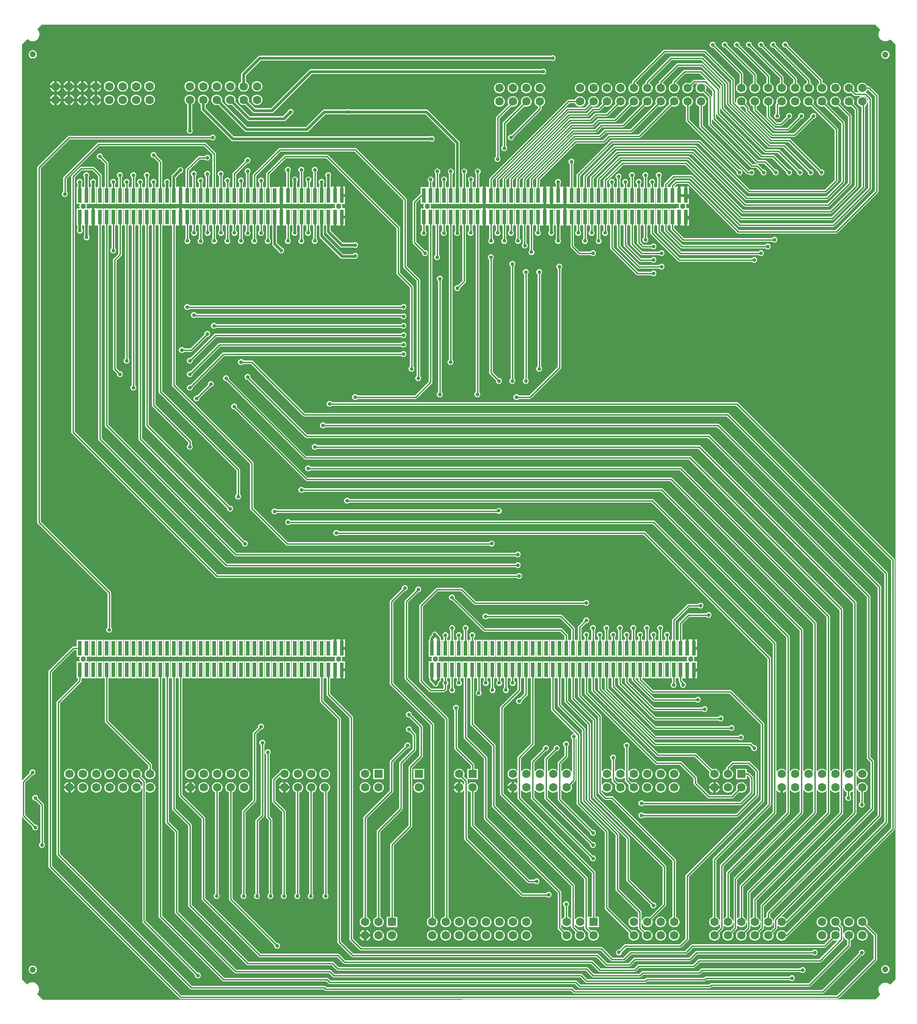
<source format=gbr>
%TF.GenerationSoftware,Altium Limited,Altium Designer,25.5.2 (35)*%
G04 Layer_Physical_Order=1*
G04 Layer_Color=255*
%FSLAX45Y45*%
%MOMM*%
%TF.SameCoordinates,6948D1F0-C69E-42BD-806E-39CAA59B2E28*%
%TF.FilePolarity,Positive*%
%TF.FileFunction,Copper,L1,Top,Signal*%
%TF.Part,Single*%
G01*
G75*
%TA.AperFunction,SMDPad,SMDef*%
%ADD10R,0.74000X2.79000*%
%TA.AperFunction,Conductor*%
%ADD11C,0.25400*%
%ADD12C,0.50000*%
%TA.AperFunction,WasherPad*%
%ADD13C,1.15200*%
%TA.AperFunction,ComponentPad*%
%ADD14C,1.60000*%
%ADD15R,1.60000X1.60000*%
%ADD16C,1.02000*%
%ADD17R,1.60000X1.60000*%
%TA.AperFunction,ViaPad*%
%ADD18C,0.70000*%
G36*
X-28424Y12601408D02*
X-39630Y12590202D01*
X-56745Y12560558D01*
X-65604Y12527495D01*
Y12493265D01*
X-56745Y12460202D01*
X-39630Y12430558D01*
X-15426Y12406354D01*
X14218Y12389239D01*
X47281Y12380380D01*
X81511D01*
X114574Y12389239D01*
X144218Y12406354D01*
X155424Y12417560D01*
X252208Y12320776D01*
X254000D01*
Y-5334000D01*
X155424Y-5432576D01*
X143322Y-5420474D01*
X113678Y-5403359D01*
X80615Y-5394500D01*
X46385D01*
X13322Y-5403359D01*
X-16322Y-5420474D01*
X-40526Y-5444678D01*
X-57641Y-5474322D01*
X-66500Y-5507385D01*
Y-5541615D01*
X-57641Y-5574678D01*
X-40526Y-5604322D01*
X-28424Y-5616424D01*
X-125016Y-5713016D01*
X-15865248Y-5715000D01*
X-15968990Y-5611258D01*
X-15956888Y-5599156D01*
X-15939774Y-5569512D01*
X-15930914Y-5536449D01*
Y-5502219D01*
X-15939774Y-5469156D01*
X-15956888Y-5439512D01*
X-15981091Y-5415308D01*
X-16010736Y-5398193D01*
X-16043799Y-5389334D01*
X-16078029D01*
X-16111092Y-5398193D01*
X-16140736Y-5415308D01*
X-16152837Y-5427410D01*
X-16246248Y-5334000D01*
X-16256580D01*
Y-2268946D01*
X-16247690Y-2265263D01*
X-16057001Y-2455953D01*
Y-2474740D01*
X-16048627Y-2494955D01*
X-16033154Y-2510427D01*
X-16012939Y-2518800D01*
X-15991060D01*
X-15970845Y-2510427D01*
X-15955373Y-2494955D01*
X-15947000Y-2474740D01*
Y-2452860D01*
X-15955373Y-2432645D01*
X-15970845Y-2417173D01*
X-15991060Y-2408800D01*
X-16009851D01*
X-16197260Y-2221392D01*
Y-1614009D01*
X-16060651Y-1477401D01*
X-16041861D01*
X-16021648Y-1469027D01*
X-16006175Y-1453556D01*
X-15997803Y-1433341D01*
Y-1411461D01*
X-16006175Y-1391246D01*
X-16021648Y-1375774D01*
X-16041861Y-1367401D01*
X-16063742D01*
X-16083955Y-1375774D01*
X-16099428Y-1391246D01*
X-16107800Y-1411461D01*
Y-1430250D01*
X-16247690Y-1570138D01*
X-16256580Y-1566456D01*
Y12320776D01*
X-16148550Y12428806D01*
X-16130386Y12410642D01*
X-16100743Y12393527D01*
X-16067679Y12384668D01*
X-16033450D01*
X-16000386Y12393527D01*
X-15970743Y12410642D01*
X-15946539Y12434846D01*
X-15929424Y12464489D01*
X-15920564Y12497553D01*
Y12531782D01*
X-15929424Y12564846D01*
X-15946539Y12594489D01*
X-15964703Y12612653D01*
X-15877373Y12699984D01*
X-127000D01*
X-28424Y12601408D01*
D02*
G37*
%LPC*%
G36*
X-16040347Y12213060D02*
X-16060780D01*
X-16080518Y12207771D01*
X-16098212Y12197555D01*
X-16112659Y12183107D01*
X-16122876Y12165412D01*
X-16128165Y12145676D01*
Y12125244D01*
X-16122876Y12105507D01*
X-16112659Y12087813D01*
X-16098212Y12073365D01*
X-16080518Y12063148D01*
X-16060780Y12057860D01*
X-16040347D01*
X-16020612Y12063148D01*
X-16002917Y12073365D01*
X-15988469Y12087813D01*
X-15978253Y12105507D01*
X-15972964Y12125244D01*
Y12145676D01*
X-15978253Y12165412D01*
X-15988469Y12183107D01*
X-16002917Y12197555D01*
X-16020612Y12207771D01*
X-16040347Y12213060D01*
D02*
G37*
G36*
X74612Y12206980D02*
X54180D01*
X34444Y12201692D01*
X16749Y12191475D01*
X2301Y12177028D01*
X-7915Y12159333D01*
X-13204Y12139596D01*
Y12119164D01*
X-7915Y12099428D01*
X2301Y12081733D01*
X16749Y12067285D01*
X34444Y12057069D01*
X54180Y12051781D01*
X74612D01*
X94349Y12057069D01*
X112043Y12067285D01*
X126491Y12081733D01*
X136708Y12099428D01*
X141996Y12119164D01*
Y12139596D01*
X136708Y12159333D01*
X126491Y12177028D01*
X112043Y12191475D01*
X94349Y12201692D01*
X74612Y12206980D01*
D02*
G37*
G36*
X-6212060Y12120000D02*
X-6233940D01*
X-6254155Y12111627D01*
X-6254900Y12110882D01*
X-11760200D01*
X-11777758Y12107389D01*
X-11792643Y12097443D01*
X-12097445Y11792642D01*
X-12107391Y11777757D01*
X-12110883Y11760198D01*
Y11620579D01*
X-12126403Y11611619D01*
X-12145021Y11593000D01*
X-12158187Y11570198D01*
X-12165001Y11544765D01*
Y11518434D01*
X-12158187Y11493001D01*
X-12145021Y11470198D01*
X-12126403Y11451580D01*
X-12103600Y11438414D01*
X-12078167Y11431599D01*
X-12051836D01*
X-12026403Y11438414D01*
X-12003600Y11451580D01*
X-11984982Y11470198D01*
X-11971817Y11493001D01*
X-11965002Y11518434D01*
Y11544765D01*
X-11971817Y11570198D01*
X-11984982Y11593000D01*
X-12003600Y11611619D01*
X-12019120Y11620579D01*
Y11741194D01*
X-11741195Y12019118D01*
X-6254900D01*
X-6254155Y12018373D01*
X-6233940Y12010000D01*
X-6212060D01*
X-6191845Y12018373D01*
X-6176373Y12033845D01*
X-6168000Y12054060D01*
Y12075940D01*
X-6176373Y12096155D01*
X-6191845Y12111627D01*
X-6212060Y12120000D01*
D02*
G37*
G36*
X-6389860Y11866000D02*
X-6411740D01*
X-6431955Y11857627D01*
X-6432700Y11856882D01*
X-10795000D01*
X-10812558Y11853389D01*
X-10827443Y11843443D01*
X-11550605Y11120282D01*
X-11842797D01*
X-11969640Y11247124D01*
X-11965002Y11264434D01*
Y11290765D01*
X-11971817Y11316198D01*
X-11984982Y11339000D01*
X-12003600Y11357619D01*
X-12026403Y11370784D01*
X-12051836Y11377599D01*
X-12078167D01*
X-12103600Y11370784D01*
X-12126403Y11357619D01*
X-12145021Y11339000D01*
X-12158187Y11316198D01*
X-12165001Y11290765D01*
Y11264434D01*
X-12158187Y11239001D01*
X-12145021Y11216198D01*
X-12126403Y11197580D01*
X-12103600Y11184414D01*
X-12078167Y11177599D01*
X-12051836D01*
X-12034526Y11182238D01*
X-11894245Y11041957D01*
X-11879360Y11032011D01*
X-11861802Y11028518D01*
X-11531600D01*
X-11514042Y11032011D01*
X-11499157Y11041957D01*
X-10775995Y11765118D01*
X-6432700D01*
X-6431955Y11764373D01*
X-6411740Y11756000D01*
X-6389860D01*
X-6369645Y11764373D01*
X-6354173Y11779845D01*
X-6345800Y11800060D01*
Y11821940D01*
X-6354173Y11842155D01*
X-6369645Y11857627D01*
X-6389860Y11866000D01*
D02*
G37*
G36*
X-3429002Y11844340D02*
X-3733802D01*
X-3746560Y11841802D01*
X-3757377Y11834575D01*
X-3952576Y11639376D01*
X-3959803Y11628559D01*
X-3962341Y11615800D01*
Y11594717D01*
X-3967599Y11593309D01*
X-3990402Y11580143D01*
X-4009020Y11561525D01*
X-4022186Y11538722D01*
X-4029000Y11513289D01*
Y11486958D01*
X-4022186Y11461525D01*
X-4009020Y11438722D01*
X-3990402Y11420104D01*
X-3967599Y11406939D01*
X-3942166Y11400124D01*
X-3915835D01*
X-3890402Y11406939D01*
X-3867599Y11420104D01*
X-3848981Y11438722D01*
X-3835816Y11461525D01*
X-3829001Y11486958D01*
Y11513289D01*
X-3835816Y11538722D01*
X-3848981Y11561525D01*
X-3867599Y11580143D01*
X-3890402Y11593309D01*
X-3893289Y11594082D01*
X-3894495Y11603155D01*
X-3719992Y11777659D01*
X-3442812D01*
X-3322024Y11656871D01*
X-3327170Y11649444D01*
X-3337826Y11651564D01*
X-3556901D01*
X-3569660Y11649026D01*
X-3580476Y11641799D01*
X-3631688Y11590587D01*
X-3636402Y11593309D01*
X-3661835Y11600123D01*
X-3688166D01*
X-3713599Y11593309D01*
X-3736402Y11580143D01*
X-3755020Y11561525D01*
X-3768186Y11538722D01*
X-3775000Y11513289D01*
Y11486958D01*
X-3768186Y11461525D01*
X-3755020Y11438722D01*
X-3736402Y11420104D01*
X-3713599Y11406939D01*
X-3688166Y11400124D01*
X-3661835D01*
X-3636402Y11406939D01*
X-3613599Y11420104D01*
X-3594981Y11438722D01*
X-3581816Y11461525D01*
X-3575001Y11486958D01*
Y11513289D01*
X-3581816Y11538722D01*
X-3584537Y11543436D01*
X-3543091Y11584883D01*
X-3490235D01*
X-3486552Y11575993D01*
X-3501020Y11561525D01*
X-3514186Y11538722D01*
X-3521000Y11513289D01*
Y11486958D01*
X-3514186Y11461525D01*
X-3501020Y11438722D01*
X-3482402Y11420104D01*
X-3459599Y11406939D01*
X-3434166Y11400124D01*
X-3407835D01*
X-3382402Y11406939D01*
X-3377688Y11409660D01*
X-3284542Y11316515D01*
Y10820399D01*
X-3282004Y10807640D01*
X-3274777Y10796824D01*
X-2487377Y10009424D01*
X-2476560Y10002197D01*
X-2463802Y9999659D01*
X-2376012D01*
X-2290201Y9913849D01*
Y9895059D01*
X-2281828Y9874844D01*
X-2266356Y9859373D01*
X-2246142Y9850999D01*
X-2224261D01*
X-2204047Y9859373D01*
X-2188575Y9874844D01*
X-2180202Y9895059D01*
Y9916939D01*
X-2188575Y9937154D01*
X-2204047Y9952626D01*
X-2224261Y9960999D01*
X-2243051D01*
X-2338626Y10056575D01*
X-2349443Y10063802D01*
X-2362202Y10066340D01*
X-2449992D01*
X-3217861Y10834209D01*
Y11330325D01*
X-3220399Y11343083D01*
X-3227626Y11353900D01*
X-3330537Y11456811D01*
X-3327816Y11461525D01*
X-3321001Y11486958D01*
Y11513289D01*
X-3327816Y11538722D01*
X-3340981Y11561525D01*
X-3347959Y11568503D01*
X-3345033Y11578149D01*
X-3344924Y11578171D01*
X-3208342Y11441589D01*
Y10921999D01*
X-3205804Y10909240D01*
X-3198577Y10898424D01*
X-2385777Y10085624D01*
X-2374960Y10078397D01*
X-2362202Y10075859D01*
X-2223612D01*
X-2061601Y9913849D01*
Y9895059D01*
X-2053228Y9874844D01*
X-2037756Y9859373D01*
X-2017542Y9850999D01*
X-1995661D01*
X-1975447Y9859373D01*
X-1959975Y9874844D01*
X-1951602Y9895059D01*
Y9916939D01*
X-1959975Y9937154D01*
X-1975447Y9952626D01*
X-1995661Y9960999D01*
X-2014451D01*
X-2186226Y10132775D01*
X-2197043Y10140002D01*
X-2209802Y10142540D01*
X-2348391D01*
X-3141661Y10935809D01*
Y11455399D01*
X-3142402Y11459127D01*
X-3134447Y11464700D01*
X-3132142Y11463303D01*
Y11023599D01*
X-3129604Y11010840D01*
X-3122377Y11000024D01*
X-2309577Y10187224D01*
X-2298760Y10179997D01*
X-2286002Y10177459D01*
X-2071212D01*
X-1807601Y9913849D01*
Y9895059D01*
X-1799228Y9874844D01*
X-1783756Y9859373D01*
X-1763542Y9850999D01*
X-1741661D01*
X-1721447Y9859373D01*
X-1705975Y9874844D01*
X-1697602Y9895059D01*
Y9916939D01*
X-1705975Y9937154D01*
X-1721447Y9952626D01*
X-1741661Y9960999D01*
X-1760451D01*
X-2033826Y10234375D01*
X-2044643Y10241602D01*
X-2057402Y10244140D01*
X-2272191D01*
X-3065461Y11037409D01*
Y11480799D01*
X-3067999Y11493558D01*
X-3075226Y11504375D01*
X-3405426Y11834575D01*
X-3416243Y11841802D01*
X-3429002Y11844340D01*
D02*
G37*
G36*
X-14833601Y11633911D02*
Y11556999D01*
X-14756689D01*
X-14760785Y11572282D01*
X-14774661Y11596316D01*
X-14794284Y11615940D01*
X-14818320Y11629816D01*
X-14833601Y11633911D01*
D02*
G37*
G36*
X-14884402D02*
X-14899684Y11629816D01*
X-14923718Y11615940D01*
X-14943343Y11596316D01*
X-14957217Y11572282D01*
X-14961313Y11556999D01*
X-14884402D01*
Y11633911D01*
D02*
G37*
G36*
X-15087602D02*
Y11556999D01*
X-15010690D01*
X-15014784Y11572282D01*
X-15028661Y11596316D01*
X-15048283Y11615940D01*
X-15072319Y11629816D01*
X-15087602Y11633911D01*
D02*
G37*
G36*
X-15138402D02*
X-15153683Y11629816D01*
X-15177719Y11615940D01*
X-15197342Y11596316D01*
X-15211218Y11572282D01*
X-15215314Y11556999D01*
X-15138402D01*
Y11633911D01*
D02*
G37*
G36*
X-15341602D02*
Y11556999D01*
X-15264690D01*
X-15268785Y11572282D01*
X-15282661Y11596316D01*
X-15302284Y11615940D01*
X-15326318Y11629816D01*
X-15341602Y11633911D01*
D02*
G37*
G36*
X-15392403D02*
X-15407684Y11629816D01*
X-15431718Y11615940D01*
X-15451341Y11596316D01*
X-15465218Y11572282D01*
X-15469313Y11556999D01*
X-15392403D01*
Y11633911D01*
D02*
G37*
G36*
X-15595602D02*
Y11556999D01*
X-15518690D01*
X-15522784Y11572282D01*
X-15536661Y11596316D01*
X-15556284Y11615940D01*
X-15580319Y11629816D01*
X-15595602Y11633911D01*
D02*
G37*
G36*
X-15646402D02*
X-15661684Y11629816D01*
X-15685719Y11615940D01*
X-15705342Y11596316D01*
X-15719218Y11572282D01*
X-15723312Y11556999D01*
X-15646402D01*
Y11633911D01*
D02*
G37*
G36*
X-11797836Y11631599D02*
X-11824167D01*
X-11849600Y11624784D01*
X-11872403Y11611619D01*
X-11891021Y11593000D01*
X-11904187Y11570198D01*
X-11911001Y11544765D01*
Y11518434D01*
X-11904187Y11493001D01*
X-11891021Y11470198D01*
X-11872403Y11451580D01*
X-11849600Y11438414D01*
X-11824167Y11431599D01*
X-11797836D01*
X-11772403Y11438414D01*
X-11749600Y11451580D01*
X-11730982Y11470198D01*
X-11717817Y11493001D01*
X-11711002Y11518434D01*
Y11544765D01*
X-11717817Y11570198D01*
X-11730982Y11593000D01*
X-11749600Y11611619D01*
X-11772403Y11624784D01*
X-11797836Y11631599D01*
D02*
G37*
G36*
X-12305836D02*
X-12332167D01*
X-12357600Y11624784D01*
X-12380403Y11611619D01*
X-12399021Y11593000D01*
X-12412187Y11570198D01*
X-12419001Y11544765D01*
Y11518434D01*
X-12412187Y11493001D01*
X-12399021Y11470198D01*
X-12380403Y11451580D01*
X-12357600Y11438414D01*
X-12332167Y11431599D01*
X-12305836D01*
X-12280403Y11438414D01*
X-12257600Y11451580D01*
X-12238982Y11470198D01*
X-12225817Y11493001D01*
X-12219002Y11518434D01*
Y11544765D01*
X-12225817Y11570198D01*
X-12238982Y11593000D01*
X-12257600Y11611619D01*
X-12280403Y11624784D01*
X-12305836Y11631599D01*
D02*
G37*
G36*
X-12559836D02*
X-12586167D01*
X-12611600Y11624784D01*
X-12634403Y11611619D01*
X-12653021Y11593000D01*
X-12666187Y11570198D01*
X-12673001Y11544765D01*
Y11518434D01*
X-12666187Y11493001D01*
X-12653021Y11470198D01*
X-12634403Y11451580D01*
X-12611600Y11438414D01*
X-12586167Y11431599D01*
X-12559836D01*
X-12534403Y11438414D01*
X-12511600Y11451580D01*
X-12492982Y11470198D01*
X-12479817Y11493001D01*
X-12473002Y11518434D01*
Y11544765D01*
X-12479817Y11570198D01*
X-12492982Y11593000D01*
X-12511600Y11611619D01*
X-12534403Y11624784D01*
X-12559836Y11631599D01*
D02*
G37*
G36*
X-12813837D02*
X-12840167D01*
X-12865601Y11624784D01*
X-12888403Y11611619D01*
X-12907021Y11593000D01*
X-12920187Y11570198D01*
X-12927000Y11544765D01*
Y11518434D01*
X-12920187Y11493001D01*
X-12907021Y11470198D01*
X-12888403Y11451580D01*
X-12865601Y11438414D01*
X-12840167Y11431599D01*
X-12813837D01*
X-12788403Y11438414D01*
X-12765600Y11451580D01*
X-12746982Y11470198D01*
X-12733817Y11493001D01*
X-12727002Y11518434D01*
Y11544765D01*
X-12733817Y11570198D01*
X-12746982Y11593000D01*
X-12765600Y11611619D01*
X-12788403Y11624784D01*
X-12813837Y11631599D01*
D02*
G37*
G36*
X-13067836D02*
X-13094167D01*
X-13119600Y11624784D01*
X-13142403Y11611619D01*
X-13161021Y11593000D01*
X-13174187Y11570198D01*
X-13181001Y11544765D01*
Y11518434D01*
X-13174187Y11493001D01*
X-13161021Y11470198D01*
X-13142403Y11451580D01*
X-13119600Y11438414D01*
X-13094167Y11431599D01*
X-13067836D01*
X-13042403Y11438414D01*
X-13019600Y11451580D01*
X-13000983Y11470198D01*
X-12987817Y11493001D01*
X-12981001Y11518434D01*
Y11544765D01*
X-12987817Y11570198D01*
X-13000983Y11593000D01*
X-13019600Y11611619D01*
X-13042403Y11624784D01*
X-13067836Y11631599D01*
D02*
G37*
G36*
X-13829836D02*
X-13856168D01*
X-13881599Y11624784D01*
X-13904404Y11611619D01*
X-13923021Y11593000D01*
X-13936188Y11570198D01*
X-13943001Y11544765D01*
Y11518434D01*
X-13936188Y11493001D01*
X-13923021Y11470198D01*
X-13904404Y11451580D01*
X-13881599Y11438414D01*
X-13856168Y11431599D01*
X-13829836D01*
X-13804404Y11438414D01*
X-13781599Y11451580D01*
X-13762982Y11470198D01*
X-13749817Y11493001D01*
X-13743002Y11518434D01*
Y11544765D01*
X-13749817Y11570198D01*
X-13762982Y11593000D01*
X-13781599Y11611619D01*
X-13804404Y11624784D01*
X-13829836Y11631599D01*
D02*
G37*
G36*
X-14083836D02*
X-14110167D01*
X-14135600Y11624784D01*
X-14158403Y11611619D01*
X-14177020Y11593000D01*
X-14190187Y11570198D01*
X-14197002Y11544765D01*
Y11518434D01*
X-14190187Y11493001D01*
X-14177020Y11470198D01*
X-14158403Y11451580D01*
X-14135600Y11438414D01*
X-14110167Y11431599D01*
X-14083836D01*
X-14058403Y11438414D01*
X-14035600Y11451580D01*
X-14016982Y11470198D01*
X-14003818Y11493001D01*
X-13997002Y11518434D01*
Y11544765D01*
X-14003818Y11570198D01*
X-14016982Y11593000D01*
X-14035600Y11611619D01*
X-14058403Y11624784D01*
X-14083836Y11631599D01*
D02*
G37*
G36*
X-14337836D02*
X-14364166D01*
X-14389600Y11624784D01*
X-14412402Y11611619D01*
X-14431021Y11593000D01*
X-14444186Y11570198D01*
X-14451001Y11544765D01*
Y11518434D01*
X-14444186Y11493001D01*
X-14431021Y11470198D01*
X-14412402Y11451580D01*
X-14389600Y11438414D01*
X-14364166Y11431599D01*
X-14337836D01*
X-14312402Y11438414D01*
X-14289600Y11451580D01*
X-14270982Y11470198D01*
X-14257817Y11493001D01*
X-14251003Y11518434D01*
Y11544765D01*
X-14257817Y11570198D01*
X-14270982Y11593000D01*
X-14289600Y11611619D01*
X-14312402Y11624784D01*
X-14337836Y11631599D01*
D02*
G37*
G36*
X-14591837D02*
X-14618167D01*
X-14643600Y11624784D01*
X-14666403Y11611619D01*
X-14685020Y11593000D01*
X-14698187Y11570198D01*
X-14705000Y11544765D01*
Y11518434D01*
X-14698187Y11493001D01*
X-14685020Y11470198D01*
X-14666403Y11451580D01*
X-14643600Y11438414D01*
X-14618167Y11431599D01*
X-14591837D01*
X-14566403Y11438414D01*
X-14543600Y11451580D01*
X-14524982Y11470198D01*
X-14511816Y11493001D01*
X-14505002Y11518434D01*
Y11544765D01*
X-14511816Y11570198D01*
X-14524982Y11593000D01*
X-14543600Y11611619D01*
X-14566403Y11624784D01*
X-14591837Y11631599D01*
D02*
G37*
G36*
X-14756689Y11506199D02*
X-14833601D01*
Y11429287D01*
X-14818320Y11433382D01*
X-14794284Y11447258D01*
X-14774661Y11466882D01*
X-14760785Y11490916D01*
X-14756689Y11506199D01*
D02*
G37*
G36*
X-14884402D02*
X-14961313D01*
X-14957217Y11490916D01*
X-14943343Y11466882D01*
X-14923718Y11447258D01*
X-14899684Y11433382D01*
X-14884402Y11429287D01*
Y11506199D01*
D02*
G37*
G36*
X-15010690D02*
X-15087602D01*
Y11429287D01*
X-15072319Y11433382D01*
X-15048283Y11447258D01*
X-15028661Y11466882D01*
X-15014784Y11490916D01*
X-15010690Y11506199D01*
D02*
G37*
G36*
X-15138402D02*
X-15215314D01*
X-15211218Y11490916D01*
X-15197342Y11466882D01*
X-15177719Y11447258D01*
X-15153683Y11433382D01*
X-15138402Y11429287D01*
Y11506199D01*
D02*
G37*
G36*
X-15264690D02*
X-15341602D01*
Y11429287D01*
X-15326318Y11433382D01*
X-15302284Y11447258D01*
X-15282661Y11466882D01*
X-15268785Y11490916D01*
X-15264690Y11506199D01*
D02*
G37*
G36*
X-15392403D02*
X-15469313D01*
X-15465218Y11490916D01*
X-15451341Y11466882D01*
X-15431718Y11447258D01*
X-15407684Y11433382D01*
X-15392403Y11429287D01*
Y11506199D01*
D02*
G37*
G36*
X-15518690D02*
X-15595602D01*
Y11429287D01*
X-15580319Y11433382D01*
X-15556284Y11447258D01*
X-15536661Y11466882D01*
X-15522784Y11490916D01*
X-15518690Y11506199D01*
D02*
G37*
G36*
X-15646402D02*
X-15723312D01*
X-15719218Y11490916D01*
X-15705342Y11466882D01*
X-15685719Y11447258D01*
X-15661684Y11433382D01*
X-15646402Y11429287D01*
Y11506199D01*
D02*
G37*
G36*
X-359835Y11600123D02*
X-386166D01*
X-411599Y11593309D01*
X-434402Y11580143D01*
X-453020Y11561525D01*
X-466186Y11538722D01*
X-473000Y11513289D01*
Y11486958D01*
X-466186Y11461525D01*
X-453020Y11438722D01*
X-438552Y11424254D01*
X-442235Y11415364D01*
X-495091D01*
X-536537Y11456811D01*
X-533816Y11461525D01*
X-527001Y11486958D01*
Y11513289D01*
X-533816Y11538722D01*
X-546981Y11561525D01*
X-565599Y11580143D01*
X-588402Y11593309D01*
X-613835Y11600123D01*
X-640166D01*
X-665599Y11593309D01*
X-688402Y11580143D01*
X-707020Y11561525D01*
X-720186Y11538722D01*
X-727000Y11513289D01*
Y11486958D01*
X-720186Y11461525D01*
X-707020Y11438722D01*
X-688402Y11420104D01*
X-665599Y11406939D01*
X-640166Y11400124D01*
X-613835D01*
X-588402Y11406939D01*
X-583688Y11409660D01*
X-532476Y11358448D01*
X-521660Y11351221D01*
X-508901Y11348683D01*
X-410961D01*
X-409790Y11339793D01*
X-411599Y11339309D01*
X-434402Y11326143D01*
X-453020Y11307525D01*
X-466186Y11284722D01*
X-473000Y11259289D01*
Y11232958D01*
X-466186Y11207525D01*
X-453020Y11184722D01*
X-434402Y11166104D01*
X-411599Y11152939D01*
X-388942Y11146868D01*
Y9640409D01*
X-953612Y9075740D01*
X-2653191D01*
X-3684826Y10107375D01*
X-3695643Y10114602D01*
X-3708402Y10117140D01*
X-4902202D01*
X-4914960Y10114602D01*
X-4925777Y10107375D01*
X-5253975Y9779176D01*
X-5261203Y9768360D01*
X-5263741Y9755601D01*
Y9631825D01*
X-5287400D01*
Y9312825D01*
X-5173400D01*
Y9631825D01*
X-5197059D01*
Y9741791D01*
X-4888391Y10050459D01*
X-3722212D01*
X-2690577Y9018824D01*
X-2679760Y9011596D01*
X-2667002Y9009059D01*
X-939802D01*
X-927043Y9011597D01*
X-916226Y9018824D01*
X-332026Y9603024D01*
X-324799Y9613840D01*
X-322261Y9626599D01*
Y11159948D01*
X-311599Y11166104D01*
X-292981Y11184722D01*
X-279816Y11207525D01*
X-273001Y11232958D01*
Y11259289D01*
X-279816Y11284722D01*
X-292981Y11307525D01*
X-311599Y11326143D01*
X-334402Y11339309D01*
X-336211Y11339793D01*
X-335040Y11348683D01*
X-321431D01*
X-261942Y11289190D01*
Y9615009D01*
X-928212Y8948740D01*
X-2678592D01*
X-3583226Y9853375D01*
X-3594043Y9860602D01*
X-3606802Y9863140D01*
X-3937002D01*
X-3949760Y9860602D01*
X-3960577Y9853375D01*
X-4109975Y9703977D01*
X-4117202Y9693160D01*
X-4119740Y9680402D01*
Y9631825D01*
X-4144400D01*
Y9312825D01*
X-4030400D01*
Y9631825D01*
X-4053059D01*
Y9666592D01*
X-3923192Y9796459D01*
X-3620612D01*
X-2715977Y8891824D01*
X-2705160Y8884597D01*
X-2692402Y8882059D01*
X-914402D01*
X-901643Y8884597D01*
X-890826Y8891824D01*
X-205026Y9577624D01*
X-197799Y9588440D01*
X-195261Y9601199D01*
Y11302999D01*
X-197798Y11315757D01*
X-197799Y11315758D01*
X-205025Y11326574D01*
X-284046Y11405599D01*
X-294861Y11412826D01*
X-304406Y11414725D01*
X-307524Y11422365D01*
X-307499Y11424204D01*
X-292981Y11438722D01*
X-279816Y11461525D01*
X-278407Y11466783D01*
X-261736D01*
X-134942Y11339989D01*
Y9564209D01*
X-877412Y8821740D01*
X-2703992D01*
X-3634026Y9751775D01*
X-3644843Y9759002D01*
X-3657602Y9761540D01*
X-3886202D01*
X-3898960Y9759002D01*
X-3909777Y9751775D01*
X-3983975Y9677576D01*
X-3991203Y9666760D01*
X-3993741Y9654001D01*
Y9631825D01*
X-4017400D01*
Y9312825D01*
X-3904690D01*
X-3903400Y9312825D01*
X-3895800Y9309711D01*
Y9307425D01*
X-3838488D01*
X-3834043Y9299726D01*
X-3836061Y9296230D01*
X-3840900Y9278172D01*
Y9259478D01*
X-3836061Y9241420D01*
X-3834043Y9237924D01*
X-3838488Y9230225D01*
X-3895800D01*
Y9227939D01*
X-3903400Y9224825D01*
X-3904690Y9224825D01*
X-4017400D01*
Y8905825D01*
X-3992740D01*
Y8836197D01*
X-3990202Y8823438D01*
X-3982975Y8812622D01*
X-3782777Y8612424D01*
X-3771960Y8605197D01*
X-3759202Y8602659D01*
X-2076442D01*
X-2063156Y8589373D01*
X-2042942Y8580999D01*
X-2021061D01*
X-2000847Y8589373D01*
X-1985375Y8604844D01*
X-1977002Y8625059D01*
Y8646939D01*
X-1985375Y8667154D01*
X-2000847Y8682626D01*
X-2021061Y8690999D01*
X-2042942D01*
X-2063156Y8682626D01*
X-2076442Y8669340D01*
X-3745392D01*
X-3926059Y8850007D01*
Y8905825D01*
X-3904690D01*
X-3903400Y8905825D01*
X-3895800Y8902711D01*
Y8900425D01*
X-3858800D01*
Y9065323D01*
X-3808000D01*
Y8900425D01*
X-3771001D01*
Y8900425D01*
X-3768799D01*
Y8900425D01*
X-3731800D01*
Y9065323D01*
X-3706400D01*
Y9090723D01*
X-3644000D01*
Y9230225D01*
X-3701312D01*
X-3705757Y9237924D01*
X-3703739Y9241420D01*
X-3698900Y9259478D01*
Y9278172D01*
X-3703739Y9296230D01*
X-3705757Y9299726D01*
X-3701312Y9307425D01*
X-3644000D01*
Y9446927D01*
X-3706400D01*
Y9472327D01*
X-3731800D01*
Y9637225D01*
X-3768799D01*
Y9637225D01*
X-3771001D01*
Y9637225D01*
X-3808000D01*
Y9472327D01*
X-3858800D01*
Y9637225D01*
X-3895800D01*
Y9634939D01*
X-3903400Y9631825D01*
X-3904690Y9631825D01*
X-3925795D01*
X-3926536Y9640715D01*
X-3872392Y9694859D01*
X-3671412D01*
X-2741377Y8764824D01*
X-2730560Y8757597D01*
X-2717802Y8755059D01*
X-863602D01*
X-850843Y8757597D01*
X-840026Y8764824D01*
X-78026Y9526824D01*
X-70799Y9537640D01*
X-68261Y9550399D01*
Y11353799D01*
X-70799Y11366558D01*
X-78026Y11377375D01*
X-224351Y11523699D01*
X-235167Y11530926D01*
X-247926Y11533464D01*
X-278407D01*
X-279816Y11538722D01*
X-292981Y11561525D01*
X-311599Y11580143D01*
X-334402Y11593309D01*
X-359835Y11600123D01*
D02*
G37*
G36*
X-867835D02*
X-894166D01*
X-919599Y11593309D01*
X-942402Y11580143D01*
X-961020Y11561525D01*
X-974186Y11538722D01*
X-981000Y11513289D01*
Y11486958D01*
X-974186Y11461525D01*
X-961020Y11438722D01*
X-942402Y11420104D01*
X-919599Y11406939D01*
X-894166Y11400124D01*
X-867835D01*
X-842402Y11406939D01*
X-819599Y11420104D01*
X-800981Y11438722D01*
X-787816Y11461525D01*
X-781001Y11486958D01*
Y11513289D01*
X-787816Y11538722D01*
X-800981Y11561525D01*
X-819599Y11580143D01*
X-842402Y11593309D01*
X-867835Y11600123D01*
D02*
G37*
G36*
X-1817861Y12373999D02*
X-1839742D01*
X-1859956Y12365626D01*
X-1875428Y12350154D01*
X-1883801Y12329939D01*
Y12308059D01*
X-1875428Y12287844D01*
X-1859956Y12272373D01*
X-1839742Y12263999D01*
X-1820952D01*
X-1188859Y11631906D01*
Y11584498D01*
X-1196402Y11580143D01*
X-1215020Y11561525D01*
X-1228186Y11538722D01*
X-1235000Y11513289D01*
Y11486958D01*
X-1228186Y11461525D01*
X-1215020Y11438722D01*
X-1196402Y11420104D01*
X-1173599Y11406939D01*
X-1148166Y11400124D01*
X-1121835D01*
X-1096402Y11406939D01*
X-1073599Y11420104D01*
X-1054981Y11438722D01*
X-1041816Y11461525D01*
X-1035001Y11486958D01*
Y11513289D01*
X-1041816Y11538722D01*
X-1054981Y11561525D01*
X-1073599Y11580143D01*
X-1096402Y11593309D01*
X-1121835Y11600123D01*
X-1122178D01*
Y11645716D01*
X-1124716Y11658475D01*
X-1131943Y11669292D01*
X-1773802Y12311150D01*
Y12329939D01*
X-1782175Y12350154D01*
X-1797647Y12365626D01*
X-1817861Y12373999D01*
D02*
G37*
G36*
X-2046461D02*
X-2068342D01*
X-2088556Y12365626D01*
X-2104028Y12350154D01*
X-2112401Y12329939D01*
Y12308059D01*
X-2104028Y12287844D01*
X-2088556Y12272373D01*
X-2068342Y12263999D01*
X-2049552D01*
X-1422341Y11636788D01*
Y11594717D01*
X-1427599Y11593309D01*
X-1450402Y11580143D01*
X-1469020Y11561525D01*
X-1482186Y11538722D01*
X-1489000Y11513289D01*
Y11486958D01*
X-1482186Y11461525D01*
X-1469020Y11438722D01*
X-1450402Y11420104D01*
X-1427599Y11406939D01*
X-1402166Y11400124D01*
X-1375835D01*
X-1350402Y11406939D01*
X-1327599Y11420104D01*
X-1308981Y11438722D01*
X-1295816Y11461525D01*
X-1289001Y11486958D01*
Y11513289D01*
X-1295816Y11538722D01*
X-1308981Y11561525D01*
X-1327599Y11580143D01*
X-1350402Y11593309D01*
X-1355660Y11594717D01*
Y11650598D01*
X-1358198Y11663357D01*
X-1365425Y11674174D01*
X-2002402Y12311150D01*
Y12329939D01*
X-2010775Y12350154D01*
X-2026247Y12365626D01*
X-2046461Y12373999D01*
D02*
G37*
G36*
X-2275061D02*
X-2296942D01*
X-2317156Y12365626D01*
X-2332628Y12350154D01*
X-2341001Y12329939D01*
Y12308059D01*
X-2332628Y12287844D01*
X-2317156Y12272373D01*
X-2296942Y12263999D01*
X-2278152D01*
X-1676341Y11662188D01*
Y11594717D01*
X-1681599Y11593309D01*
X-1704402Y11580143D01*
X-1723020Y11561525D01*
X-1736186Y11538722D01*
X-1743000Y11513289D01*
Y11486958D01*
X-1736186Y11461525D01*
X-1723020Y11438722D01*
X-1704402Y11420104D01*
X-1681599Y11406939D01*
X-1656166Y11400124D01*
X-1629835D01*
X-1604402Y11406939D01*
X-1581599Y11420104D01*
X-1562981Y11438722D01*
X-1549816Y11461525D01*
X-1543001Y11486958D01*
Y11513289D01*
X-1549816Y11538722D01*
X-1562981Y11561525D01*
X-1581599Y11580143D01*
X-1604402Y11593309D01*
X-1609660Y11594717D01*
Y11675998D01*
X-1612198Y11688757D01*
X-1619425Y11699574D01*
X-2231002Y12311150D01*
Y12329939D01*
X-2239375Y12350154D01*
X-2254847Y12365626D01*
X-2275061Y12373999D01*
D02*
G37*
G36*
X-2503661D02*
X-2525542D01*
X-2545756Y12365626D01*
X-2561228Y12350154D01*
X-2569601Y12329939D01*
Y12308059D01*
X-2561228Y12287844D01*
X-2545756Y12272373D01*
X-2525542Y12263999D01*
X-2506752D01*
X-1930341Y11687588D01*
Y11594717D01*
X-1935599Y11593309D01*
X-1958402Y11580143D01*
X-1977020Y11561525D01*
X-1990186Y11538722D01*
X-1997000Y11513289D01*
Y11486958D01*
X-1990186Y11461525D01*
X-1977020Y11438722D01*
X-1958402Y11420104D01*
X-1935599Y11406939D01*
X-1910166Y11400124D01*
X-1883835D01*
X-1858402Y11406939D01*
X-1835599Y11420104D01*
X-1816981Y11438722D01*
X-1803816Y11461525D01*
X-1797001Y11486958D01*
Y11513289D01*
X-1803816Y11538722D01*
X-1816981Y11561525D01*
X-1835599Y11580143D01*
X-1858402Y11593309D01*
X-1863660Y11594717D01*
Y11701398D01*
X-1866198Y11714157D01*
X-1873425Y11724974D01*
X-2459602Y12311150D01*
Y12329939D01*
X-2467975Y12350154D01*
X-2483447Y12365626D01*
X-2503661Y12373999D01*
D02*
G37*
G36*
X-2732261D02*
X-2754142D01*
X-2774356Y12365626D01*
X-2789828Y12350154D01*
X-2798201Y12329939D01*
Y12308059D01*
X-2789828Y12287844D01*
X-2774356Y12272373D01*
X-2754142Y12263999D01*
X-2735352D01*
X-2184341Y11712988D01*
Y11594717D01*
X-2189599Y11593309D01*
X-2212402Y11580143D01*
X-2231020Y11561525D01*
X-2244186Y11538722D01*
X-2251000Y11513289D01*
Y11486958D01*
X-2244186Y11461525D01*
X-2231020Y11438722D01*
X-2212402Y11420104D01*
X-2189599Y11406939D01*
X-2164166Y11400124D01*
X-2137835D01*
X-2112402Y11406939D01*
X-2089599Y11420104D01*
X-2070981Y11438722D01*
X-2057816Y11461525D01*
X-2051001Y11486958D01*
Y11513289D01*
X-2057816Y11538722D01*
X-2070981Y11561525D01*
X-2089599Y11580143D01*
X-2112402Y11593309D01*
X-2117660Y11594717D01*
Y11726798D01*
X-2120198Y11739557D01*
X-2127425Y11750374D01*
X-2688202Y12311150D01*
Y12329939D01*
X-2696575Y12350154D01*
X-2712047Y12365626D01*
X-2732261Y12373999D01*
D02*
G37*
G36*
X-2960861D02*
X-2982742D01*
X-3002956Y12365626D01*
X-3018428Y12350154D01*
X-3026801Y12329939D01*
Y12308059D01*
X-3018428Y12287844D01*
X-3002956Y12272373D01*
X-2982742Y12263999D01*
X-2963952D01*
X-2438341Y11738388D01*
Y11594717D01*
X-2443599Y11593309D01*
X-2466402Y11580143D01*
X-2485020Y11561525D01*
X-2498186Y11538722D01*
X-2505000Y11513289D01*
Y11486958D01*
X-2498186Y11461525D01*
X-2485020Y11438722D01*
X-2466402Y11420104D01*
X-2443599Y11406939D01*
X-2418166Y11400124D01*
X-2391835D01*
X-2366402Y11406939D01*
X-2343599Y11420104D01*
X-2324981Y11438722D01*
X-2311816Y11461525D01*
X-2305001Y11486958D01*
Y11513289D01*
X-2311816Y11538722D01*
X-2324981Y11561525D01*
X-2343599Y11580143D01*
X-2366402Y11593309D01*
X-2371660Y11594717D01*
Y11752198D01*
X-2374198Y11764957D01*
X-2381425Y11775774D01*
X-2916802Y12311150D01*
Y12329939D01*
X-2925175Y12350154D01*
X-2940647Y12365626D01*
X-2960861Y12373999D01*
D02*
G37*
G36*
X-3189461D02*
X-3211342D01*
X-3231556Y12365626D01*
X-3247028Y12350154D01*
X-3255401Y12329939D01*
Y12308059D01*
X-3247028Y12287844D01*
X-3231556Y12272373D01*
X-3211342Y12263999D01*
X-3192552D01*
X-2692341Y11763788D01*
Y11594717D01*
X-2697599Y11593309D01*
X-2720402Y11580143D01*
X-2739020Y11561525D01*
X-2752186Y11538722D01*
X-2759000Y11513289D01*
Y11486958D01*
X-2752186Y11461525D01*
X-2739020Y11438722D01*
X-2720402Y11420104D01*
X-2697599Y11406939D01*
X-2672166Y11400124D01*
X-2645835D01*
X-2620402Y11406939D01*
X-2597599Y11420104D01*
X-2578981Y11438722D01*
X-2565816Y11461525D01*
X-2559001Y11486958D01*
Y11513289D01*
X-2565816Y11538722D01*
X-2578981Y11561525D01*
X-2597599Y11580143D01*
X-2620402Y11593309D01*
X-2625660Y11594717D01*
Y11777598D01*
X-2628198Y11790357D01*
X-2635425Y11801174D01*
X-3145402Y12311150D01*
Y12329939D01*
X-3153775Y12350154D01*
X-3169247Y12365626D01*
X-3189461Y12373999D01*
D02*
G37*
G36*
X-4931835Y11600123D02*
X-4958166D01*
X-4983599Y11593309D01*
X-5006402Y11580143D01*
X-5025020Y11561525D01*
X-5038186Y11538722D01*
X-5045000Y11513289D01*
Y11486958D01*
X-5038186Y11461525D01*
X-5025020Y11438722D01*
X-5006402Y11420104D01*
X-4983599Y11406939D01*
X-4958166Y11400124D01*
X-4931835D01*
X-4906402Y11406939D01*
X-4883599Y11420104D01*
X-4864981Y11438722D01*
X-4851816Y11461525D01*
X-4845001Y11486958D01*
Y11513289D01*
X-4851816Y11538722D01*
X-4864981Y11561525D01*
X-4883599Y11580143D01*
X-4906402Y11593309D01*
X-4931835Y11600123D01*
D02*
G37*
G36*
X-5185835D02*
X-5212166D01*
X-5237599Y11593309D01*
X-5260402Y11580143D01*
X-5279020Y11561525D01*
X-5292186Y11538722D01*
X-5299000Y11513289D01*
Y11486958D01*
X-5292186Y11461525D01*
X-5279020Y11438722D01*
X-5260402Y11420104D01*
X-5237599Y11406939D01*
X-5212166Y11400124D01*
X-5185835D01*
X-5160402Y11406939D01*
X-5137599Y11420104D01*
X-5118981Y11438722D01*
X-5105816Y11461525D01*
X-5099001Y11486958D01*
Y11513289D01*
X-5105816Y11538722D01*
X-5118981Y11561525D01*
X-5137599Y11580143D01*
X-5160402Y11593309D01*
X-5185835Y11600123D01*
D02*
G37*
G36*
X-5439835D02*
X-5466166D01*
X-5491599Y11593309D01*
X-5514402Y11580143D01*
X-5533020Y11561525D01*
X-5546186Y11538722D01*
X-5553000Y11513289D01*
Y11486958D01*
X-5546186Y11461525D01*
X-5533020Y11438722D01*
X-5514402Y11420104D01*
X-5491599Y11406939D01*
X-5466166Y11400124D01*
X-5439835D01*
X-5414402Y11406939D01*
X-5391599Y11420104D01*
X-5372981Y11438722D01*
X-5359816Y11461525D01*
X-5353001Y11486958D01*
Y11513289D01*
X-5359816Y11538722D01*
X-5372981Y11561525D01*
X-5391599Y11580143D01*
X-5414402Y11593309D01*
X-5439835Y11600123D01*
D02*
G37*
G36*
X-5693835D02*
X-5720166D01*
X-5745599Y11593309D01*
X-5768402Y11580143D01*
X-5787020Y11561525D01*
X-5800186Y11538722D01*
X-5807000Y11513289D01*
Y11486958D01*
X-5800186Y11461525D01*
X-5787020Y11438722D01*
X-5768402Y11420104D01*
X-5745599Y11406939D01*
X-5720166Y11400124D01*
X-5693835D01*
X-5668402Y11406939D01*
X-5645599Y11420104D01*
X-5626981Y11438722D01*
X-5613816Y11461525D01*
X-5607001Y11486958D01*
Y11513289D01*
X-5613816Y11538722D01*
X-5626981Y11561525D01*
X-5645599Y11580143D01*
X-5668402Y11593309D01*
X-5693835Y11600123D01*
D02*
G37*
G36*
X-6455835D02*
X-6482166D01*
X-6507599Y11593309D01*
X-6530402Y11580143D01*
X-6549020Y11561525D01*
X-6562186Y11538722D01*
X-6569000Y11513289D01*
Y11486958D01*
X-6562186Y11461525D01*
X-6549020Y11438722D01*
X-6530402Y11420104D01*
X-6507599Y11406939D01*
X-6482166Y11400124D01*
X-6455835D01*
X-6430402Y11406939D01*
X-6407599Y11420104D01*
X-6388981Y11438722D01*
X-6375816Y11461525D01*
X-6369001Y11486958D01*
Y11513289D01*
X-6375816Y11538722D01*
X-6388981Y11561525D01*
X-6407599Y11580143D01*
X-6430402Y11593309D01*
X-6455835Y11600123D01*
D02*
G37*
G36*
X-6709835D02*
X-6736166D01*
X-6761599Y11593309D01*
X-6784402Y11580143D01*
X-6803020Y11561525D01*
X-6816186Y11538722D01*
X-6823000Y11513289D01*
Y11486958D01*
X-6816186Y11461525D01*
X-6803020Y11438722D01*
X-6784402Y11420104D01*
X-6761599Y11406939D01*
X-6736166Y11400124D01*
X-6709835D01*
X-6684402Y11406939D01*
X-6661599Y11420104D01*
X-6642981Y11438722D01*
X-6629816Y11461525D01*
X-6623001Y11486958D01*
Y11513289D01*
X-6629816Y11538722D01*
X-6642981Y11561525D01*
X-6661599Y11580143D01*
X-6684402Y11593309D01*
X-6709835Y11600123D01*
D02*
G37*
G36*
X-6963835D02*
X-6990166D01*
X-7015599Y11593309D01*
X-7038402Y11580143D01*
X-7057020Y11561525D01*
X-7070186Y11538722D01*
X-7077000Y11513289D01*
Y11486958D01*
X-7070186Y11461525D01*
X-7057020Y11438722D01*
X-7038402Y11420104D01*
X-7015599Y11406939D01*
X-6990166Y11400124D01*
X-6963835D01*
X-6938402Y11406939D01*
X-6915599Y11420104D01*
X-6896981Y11438722D01*
X-6883816Y11461525D01*
X-6877001Y11486958D01*
Y11513289D01*
X-6883816Y11538722D01*
X-6896981Y11561525D01*
X-6915599Y11580143D01*
X-6938402Y11593309D01*
X-6963835Y11600123D01*
D02*
G37*
G36*
X-7217835D02*
X-7244166D01*
X-7269599Y11593309D01*
X-7292402Y11580143D01*
X-7311020Y11561525D01*
X-7324186Y11538722D01*
X-7331000Y11513289D01*
Y11486958D01*
X-7324186Y11461525D01*
X-7311020Y11438722D01*
X-7292402Y11420104D01*
X-7269599Y11406939D01*
X-7244166Y11400124D01*
X-7217835D01*
X-7192402Y11406939D01*
X-7169599Y11420104D01*
X-7150981Y11438722D01*
X-7137816Y11461525D01*
X-7131001Y11486958D01*
Y11513289D01*
X-7137816Y11538722D01*
X-7150981Y11561525D01*
X-7169599Y11580143D01*
X-7192402Y11593309D01*
X-7217835Y11600123D01*
D02*
G37*
G36*
X-14833601Y11379911D02*
Y11302999D01*
X-14756689D01*
X-14760785Y11318282D01*
X-14774661Y11342316D01*
X-14794284Y11361940D01*
X-14818320Y11375816D01*
X-14833601Y11379911D01*
D02*
G37*
G36*
X-14884402D02*
X-14899684Y11375816D01*
X-14923718Y11361940D01*
X-14943343Y11342316D01*
X-14957217Y11318282D01*
X-14961313Y11302999D01*
X-14884402D01*
Y11379911D01*
D02*
G37*
G36*
X-15087602D02*
Y11302999D01*
X-15010690D01*
X-15014784Y11318282D01*
X-15028661Y11342316D01*
X-15048283Y11361940D01*
X-15072319Y11375816D01*
X-15087602Y11379911D01*
D02*
G37*
G36*
X-15138402D02*
X-15153683Y11375816D01*
X-15177719Y11361940D01*
X-15197342Y11342316D01*
X-15211218Y11318282D01*
X-15215314Y11302999D01*
X-15138402D01*
Y11379911D01*
D02*
G37*
G36*
X-15341602D02*
Y11302999D01*
X-15264690D01*
X-15268785Y11318282D01*
X-15282661Y11342316D01*
X-15302284Y11361940D01*
X-15326318Y11375816D01*
X-15341602Y11379911D01*
D02*
G37*
G36*
X-15392403D02*
X-15407684Y11375816D01*
X-15431718Y11361940D01*
X-15451341Y11342316D01*
X-15465218Y11318282D01*
X-15469313Y11302999D01*
X-15392403D01*
Y11379911D01*
D02*
G37*
G36*
X-15595602D02*
Y11302999D01*
X-15518690D01*
X-15522784Y11318282D01*
X-15536661Y11342316D01*
X-15556284Y11361940D01*
X-15580319Y11375816D01*
X-15595602Y11379911D01*
D02*
G37*
G36*
X-15646402D02*
X-15661684Y11375816D01*
X-15685719Y11361940D01*
X-15705342Y11342316D01*
X-15719218Y11318282D01*
X-15723312Y11302999D01*
X-15646402D01*
Y11379911D01*
D02*
G37*
G36*
X-11797836Y11377599D02*
X-11824167D01*
X-11849600Y11370784D01*
X-11872403Y11357619D01*
X-11891021Y11339000D01*
X-11904187Y11316198D01*
X-11911001Y11290765D01*
Y11264434D01*
X-11904187Y11239001D01*
X-11891021Y11216198D01*
X-11872403Y11197580D01*
X-11849600Y11184414D01*
X-11824167Y11177599D01*
X-11797836D01*
X-11772403Y11184414D01*
X-11749600Y11197580D01*
X-11730982Y11216198D01*
X-11717817Y11239001D01*
X-11711002Y11264434D01*
Y11290765D01*
X-11717817Y11316198D01*
X-11730982Y11339000D01*
X-11749600Y11357619D01*
X-11772403Y11370784D01*
X-11797836Y11377599D01*
D02*
G37*
G36*
X-13829836D02*
X-13856168D01*
X-13881599Y11370784D01*
X-13904404Y11357619D01*
X-13923021Y11339000D01*
X-13936188Y11316198D01*
X-13943001Y11290765D01*
Y11264434D01*
X-13936188Y11239001D01*
X-13923021Y11216198D01*
X-13904404Y11197580D01*
X-13881599Y11184414D01*
X-13856168Y11177599D01*
X-13829836D01*
X-13804404Y11184414D01*
X-13781599Y11197580D01*
X-13762982Y11216198D01*
X-13749817Y11239001D01*
X-13743002Y11264434D01*
Y11290765D01*
X-13749817Y11316198D01*
X-13762982Y11339000D01*
X-13781599Y11357619D01*
X-13804404Y11370784D01*
X-13829836Y11377599D01*
D02*
G37*
G36*
X-14083836D02*
X-14110167D01*
X-14135600Y11370784D01*
X-14158403Y11357619D01*
X-14177020Y11339000D01*
X-14190187Y11316198D01*
X-14197002Y11290765D01*
Y11264434D01*
X-14190187Y11239001D01*
X-14177020Y11216198D01*
X-14158403Y11197580D01*
X-14135600Y11184414D01*
X-14110167Y11177599D01*
X-14083836D01*
X-14058403Y11184414D01*
X-14035600Y11197580D01*
X-14016982Y11216198D01*
X-14003818Y11239001D01*
X-13997002Y11264434D01*
Y11290765D01*
X-14003818Y11316198D01*
X-14016982Y11339000D01*
X-14035600Y11357619D01*
X-14058403Y11370784D01*
X-14083836Y11377599D01*
D02*
G37*
G36*
X-14337836D02*
X-14364166D01*
X-14389600Y11370784D01*
X-14412402Y11357619D01*
X-14431021Y11339000D01*
X-14444186Y11316198D01*
X-14451001Y11290765D01*
Y11264434D01*
X-14444186Y11239001D01*
X-14431021Y11216198D01*
X-14412402Y11197580D01*
X-14389600Y11184414D01*
X-14364166Y11177599D01*
X-14337836D01*
X-14312402Y11184414D01*
X-14289600Y11197580D01*
X-14270982Y11216198D01*
X-14257817Y11239001D01*
X-14251003Y11264434D01*
Y11290765D01*
X-14257817Y11316198D01*
X-14270982Y11339000D01*
X-14289600Y11357619D01*
X-14312402Y11370784D01*
X-14337836Y11377599D01*
D02*
G37*
G36*
X-14591837D02*
X-14618167D01*
X-14643600Y11370784D01*
X-14666403Y11357619D01*
X-14685020Y11339000D01*
X-14698187Y11316198D01*
X-14705000Y11290765D01*
Y11264434D01*
X-14698187Y11239001D01*
X-14685020Y11216198D01*
X-14666403Y11197580D01*
X-14643600Y11184414D01*
X-14618167Y11177599D01*
X-14591837D01*
X-14566403Y11184414D01*
X-14543600Y11197580D01*
X-14524982Y11216198D01*
X-14511816Y11239001D01*
X-14505002Y11264434D01*
Y11290765D01*
X-14511816Y11316198D01*
X-14524982Y11339000D01*
X-14543600Y11357619D01*
X-14566403Y11370784D01*
X-14591837Y11377599D01*
D02*
G37*
G36*
X-14756689Y11252199D02*
X-14833601D01*
Y11175287D01*
X-14818320Y11179382D01*
X-14794284Y11193258D01*
X-14774661Y11212882D01*
X-14760785Y11236916D01*
X-14756689Y11252199D01*
D02*
G37*
G36*
X-14884402D02*
X-14961313D01*
X-14957217Y11236916D01*
X-14943343Y11212882D01*
X-14923718Y11193258D01*
X-14899684Y11179382D01*
X-14884402Y11175287D01*
Y11252199D01*
D02*
G37*
G36*
X-15010690D02*
X-15087602D01*
Y11175287D01*
X-15072319Y11179382D01*
X-15048283Y11193258D01*
X-15028661Y11212882D01*
X-15014784Y11236916D01*
X-15010690Y11252199D01*
D02*
G37*
G36*
X-15138402D02*
X-15215314D01*
X-15211218Y11236916D01*
X-15197342Y11212882D01*
X-15177719Y11193258D01*
X-15153683Y11179382D01*
X-15138402Y11175287D01*
Y11252199D01*
D02*
G37*
G36*
X-15264690D02*
X-15341602D01*
Y11175287D01*
X-15326318Y11179382D01*
X-15302284Y11193258D01*
X-15282661Y11212882D01*
X-15268785Y11236916D01*
X-15264690Y11252199D01*
D02*
G37*
G36*
X-15392403D02*
X-15469313D01*
X-15465218Y11236916D01*
X-15451341Y11212882D01*
X-15431718Y11193258D01*
X-15407684Y11179382D01*
X-15392403Y11175287D01*
Y11252199D01*
D02*
G37*
G36*
X-15518690D02*
X-15595602D01*
Y11175287D01*
X-15580319Y11179382D01*
X-15556284Y11193258D01*
X-15536661Y11212882D01*
X-15522784Y11236916D01*
X-15518690Y11252199D01*
D02*
G37*
G36*
X-15646402D02*
X-15723312D01*
X-15719218Y11236916D01*
X-15705342Y11212882D01*
X-15685719Y11193258D01*
X-15661684Y11179382D01*
X-15646402Y11175287D01*
Y11252199D01*
D02*
G37*
G36*
X-1629835Y11346123D02*
X-1656166D01*
X-1681599Y11339309D01*
X-1704402Y11326143D01*
X-1723020Y11307525D01*
X-1736186Y11284722D01*
X-1743000Y11259289D01*
Y11232958D01*
X-1736186Y11207525D01*
X-1723020Y11184722D01*
X-1704402Y11166104D01*
X-1681599Y11152939D01*
X-1656166Y11146124D01*
X-1629835D01*
X-1604402Y11152939D01*
X-1581599Y11166104D01*
X-1562981Y11184722D01*
X-1549816Y11207525D01*
X-1543001Y11232958D01*
Y11259289D01*
X-1549816Y11284722D01*
X-1562981Y11307525D01*
X-1581599Y11326143D01*
X-1604402Y11339309D01*
X-1629835Y11346123D01*
D02*
G37*
G36*
X-1883835D02*
X-1910166D01*
X-1935599Y11339309D01*
X-1958402Y11326143D01*
X-1977020Y11307525D01*
X-1990186Y11284722D01*
X-1997000Y11259289D01*
Y11232958D01*
X-1993353Y11219345D01*
X-2004777Y11207921D01*
X-2012004Y11197105D01*
X-2014542Y11184346D01*
Y11017240D01*
X-2027828Y11003954D01*
X-2036201Y10983739D01*
Y10961859D01*
X-2027828Y10941644D01*
X-2012356Y10926173D01*
X-1992142Y10917799D01*
X-1970261D01*
X-1950047Y10926173D01*
X-1934575Y10941644D01*
X-1926202Y10961859D01*
Y10983739D01*
X-1934575Y11003954D01*
X-1947861Y11017240D01*
Y11151128D01*
X-1940162Y11155573D01*
X-1935599Y11152939D01*
X-1910166Y11146124D01*
X-1883835D01*
X-1858402Y11152939D01*
X-1835599Y11166104D01*
X-1816981Y11184722D01*
X-1803816Y11207525D01*
X-1797001Y11232958D01*
Y11259289D01*
X-1803816Y11284722D01*
X-1816981Y11307525D01*
X-1835599Y11326143D01*
X-1858402Y11339309D01*
X-1883835Y11346123D01*
D02*
G37*
G36*
X-3915835D02*
X-3942166D01*
X-3967599Y11339309D01*
X-3990402Y11326143D01*
X-4009020Y11307525D01*
X-4022186Y11284722D01*
X-4029000Y11259289D01*
Y11232958D01*
X-4022186Y11207525D01*
X-4019464Y11202811D01*
X-4597135Y10625140D01*
X-5156202D01*
X-5168960Y10622602D01*
X-5179777Y10615375D01*
X-5271612Y10523540D01*
X-5791202D01*
X-5803960Y10521002D01*
X-5814777Y10513775D01*
X-6523975Y9804576D01*
X-6531203Y9793760D01*
X-6533741Y9781001D01*
Y9631825D01*
X-6557400D01*
Y9312825D01*
X-6444690D01*
X-6443400Y9312825D01*
X-6435800Y9309711D01*
Y9307425D01*
X-6398800D01*
Y9472327D01*
Y9637225D01*
X-6435800D01*
Y9634939D01*
X-6443400Y9631825D01*
X-6444690Y9631825D01*
X-6467059D01*
Y9767191D01*
X-5777392Y10456859D01*
X-5257802D01*
X-5245043Y10459397D01*
X-5234226Y10466624D01*
X-5142391Y10558459D01*
X-4583325D01*
X-4570566Y10560997D01*
X-4559750Y10568224D01*
X-3972313Y11155660D01*
X-3967599Y11152939D01*
X-3942166Y11146124D01*
X-3915835D01*
X-3890402Y11152939D01*
X-3867599Y11166104D01*
X-3848981Y11184722D01*
X-3835816Y11207525D01*
X-3829001Y11232958D01*
Y11259289D01*
X-3835816Y11284722D01*
X-3848981Y11307525D01*
X-3867599Y11326143D01*
X-3890402Y11339309D01*
X-3915835Y11346123D01*
D02*
G37*
G36*
X-4169835D02*
X-4196166D01*
X-4221599Y11339309D01*
X-4244402Y11326143D01*
X-4263020Y11307525D01*
X-4276186Y11284722D01*
X-4283000Y11259289D01*
Y11232958D01*
X-4276186Y11207525D01*
X-4273464Y11202811D01*
X-4749535Y10726740D01*
X-5232402D01*
X-5245160Y10724202D01*
X-5255977Y10716975D01*
X-5347812Y10625140D01*
X-5816602D01*
X-5829360Y10622602D01*
X-5840177Y10615375D01*
X-6650975Y9804576D01*
X-6658203Y9793760D01*
X-6660741Y9781001D01*
Y9631825D01*
X-6684400D01*
Y9312825D01*
X-6570400D01*
Y9631825D01*
X-6594059D01*
Y9767191D01*
X-5802791Y10558459D01*
X-5334002D01*
X-5321243Y10560997D01*
X-5310426Y10568224D01*
X-5218591Y10660059D01*
X-4735725D01*
X-4722966Y10662597D01*
X-4712150Y10669824D01*
X-4226313Y11155660D01*
X-4221599Y11152939D01*
X-4196166Y11146124D01*
X-4169835D01*
X-4144402Y11152939D01*
X-4121599Y11166104D01*
X-4102981Y11184722D01*
X-4089816Y11207525D01*
X-4083001Y11232958D01*
Y11259289D01*
X-4089816Y11284722D01*
X-4102981Y11307525D01*
X-4121599Y11326143D01*
X-4144402Y11339309D01*
X-4169835Y11346123D01*
D02*
G37*
G36*
X-4423835D02*
X-4450166D01*
X-4475599Y11339309D01*
X-4498402Y11326143D01*
X-4517020Y11307525D01*
X-4530186Y11284722D01*
X-4537000Y11259289D01*
Y11232958D01*
X-4530186Y11207525D01*
X-4527464Y11202811D01*
X-4901935Y10828340D01*
X-5308602D01*
X-5321360Y10825802D01*
X-5332177Y10818575D01*
X-5424012Y10726740D01*
X-5842002D01*
X-5854760Y10724202D01*
X-5865577Y10716975D01*
X-6777975Y9804576D01*
X-6785203Y9793760D01*
X-6787741Y9781001D01*
Y9631825D01*
X-6811400D01*
Y9312825D01*
X-6697400D01*
Y9631825D01*
X-6721059D01*
Y9767191D01*
X-5828192Y10660059D01*
X-5410202D01*
X-5397443Y10662597D01*
X-5386626Y10669824D01*
X-5294791Y10761659D01*
X-4888125D01*
X-4875366Y10764197D01*
X-4864550Y10771424D01*
X-4480313Y11155660D01*
X-4475599Y11152939D01*
X-4450166Y11146124D01*
X-4423835D01*
X-4398402Y11152939D01*
X-4375599Y11166104D01*
X-4356981Y11184722D01*
X-4343816Y11207525D01*
X-4337001Y11232958D01*
Y11259289D01*
X-4343816Y11284722D01*
X-4356981Y11307525D01*
X-4375599Y11326143D01*
X-4398402Y11339309D01*
X-4423835Y11346123D01*
D02*
G37*
G36*
X-4677835D02*
X-4704166D01*
X-4729599Y11339309D01*
X-4752402Y11326143D01*
X-4771020Y11307525D01*
X-4784186Y11284722D01*
X-4791000Y11259289D01*
Y11232958D01*
X-4784186Y11207525D01*
X-4781464Y11202811D01*
X-5054335Y10929940D01*
X-5359402D01*
X-5372160Y10927402D01*
X-5382977Y10920175D01*
X-5474812Y10828340D01*
X-5867402D01*
X-5880160Y10825802D01*
X-5890977Y10818575D01*
X-6905976Y9803575D01*
X-6913203Y9792759D01*
X-6915741Y9780000D01*
Y9631825D01*
X-6938400D01*
Y9312825D01*
X-6824400D01*
Y9631825D01*
X-6849060D01*
Y9766190D01*
X-5853592Y10761659D01*
X-5461002D01*
X-5448243Y10764197D01*
X-5437426Y10771424D01*
X-5345591Y10863259D01*
X-5040525D01*
X-5027766Y10865797D01*
X-5016950Y10873024D01*
X-4734313Y11155660D01*
X-4729599Y11152939D01*
X-4704166Y11146124D01*
X-4677835D01*
X-4652402Y11152939D01*
X-4629599Y11166104D01*
X-4610981Y11184722D01*
X-4597816Y11207525D01*
X-4591001Y11232958D01*
Y11259289D01*
X-4597816Y11284722D01*
X-4610981Y11307525D01*
X-4629599Y11326143D01*
X-4652402Y11339309D01*
X-4677835Y11346123D01*
D02*
G37*
G36*
X-4931835D02*
X-4958166D01*
X-4983599Y11339309D01*
X-5006402Y11326143D01*
X-5025020Y11307525D01*
X-5038186Y11284722D01*
X-5045000Y11259289D01*
Y11232958D01*
X-5038186Y11207525D01*
X-5035464Y11202811D01*
X-5206735Y11031540D01*
X-5410202D01*
X-5422960Y11029002D01*
X-5433777Y11021775D01*
X-5525612Y10929940D01*
X-5892802D01*
X-5905560Y10927402D01*
X-5916377Y10920175D01*
X-7031975Y9804576D01*
X-7039203Y9793760D01*
X-7041741Y9781001D01*
Y9631825D01*
X-7065400D01*
Y9312825D01*
X-6951400D01*
Y9631825D01*
X-6975059D01*
Y9767191D01*
X-5878992Y10863259D01*
X-5511802D01*
X-5499043Y10865797D01*
X-5488226Y10873024D01*
X-5396391Y10964859D01*
X-5192925D01*
X-5180166Y10967397D01*
X-5169350Y10974624D01*
X-4988313Y11155660D01*
X-4983599Y11152939D01*
X-4958166Y11146124D01*
X-4931835D01*
X-4906402Y11152939D01*
X-4883599Y11166104D01*
X-4864981Y11184722D01*
X-4851816Y11207525D01*
X-4845001Y11232958D01*
Y11259289D01*
X-4851816Y11284722D01*
X-4864981Y11307525D01*
X-4883599Y11326143D01*
X-4906402Y11339309D01*
X-4931835Y11346123D01*
D02*
G37*
G36*
X-5185835D02*
X-5212166D01*
X-5237599Y11339309D01*
X-5260402Y11326143D01*
X-5279020Y11307525D01*
X-5292186Y11284722D01*
X-5299000Y11259289D01*
Y11232958D01*
X-5292186Y11207525D01*
X-5289464Y11202811D01*
X-5359135Y11133140D01*
X-5461002D01*
X-5473760Y11130602D01*
X-5484577Y11123375D01*
X-5576412Y11031540D01*
X-5918202D01*
X-5930960Y11029002D01*
X-5941777Y11021775D01*
X-7158975Y9804576D01*
X-7166203Y9793760D01*
X-7168741Y9781001D01*
Y9631825D01*
X-7192400D01*
Y9312825D01*
X-7078400D01*
Y9631825D01*
X-7102059D01*
Y9767191D01*
X-5904392Y10964859D01*
X-5562602D01*
X-5549843Y10967397D01*
X-5539026Y10974624D01*
X-5447191Y11066459D01*
X-5345325D01*
X-5332566Y11068997D01*
X-5321750Y11076224D01*
X-5242313Y11155660D01*
X-5237599Y11152939D01*
X-5212166Y11146124D01*
X-5185835D01*
X-5160402Y11152939D01*
X-5137599Y11166104D01*
X-5118981Y11184722D01*
X-5105816Y11207525D01*
X-5099001Y11232958D01*
Y11259289D01*
X-5105816Y11284722D01*
X-5118981Y11307525D01*
X-5137599Y11326143D01*
X-5160402Y11339309D01*
X-5185835Y11346123D01*
D02*
G37*
G36*
X-5439835D02*
X-5466166D01*
X-5491599Y11339309D01*
X-5514402Y11326143D01*
X-5533020Y11307525D01*
X-5546186Y11284722D01*
X-5553000Y11259289D01*
Y11232958D01*
X-5546186Y11207525D01*
X-5543464Y11202811D01*
X-5613135Y11133140D01*
X-5943602D01*
X-5956360Y11130602D01*
X-5967177Y11123375D01*
X-7285975Y9804576D01*
X-7293203Y9793760D01*
X-7295741Y9781001D01*
Y9631825D01*
X-7319400D01*
Y9312825D01*
X-7205400D01*
Y9631825D01*
X-7229059D01*
Y9767191D01*
X-5929791Y11066459D01*
X-5599325D01*
X-5586566Y11068997D01*
X-5575750Y11076224D01*
X-5496313Y11155660D01*
X-5491599Y11152939D01*
X-5466166Y11146124D01*
X-5439835D01*
X-5414402Y11152939D01*
X-5391599Y11166104D01*
X-5372981Y11184722D01*
X-5359816Y11207525D01*
X-5353001Y11232958D01*
Y11259289D01*
X-5359816Y11284722D01*
X-5372981Y11307525D01*
X-5391599Y11326143D01*
X-5414402Y11339309D01*
X-5439835Y11346123D01*
D02*
G37*
G36*
X-5693835D02*
X-5720166D01*
X-5745599Y11339309D01*
X-5768402Y11326143D01*
X-5787020Y11307525D01*
X-5800186Y11284722D01*
X-5801594Y11279464D01*
X-5924277D01*
X-5937036Y11276926D01*
X-5947852Y11269699D01*
X-7413976Y9803575D01*
X-7421203Y9792759D01*
X-7423741Y9780000D01*
Y9631825D01*
X-7445110D01*
X-7446400Y9631825D01*
X-7454000Y9634939D01*
Y9637225D01*
X-7491000D01*
Y9472327D01*
Y9307425D01*
X-7454000D01*
Y9309711D01*
X-7446400Y9312825D01*
X-7445110Y9312825D01*
X-7332400D01*
Y9631825D01*
X-7357060D01*
Y9766190D01*
X-5910467Y11212783D01*
X-5801594D01*
X-5800186Y11207525D01*
X-5787020Y11184722D01*
X-5768402Y11166104D01*
X-5745599Y11152939D01*
X-5720166Y11146124D01*
X-5693835D01*
X-5668402Y11152939D01*
X-5645599Y11166104D01*
X-5626981Y11184722D01*
X-5613816Y11207525D01*
X-5607001Y11232958D01*
Y11259289D01*
X-5613816Y11284722D01*
X-5626981Y11307525D01*
X-5645599Y11326143D01*
X-5668402Y11339309D01*
X-5693835Y11346123D01*
D02*
G37*
G36*
X-6709835D02*
X-6736166D01*
X-6761599Y11339309D01*
X-6784402Y11326143D01*
X-6803020Y11307525D01*
X-6816186Y11284722D01*
X-6823000Y11259289D01*
Y11232958D01*
X-6816186Y11207525D01*
X-6813464Y11202811D01*
X-7160977Y10855298D01*
X-7168204Y10844481D01*
X-7170742Y10831723D01*
Y10407639D01*
X-7184027Y10394355D01*
X-7192400Y10374140D01*
Y10352260D01*
X-7184027Y10332045D01*
X-7168555Y10316573D01*
X-7148340Y10308200D01*
X-7126460D01*
X-7106245Y10316573D01*
X-7090773Y10332045D01*
X-7082400Y10352260D01*
Y10374140D01*
X-7090773Y10394355D01*
X-7104061Y10407642D01*
Y10817913D01*
X-6766313Y11155660D01*
X-6761599Y11152939D01*
X-6736166Y11146124D01*
X-6709835D01*
X-6684402Y11152939D01*
X-6661599Y11166104D01*
X-6642981Y11184722D01*
X-6629816Y11207525D01*
X-6623001Y11232958D01*
Y11259289D01*
X-6629816Y11284722D01*
X-6642981Y11307525D01*
X-6661599Y11326143D01*
X-6684402Y11339309D01*
X-6709835Y11346123D01*
D02*
G37*
G36*
X-6963835D02*
X-6990166D01*
X-7015599Y11339309D01*
X-7038402Y11326143D01*
X-7057020Y11307525D01*
X-7070186Y11284722D01*
X-7077000Y11259289D01*
Y11232958D01*
X-7070186Y11207525D01*
X-7060742Y11191169D01*
X-7287977Y10963939D01*
X-7295204Y10953123D01*
X-7297742Y10940364D01*
Y10204439D01*
X-7311027Y10191155D01*
X-7319400Y10170940D01*
Y10149060D01*
X-7311027Y10128845D01*
X-7295555Y10113373D01*
X-7275340Y10105000D01*
X-7253460D01*
X-7233245Y10113373D01*
X-7217773Y10128845D01*
X-7209400Y10149060D01*
Y10170940D01*
X-7217773Y10191155D01*
X-7231061Y10204442D01*
Y10926553D01*
X-7006981Y11150629D01*
X-6990166Y11146124D01*
X-6963835D01*
X-6938402Y11152939D01*
X-6915599Y11166104D01*
X-6896981Y11184722D01*
X-6883816Y11207525D01*
X-6877001Y11232958D01*
Y11259289D01*
X-6883816Y11284722D01*
X-6896981Y11307525D01*
X-6915599Y11326143D01*
X-6938402Y11339309D01*
X-6963835Y11346123D01*
D02*
G37*
G36*
X-7217835D02*
X-7244166D01*
X-7269599Y11339309D01*
X-7292402Y11326143D01*
X-7311020Y11307525D01*
X-7324186Y11284722D01*
X-7331000Y11259289D01*
Y11232958D01*
X-7324186Y11207525D01*
X-7311020Y11184722D01*
X-7292402Y11166104D01*
X-7269599Y11152939D01*
X-7244166Y11146124D01*
X-7217835D01*
X-7192402Y11152939D01*
X-7169599Y11166104D01*
X-7150981Y11184722D01*
X-7137816Y11207525D01*
X-7131001Y11232958D01*
Y11259289D01*
X-7137816Y11284722D01*
X-7150981Y11307525D01*
X-7169599Y11326143D01*
X-7192402Y11339309D01*
X-7217835Y11346123D01*
D02*
G37*
G36*
X-12305836Y11377599D02*
X-12332167D01*
X-12357600Y11370784D01*
X-12380403Y11357619D01*
X-12399021Y11339000D01*
X-12412187Y11316198D01*
X-12419001Y11290765D01*
Y11264434D01*
X-12412187Y11239001D01*
X-12399021Y11216198D01*
X-12380403Y11197580D01*
X-12357600Y11184414D01*
X-12332167Y11177599D01*
X-12305836D01*
X-12288526Y11182238D01*
X-11995845Y10889557D01*
X-11980961Y10879611D01*
X-11963402Y10876118D01*
X-11303000D01*
X-11285442Y10879611D01*
X-11270557Y10889557D01*
X-11166114Y10994000D01*
X-11165060D01*
X-11144845Y11002373D01*
X-11129373Y11017845D01*
X-11121000Y11038060D01*
Y11059940D01*
X-11129373Y11080155D01*
X-11144845Y11095627D01*
X-11165060Y11104000D01*
X-11186940D01*
X-11207155Y11095627D01*
X-11222627Y11080155D01*
X-11231000Y11059940D01*
Y11058886D01*
X-11322005Y10967882D01*
X-11944397D01*
X-12223640Y11247124D01*
X-12219002Y11264434D01*
Y11290765D01*
X-12225817Y11316198D01*
X-12238982Y11339000D01*
X-12257600Y11357619D01*
X-12280403Y11370784D01*
X-12305836Y11377599D01*
D02*
G37*
G36*
X-2137835Y11346123D02*
X-2164166D01*
X-2189599Y11339309D01*
X-2212402Y11326143D01*
X-2231020Y11307525D01*
X-2244186Y11284722D01*
X-2251000Y11259289D01*
Y11232958D01*
X-2244186Y11207525D01*
X-2231020Y11184722D01*
X-2212402Y11166104D01*
X-2189599Y11152939D01*
X-2184341Y11151530D01*
Y10964798D01*
X-2181803Y10952039D01*
X-2174576Y10941223D01*
X-2030177Y10796824D01*
X-2019360Y10789597D01*
X-2006602Y10787059D01*
X-1905002D01*
X-1892243Y10789597D01*
X-1881426Y10796824D01*
X-1760451Y10917799D01*
X-1741661D01*
X-1721447Y10926173D01*
X-1705975Y10941644D01*
X-1697602Y10961859D01*
Y10983739D01*
X-1705975Y11003954D01*
X-1721447Y11019426D01*
X-1741661Y11027799D01*
X-1763542D01*
X-1783756Y11019426D01*
X-1799228Y11003954D01*
X-1807601Y10983739D01*
Y10964950D01*
X-1918812Y10853740D01*
X-1992791D01*
X-2117660Y10978608D01*
Y11151530D01*
X-2112402Y11152939D01*
X-2089599Y11166104D01*
X-2070981Y11184722D01*
X-2057816Y11207525D01*
X-2051001Y11232958D01*
Y11259289D01*
X-2057816Y11284722D01*
X-2070981Y11307525D01*
X-2089599Y11326143D01*
X-2112402Y11339309D01*
X-2137835Y11346123D01*
D02*
G37*
G36*
X-2391835D02*
X-2418166D01*
X-2443599Y11339309D01*
X-2466402Y11326143D01*
X-2485020Y11307525D01*
X-2498186Y11284722D01*
X-2505000Y11259289D01*
Y11232958D01*
X-2498186Y11207525D01*
X-2485020Y11184722D01*
X-2466402Y11166104D01*
X-2443599Y11152939D01*
X-2438341Y11151530D01*
Y11091803D01*
X-2435803Y11079045D01*
X-2428576Y11068228D01*
X-2055577Y10695224D01*
X-2044760Y10687997D01*
X-2032002Y10685459D01*
X-1778002D01*
X-1765243Y10687997D01*
X-1754426Y10695224D01*
X-1531851Y10917799D01*
X-1513061D01*
X-1492847Y10926173D01*
X-1477375Y10941644D01*
X-1469002Y10961859D01*
Y10983739D01*
X-1477375Y11003954D01*
X-1492847Y11019426D01*
X-1513061Y11027799D01*
X-1534942D01*
X-1555156Y11019426D01*
X-1570628Y11003954D01*
X-1579001Y10983739D01*
Y10964950D01*
X-1791812Y10752140D01*
X-2018191D01*
X-2371660Y11105613D01*
Y11151530D01*
X-2366402Y11152939D01*
X-2343599Y11166104D01*
X-2324981Y11184722D01*
X-2311816Y11207525D01*
X-2305001Y11232958D01*
Y11259289D01*
X-2311816Y11284722D01*
X-2324981Y11307525D01*
X-2343599Y11326143D01*
X-2366402Y11339309D01*
X-2391835Y11346123D01*
D02*
G37*
G36*
X-13067836Y11377599D02*
X-13094167D01*
X-13119600Y11370784D01*
X-13142403Y11357619D01*
X-13161021Y11339000D01*
X-13174187Y11316198D01*
X-13181001Y11290765D01*
Y11264434D01*
X-13174187Y11239001D01*
X-13161021Y11216198D01*
X-13142403Y11197580D01*
X-13126881Y11188619D01*
Y10725299D01*
X-13127628Y10724555D01*
X-13136000Y10704340D01*
Y10682460D01*
X-13127628Y10662245D01*
X-13112155Y10646773D01*
X-13091940Y10638400D01*
X-13070061D01*
X-13049844Y10646773D01*
X-13034373Y10662245D01*
X-13025999Y10682460D01*
Y10704340D01*
X-13034373Y10724555D01*
X-13035120Y10725301D01*
Y11188620D01*
X-13019600Y11197580D01*
X-13000983Y11216198D01*
X-12987817Y11239001D01*
X-12981001Y11264434D01*
Y11290765D01*
X-12987817Y11316198D01*
X-13000983Y11339000D01*
X-13019600Y11357619D01*
X-13042403Y11370784D01*
X-13067836Y11377599D01*
D02*
G37*
G36*
X-3352802Y12225340D02*
X-4114802D01*
X-4127560Y12222802D01*
X-4138377Y12215575D01*
X-4714576Y11639376D01*
X-4721803Y11628559D01*
X-4724341Y11615800D01*
Y11594717D01*
X-4729599Y11593309D01*
X-4752402Y11580143D01*
X-4771020Y11561525D01*
X-4784186Y11538722D01*
X-4791000Y11513289D01*
Y11486958D01*
X-4784186Y11461525D01*
X-4771020Y11438722D01*
X-4752402Y11420104D01*
X-4729599Y11406939D01*
X-4704166Y11400124D01*
X-4677835D01*
X-4652402Y11406939D01*
X-4629599Y11420104D01*
X-4610981Y11438722D01*
X-4597816Y11461525D01*
X-4591001Y11486958D01*
Y11513289D01*
X-4597816Y11538722D01*
X-4610981Y11561525D01*
X-4629599Y11580143D01*
X-4652402Y11593309D01*
X-4655289Y11594082D01*
X-4656495Y11603155D01*
X-4100991Y12158659D01*
X-3366612D01*
X-2852742Y11644789D01*
Y11226799D01*
X-2850204Y11214040D01*
X-2842977Y11203224D01*
X-2131777Y10492024D01*
X-2120960Y10484797D01*
X-2108202Y10482259D01*
X-1766412D01*
X-1198001Y9913848D01*
Y9895059D01*
X-1189628Y9874844D01*
X-1174156Y9859373D01*
X-1153942Y9850999D01*
X-1132061D01*
X-1111847Y9859373D01*
X-1096375Y9874844D01*
X-1088002Y9895059D01*
Y9916939D01*
X-1096375Y9937154D01*
X-1111847Y9952626D01*
X-1132061Y9960999D01*
X-1150851D01*
X-1729026Y10539175D01*
X-1739843Y10546402D01*
X-1752602Y10548940D01*
X-2094392D01*
X-2686107Y11140656D01*
X-2681506Y11148626D01*
X-2672166Y11146124D01*
X-2645835D01*
X-2620402Y11152939D01*
X-2615688Y11155660D01*
X-2573342Y11113315D01*
Y11074399D01*
X-2570804Y11061640D01*
X-2563577Y11050824D01*
X-2106371Y10593624D01*
X-2095555Y10586396D01*
X-2082796Y10583859D01*
X-1651002D01*
X-1638243Y10586397D01*
X-1627426Y10593624D01*
X-1303251Y10917799D01*
X-1284461D01*
X-1264247Y10926173D01*
X-1248775Y10941644D01*
X-1240402Y10961859D01*
Y10983739D01*
X-1248775Y11003954D01*
X-1264247Y11019426D01*
X-1284461Y11027799D01*
X-1306342D01*
X-1326556Y11019426D01*
X-1342028Y11003954D01*
X-1350401Y10983739D01*
Y10964950D01*
X-1664812Y10650540D01*
X-2068986D01*
X-2506661Y11088209D01*
Y11127125D01*
X-2509199Y11139883D01*
X-2516426Y11150700D01*
X-2568537Y11202811D01*
X-2565816Y11207525D01*
X-2559001Y11232958D01*
Y11259289D01*
X-2565816Y11284722D01*
X-2578981Y11307525D01*
X-2597599Y11326143D01*
X-2620402Y11339309D01*
X-2645835Y11346123D01*
X-2672166D01*
X-2697599Y11339309D01*
X-2720402Y11326143D01*
X-2739020Y11307525D01*
X-2752186Y11284722D01*
X-2759000Y11259289D01*
Y11232958D01*
X-2756498Y11223618D01*
X-2764468Y11219017D01*
X-2786061Y11240609D01*
Y11658599D01*
X-2788599Y11671358D01*
X-2795826Y11682175D01*
X-3329226Y12215575D01*
X-3340043Y12222802D01*
X-3352802Y12225340D01*
D02*
G37*
G36*
X-6455835Y11346123D02*
X-6482166D01*
X-6507599Y11339309D01*
X-6530402Y11326143D01*
X-6549020Y11307525D01*
X-6562186Y11284722D01*
X-6569000Y11259289D01*
Y11232958D01*
X-6562186Y11207525D01*
X-6549020Y11184722D01*
X-6530402Y11166104D01*
X-6507599Y11152939D01*
X-6502341Y11151530D01*
Y11121609D01*
X-7002551Y10621400D01*
X-7021340D01*
X-7041555Y10613027D01*
X-7057027Y10597555D01*
X-7065400Y10577340D01*
Y10555460D01*
X-7057027Y10535245D01*
X-7041555Y10519773D01*
X-7021340Y10511400D01*
X-6999460D01*
X-6979245Y10519773D01*
X-6963773Y10535245D01*
X-6955400Y10555460D01*
Y10574249D01*
X-6445425Y11084224D01*
X-6438198Y11095041D01*
X-6435660Y11107799D01*
Y11151530D01*
X-6430402Y11152939D01*
X-6407599Y11166104D01*
X-6388981Y11184722D01*
X-6375816Y11207525D01*
X-6369001Y11232958D01*
Y11259289D01*
X-6375816Y11284722D01*
X-6388981Y11307525D01*
X-6407599Y11326143D01*
X-6430402Y11339309D01*
X-6455835Y11346123D01*
D02*
G37*
G36*
X-12638261Y10621399D02*
X-12660142D01*
X-12680356Y10613026D01*
X-12693642Y10599740D01*
X-15367001D01*
X-15379761Y10597202D01*
X-15390578Y10589975D01*
X-15959523Y10021029D01*
X-15966750Y10010212D01*
X-15969289Y9997453D01*
Y3302000D01*
X-15966750Y3289241D01*
X-15959523Y3278425D01*
X-14638341Y1957242D01*
Y1314441D01*
X-14651627Y1301155D01*
X-14660001Y1280940D01*
Y1259060D01*
X-14651627Y1238845D01*
X-14636156Y1223373D01*
X-14615939Y1215000D01*
X-14594060D01*
X-14573845Y1223373D01*
X-14558372Y1238845D01*
X-14550000Y1259060D01*
Y1280940D01*
X-14558372Y1301155D01*
X-14571658Y1314441D01*
Y1971053D01*
X-14574197Y1983812D01*
X-14581425Y1994628D01*
X-15902608Y3315810D01*
Y9983643D01*
X-15353192Y10533059D01*
X-12693642D01*
X-12680356Y10519773D01*
X-12660142Y10511399D01*
X-12638261D01*
X-12618047Y10519773D01*
X-12602575Y10535244D01*
X-12594202Y10555459D01*
Y10577339D01*
X-12602575Y10597554D01*
X-12618047Y10613026D01*
X-12638261Y10621399D01*
D02*
G37*
G36*
X-12813837Y11377599D02*
X-12840167D01*
X-12865601Y11370784D01*
X-12888403Y11357619D01*
X-12907021Y11339000D01*
X-12920187Y11316198D01*
X-12927000Y11290765D01*
Y11264434D01*
X-12920187Y11239001D01*
X-12907021Y11216198D01*
X-12888403Y11197580D01*
X-12872884Y11188619D01*
Y11099802D01*
X-12869391Y11082243D01*
X-12859445Y11067358D01*
X-12300643Y10508557D01*
X-12285758Y10498611D01*
X-12268200Y10495118D01*
X-8540900D01*
X-8540155Y10494373D01*
X-8519940Y10486000D01*
X-8498060D01*
X-8477845Y10494373D01*
X-8462373Y10509845D01*
X-8454000Y10530060D01*
Y10551940D01*
X-8462373Y10572155D01*
X-8477845Y10587627D01*
X-8498060Y10596000D01*
X-8519940D01*
X-8540155Y10587627D01*
X-8540900Y10586882D01*
X-12249195D01*
X-12781120Y11118806D01*
Y11188619D01*
X-12765600Y11197580D01*
X-12746982Y11216198D01*
X-12733817Y11239001D01*
X-12727002Y11264434D01*
Y11290765D01*
X-12733817Y11316198D01*
X-12746982Y11339000D01*
X-12765600Y11357619D01*
X-12788403Y11370784D01*
X-12813837Y11377599D01*
D02*
G37*
G36*
X-12739861Y10240399D02*
X-12761742D01*
X-12781956Y10232026D01*
X-12795242Y10218740D01*
X-12903201D01*
X-12915961Y10216202D01*
X-12926778Y10208975D01*
X-13153375Y9982376D01*
X-13160603Y9971560D01*
X-13163141Y9958801D01*
Y9631825D01*
X-13185510D01*
X-13186800Y9631825D01*
X-13194400Y9634939D01*
Y9637225D01*
X-13231400D01*
Y9472327D01*
Y9307425D01*
X-13194400D01*
Y9309711D01*
X-13186800Y9312825D01*
X-13185510Y9312825D01*
X-13072800D01*
Y9631825D01*
X-13096458D01*
Y9944991D01*
X-12889392Y10152059D01*
X-12795242D01*
X-12781956Y10138773D01*
X-12761742Y10130399D01*
X-12739861D01*
X-12719647Y10138773D01*
X-12704175Y10154244D01*
X-12695802Y10174459D01*
Y10196339D01*
X-12704175Y10216554D01*
X-12719647Y10232026D01*
X-12739861Y10240399D01*
D02*
G37*
G36*
X-3397439Y12098340D02*
X-3987802D01*
X-4000560Y12095802D01*
X-4011377Y12088575D01*
X-4460576Y11639376D01*
X-4467803Y11628559D01*
X-4470341Y11615800D01*
Y11594717D01*
X-4475599Y11593309D01*
X-4498402Y11580143D01*
X-4517020Y11561525D01*
X-4530186Y11538722D01*
X-4537000Y11513289D01*
Y11486958D01*
X-4530186Y11461525D01*
X-4517020Y11438722D01*
X-4498402Y11420104D01*
X-4475599Y11406939D01*
X-4450166Y11400124D01*
X-4423835D01*
X-4398402Y11406939D01*
X-4375599Y11420104D01*
X-4356981Y11438722D01*
X-4343816Y11461525D01*
X-4337001Y11486958D01*
Y11513289D01*
X-4343816Y11538722D01*
X-4356981Y11561525D01*
X-4375599Y11580143D01*
X-4398402Y11593309D01*
X-4401289Y11594082D01*
X-4402495Y11603155D01*
X-3973992Y12031659D01*
X-3411249D01*
X-2954342Y11574751D01*
Y11201399D01*
X-2951804Y11188640D01*
X-2944577Y11177824D01*
X-2157177Y10390424D01*
X-2146360Y10383197D01*
X-2133602Y10380659D01*
X-1868012D01*
X-1401201Y9913849D01*
Y9895059D01*
X-1392828Y9874844D01*
X-1377356Y9859373D01*
X-1357142Y9850999D01*
X-1335261D01*
X-1315047Y9859373D01*
X-1299575Y9874844D01*
X-1291202Y9895059D01*
Y9916939D01*
X-1299575Y9937154D01*
X-1315047Y9952626D01*
X-1335261Y9960999D01*
X-1354051D01*
X-1830626Y10437575D01*
X-1841443Y10444802D01*
X-1854202Y10447340D01*
X-2119792D01*
X-2887661Y11215209D01*
Y11588561D01*
X-2890199Y11601320D01*
X-2897426Y11612137D01*
X-3373864Y12088575D01*
X-3384681Y12095802D01*
X-3397439Y12098340D01*
D02*
G37*
G36*
X-3403602Y11971340D02*
X-3860802D01*
X-3873560Y11968802D01*
X-3884377Y11961575D01*
X-4206576Y11639376D01*
X-4213803Y11628559D01*
X-4216341Y11615800D01*
Y11594717D01*
X-4221599Y11593309D01*
X-4244402Y11580143D01*
X-4263020Y11561525D01*
X-4276186Y11538722D01*
X-4283000Y11513289D01*
Y11486958D01*
X-4276186Y11461525D01*
X-4263020Y11438722D01*
X-4244402Y11420104D01*
X-4221599Y11406939D01*
X-4196166Y11400124D01*
X-4169835D01*
X-4144402Y11406939D01*
X-4121599Y11420104D01*
X-4102981Y11438722D01*
X-4089816Y11461525D01*
X-4083001Y11486958D01*
Y11513289D01*
X-4089816Y11538722D01*
X-4102981Y11561525D01*
X-4121599Y11580143D01*
X-4144402Y11593309D01*
X-4147289Y11594082D01*
X-4148495Y11603155D01*
X-3846992Y11904659D01*
X-3417412D01*
X-3055942Y11543189D01*
Y11125199D01*
X-3053404Y11112440D01*
X-3046177Y11101624D01*
X-2233377Y10288824D01*
X-2222560Y10281597D01*
X-2209802Y10279059D01*
X-1969612D01*
X-1604401Y9913849D01*
Y9895059D01*
X-1596028Y9874844D01*
X-1580556Y9859373D01*
X-1560342Y9850999D01*
X-1538461D01*
X-1518247Y9859373D01*
X-1502775Y9874844D01*
X-1494402Y9895059D01*
Y9916939D01*
X-1502775Y9937154D01*
X-1518247Y9952626D01*
X-1538461Y9960999D01*
X-1557251D01*
X-1932226Y10335975D01*
X-1943043Y10343202D01*
X-1955802Y10345740D01*
X-2195991D01*
X-2989261Y11139009D01*
Y11556999D01*
X-2991799Y11569758D01*
X-2999026Y11580575D01*
X-3380026Y11961575D01*
X-3390843Y11968802D01*
X-3403602Y11971340D01*
D02*
G37*
G36*
X-3407835Y11346123D02*
X-3434166D01*
X-3459599Y11339309D01*
X-3482402Y11326143D01*
X-3501020Y11307525D01*
X-3514186Y11284722D01*
X-3521000Y11259289D01*
Y11232958D01*
X-3514186Y11207525D01*
X-3501020Y11184722D01*
X-3482402Y11166104D01*
X-3459599Y11152939D01*
X-3454341Y11151530D01*
Y10786998D01*
X-3451803Y10774239D01*
X-3444576Y10763423D01*
X-2563582Y9882424D01*
X-2552766Y9875197D01*
X-2540007Y9872659D01*
X-2508242D01*
X-2494956Y9859373D01*
X-2474742Y9850999D01*
X-2452861D01*
X-2432647Y9859373D01*
X-2417175Y9874844D01*
X-2408802Y9895059D01*
Y9916939D01*
X-2417175Y9937154D01*
X-2432647Y9952626D01*
X-2452861Y9960999D01*
X-2474742D01*
X-2494956Y9952626D01*
X-2508242Y9939340D01*
X-2526196D01*
X-3387660Y10800808D01*
Y11151530D01*
X-3382402Y11152939D01*
X-3359599Y11166104D01*
X-3340981Y11184722D01*
X-3327816Y11207525D01*
X-3321001Y11232958D01*
Y11259289D01*
X-3327816Y11284722D01*
X-3340981Y11307525D01*
X-3359599Y11326143D01*
X-3382402Y11339309D01*
X-3407835Y11346123D01*
D02*
G37*
G36*
X-3661835D02*
X-3688166D01*
X-3713599Y11339309D01*
X-3736402Y11326143D01*
X-3755020Y11307525D01*
X-3768186Y11284722D01*
X-3775000Y11259289D01*
Y11232958D01*
X-3768186Y11207525D01*
X-3755020Y11184722D01*
X-3736402Y11166104D01*
X-3713599Y11152939D01*
X-3708341Y11151530D01*
Y10888603D01*
X-3705803Y10875844D01*
X-3698576Y10865028D01*
X-2747401Y9913849D01*
Y9895059D01*
X-2739028Y9874844D01*
X-2723556Y9859373D01*
X-2703342Y9850999D01*
X-2681461D01*
X-2661247Y9859373D01*
X-2645775Y9874844D01*
X-2637402Y9895059D01*
Y9916939D01*
X-2645775Y9937154D01*
X-2661247Y9952626D01*
X-2681461Y9960999D01*
X-2700251D01*
X-3641660Y10902413D01*
Y11151530D01*
X-3636402Y11152939D01*
X-3613599Y11166104D01*
X-3594981Y11184722D01*
X-3581816Y11207525D01*
X-3575001Y11232958D01*
Y11259289D01*
X-3581816Y11284722D01*
X-3594981Y11307525D01*
X-3613599Y11326143D01*
X-3636402Y11339309D01*
X-3661835Y11346123D01*
D02*
G37*
G36*
X-6110461Y9783199D02*
X-6132342D01*
X-6152556Y9774826D01*
X-6168028Y9759354D01*
X-6176401Y9739139D01*
Y9717259D01*
X-6168028Y9697044D01*
X-6166282Y9695299D01*
Y9631974D01*
X-6175173Y9631825D01*
X-6176400Y9631825D01*
X-6184000Y9634939D01*
Y9637225D01*
X-6221000D01*
Y9472327D01*
Y9307425D01*
X-6184000D01*
Y9309711D01*
X-6176400Y9312825D01*
X-6175110Y9312825D01*
X-6063690D01*
X-6062400Y9312825D01*
X-6054800Y9309711D01*
Y9307425D01*
X-6017800D01*
Y9472327D01*
Y9637225D01*
X-6054800D01*
Y9634939D01*
X-6062400Y9631825D01*
X-6063690Y9631825D01*
X-6074519D01*
Y9697662D01*
X-6066402Y9717259D01*
Y9739139D01*
X-6074775Y9759354D01*
X-6090247Y9774826D01*
X-6110461Y9783199D01*
D02*
G37*
G36*
X-5856461Y10164199D02*
X-5878342D01*
X-5898556Y10155826D01*
X-5914028Y10140354D01*
X-5922401Y10120139D01*
Y10098259D01*
X-5914028Y10078044D01*
X-5899741Y10063758D01*
Y9631825D01*
X-5921110D01*
X-5922400Y9631825D01*
X-5930000Y9634939D01*
Y9637225D01*
X-5967000D01*
Y9472327D01*
Y9307425D01*
X-5930000D01*
Y9309711D01*
X-5922400Y9312825D01*
X-5921110Y9312825D01*
X-5808400D01*
Y9631825D01*
X-5833060D01*
Y10065759D01*
X-5820775Y10078044D01*
X-5812402Y10098259D01*
Y10120139D01*
X-5820775Y10140354D01*
X-5836247Y10155826D01*
X-5856461Y10164199D01*
D02*
G37*
G36*
X-11215860Y10011800D02*
X-11237740D01*
X-11257955Y10003427D01*
X-11273427Y9987955D01*
X-11281800Y9967740D01*
Y9945860D01*
X-11273427Y9925645D01*
X-11259141Y9911359D01*
Y9631825D01*
X-11280510D01*
X-11281800Y9631825D01*
X-11289400Y9634939D01*
Y9637225D01*
X-11326400D01*
Y9472327D01*
Y9307425D01*
X-11289400D01*
Y9309711D01*
X-11281800Y9312825D01*
X-11280510Y9312825D01*
X-11167800D01*
Y9631825D01*
X-11192459D01*
Y9913359D01*
X-11180173Y9925645D01*
X-11171800Y9945860D01*
Y9967740D01*
X-11180173Y9987955D01*
X-11195645Y10003427D01*
X-11215860Y10011800D01*
D02*
G37*
G36*
X-1375835Y11346123D02*
X-1402166D01*
X-1427599Y11339309D01*
X-1450402Y11326143D01*
X-1469020Y11307525D01*
X-1482186Y11284722D01*
X-1489000Y11259289D01*
Y11232958D01*
X-1482186Y11207525D01*
X-1469020Y11184722D01*
X-1450402Y11166104D01*
X-1427599Y11152939D01*
X-1402166Y11146124D01*
X-1375835D01*
X-1350402Y11152939D01*
X-1345688Y11155660D01*
X-896942Y10706915D01*
Y9767409D01*
X-1080612Y9583740D01*
X-2500792D01*
X-3430821Y10513775D01*
X-3441638Y10521002D01*
X-3454396Y10523540D01*
X-5105402D01*
X-5118160Y10521002D01*
X-5128977Y10513775D01*
X-5761975Y9880776D01*
X-5769203Y9869960D01*
X-5771741Y9857201D01*
Y9631825D01*
X-5795400D01*
Y9312825D01*
X-5681400D01*
Y9631825D01*
X-5705059D01*
Y9843391D01*
X-5091592Y10456859D01*
X-3468207D01*
X-2538177Y9526824D01*
X-2527360Y9519597D01*
X-2514602Y9517059D01*
X-1066802D01*
X-1054043Y9519597D01*
X-1043226Y9526824D01*
X-840026Y9730024D01*
X-832799Y9740840D01*
X-830261Y9753599D01*
Y10720725D01*
X-832799Y10733483D01*
X-840026Y10744300D01*
X-1298537Y11202811D01*
X-1295816Y11207525D01*
X-1289001Y11232958D01*
Y11259289D01*
X-1295816Y11284722D01*
X-1308981Y11307525D01*
X-1327599Y11326143D01*
X-1350402Y11339309D01*
X-1375835Y11346123D01*
D02*
G37*
G36*
X-10146400Y9637225D02*
X-10183400D01*
Y9497727D01*
X-10146400D01*
Y9637225D01*
D02*
G37*
G36*
X-3644000D02*
X-3681000D01*
Y9497727D01*
X-3644000D01*
Y9637225D01*
D02*
G37*
G36*
X-1121835Y11346123D02*
X-1148166D01*
X-1173599Y11339309D01*
X-1196402Y11326143D01*
X-1215020Y11307525D01*
X-1228186Y11284722D01*
X-1235000Y11259289D01*
Y11232958D01*
X-1228186Y11207525D01*
X-1215020Y11184722D01*
X-1196402Y11166104D01*
X-1173599Y11152939D01*
X-1148166Y11146124D01*
X-1121835D01*
X-1096402Y11152939D01*
X-1091688Y11155660D01*
X-769942Y10833915D01*
Y9742009D01*
X-1055212Y9456740D01*
X-2551592D01*
X-3507021Y10412175D01*
X-3517838Y10419402D01*
X-3530596Y10421940D01*
X-5054602D01*
X-5067360Y10419402D01*
X-5078177Y10412175D01*
X-5634975Y9855376D01*
X-5642203Y9844560D01*
X-5644741Y9831801D01*
Y9631825D01*
X-5668400D01*
Y9312825D01*
X-5554400D01*
Y9631825D01*
X-5578059D01*
Y9817991D01*
X-5040792Y10355259D01*
X-3544406D01*
X-2588977Y9399824D01*
X-2578160Y9392597D01*
X-2565402Y9390059D01*
X-1041402D01*
X-1028643Y9392597D01*
X-1017826Y9399824D01*
X-713026Y9704624D01*
X-705799Y9715440D01*
X-703261Y9728199D01*
Y10847725D01*
X-705799Y10860483D01*
X-713026Y10871300D01*
X-1044537Y11202811D01*
X-1041816Y11207525D01*
X-1035001Y11232958D01*
Y11259289D01*
X-1041816Y11284722D01*
X-1054981Y11307525D01*
X-1073599Y11326143D01*
X-1096402Y11339309D01*
X-1121835Y11346123D01*
D02*
G37*
G36*
X-8519956Y9829153D02*
X-8541836D01*
X-8562051Y9820779D01*
X-8577523Y9805308D01*
X-8585896Y9785093D01*
Y9763213D01*
X-8577523Y9742998D01*
X-8566238Y9731714D01*
Y9631825D01*
X-8589400D01*
Y9339825D01*
X-8602400D01*
Y9631825D01*
X-8716400D01*
Y9505203D01*
X-8726834Y9503127D01*
X-8737651Y9495900D01*
X-8862775Y9370775D01*
X-8870003Y9359959D01*
X-8872541Y9347200D01*
Y8585200D01*
X-8870003Y8572441D01*
X-8862775Y8561625D01*
X-8691000Y8389849D01*
Y8371060D01*
X-8682627Y8350845D01*
X-8667155Y8335373D01*
X-8646940Y8327000D01*
X-8625060D01*
X-8604845Y8335373D01*
X-8589373Y8350845D01*
X-8581000Y8371060D01*
Y8392940D01*
X-8589373Y8413155D01*
X-8604845Y8428627D01*
X-8625060Y8437000D01*
X-8643849D01*
X-8805859Y8599010D01*
Y9333390D01*
X-8724613Y9414636D01*
X-8716400Y9411234D01*
Y9312825D01*
X-8662746D01*
X-8657613Y9303935D01*
X-8662061Y9296230D01*
X-8666900Y9278172D01*
Y9259478D01*
X-8662061Y9241420D01*
X-8657613Y9233715D01*
X-8662746Y9224825D01*
X-8716400D01*
Y8905825D01*
X-8693238D01*
Y8808944D01*
X-8708526Y8793656D01*
X-8716899Y8773441D01*
Y8751561D01*
X-8708526Y8731347D01*
X-8693054Y8715875D01*
X-8672839Y8707502D01*
X-8650959D01*
X-8630744Y8715875D01*
X-8615273Y8731347D01*
X-8606899Y8751561D01*
Y8773441D01*
X-8615273Y8793656D01*
X-8626557Y8804941D01*
Y8905825D01*
X-8602400D01*
Y9197825D01*
X-8589400D01*
Y8905825D01*
X-8565741D01*
Y8002338D01*
X-8567741Y7992284D01*
Y7908116D01*
X-8565741Y7898062D01*
Y5959410D01*
X-8827610Y5697541D01*
X-9912359D01*
X-9925645Y5710827D01*
X-9945860Y5719200D01*
X-9967740D01*
X-9987955Y5710827D01*
X-10003427Y5695355D01*
X-10011800Y5675140D01*
Y5653260D01*
X-10003427Y5633045D01*
X-9987955Y5617573D01*
X-9967740Y5609200D01*
X-9945860D01*
X-9925645Y5617573D01*
X-9912359Y5630859D01*
X-8813800D01*
X-8801041Y5633397D01*
X-8790225Y5640625D01*
X-8508825Y5922024D01*
X-8501597Y5932841D01*
X-8499059Y5945600D01*
Y7906116D01*
X-8501059Y7916171D01*
Y7984229D01*
X-8499059Y7994284D01*
Y8905825D01*
X-8475400D01*
Y9224825D01*
X-8529054D01*
X-8534187Y9233715D01*
X-8529739Y9241420D01*
X-8524900Y9259478D01*
Y9278172D01*
X-8529739Y9296230D01*
X-8534187Y9303935D01*
X-8529054Y9312825D01*
X-8475400D01*
Y9631825D01*
X-8499557D01*
Y9727711D01*
X-8484270Y9742998D01*
X-8475896Y9763213D01*
Y9785093D01*
X-8484270Y9805308D01*
X-8499741Y9820779D01*
X-8519956Y9829153D01*
D02*
G37*
G36*
X-15024861Y9909198D02*
X-15046741D01*
X-15066956Y9900825D01*
X-15082426Y9885353D01*
X-15090800Y9865139D01*
Y9843258D01*
X-15082426Y9823044D01*
X-15080682Y9821298D01*
Y9631825D01*
X-15091800D01*
Y9339825D01*
X-15104800D01*
Y9631825D01*
X-15115918D01*
Y9696661D01*
X-15107800Y9716258D01*
Y9738139D01*
X-15116174Y9758353D01*
X-15131647Y9773825D01*
X-15151862Y9782198D01*
X-15173741D01*
X-15193956Y9773825D01*
X-15209427Y9758353D01*
X-15217801Y9738139D01*
Y9716258D01*
X-15209427Y9696044D01*
X-15207681Y9694298D01*
Y9631825D01*
X-15218800D01*
Y9312825D01*
X-15165146D01*
X-15160013Y9303935D01*
X-15164461Y9296230D01*
X-15169299Y9278172D01*
Y9259478D01*
X-15164461Y9241420D01*
X-15160013Y9233715D01*
X-15165146Y9224825D01*
X-15218800D01*
Y8905825D01*
X-15207681D01*
Y8840989D01*
X-15215799Y8821392D01*
Y8799511D01*
X-15207426Y8779297D01*
X-15191954Y8763825D01*
X-15171739Y8755452D01*
X-15149860D01*
X-15129643Y8763825D01*
X-15114172Y8779297D01*
X-15105798Y8799511D01*
Y8821392D01*
X-15114172Y8841606D01*
X-15115918Y8843352D01*
Y8905825D01*
X-15104800D01*
Y9197825D01*
X-15091800D01*
Y8905825D01*
X-15080682D01*
Y8713989D01*
X-15088799Y8694392D01*
Y8672511D01*
X-15080426Y8652297D01*
X-15064954Y8636825D01*
X-15044739Y8628452D01*
X-15022859D01*
X-15002644Y8636825D01*
X-14987173Y8652297D01*
X-14978799Y8672511D01*
Y8694392D01*
X-14987173Y8714606D01*
X-14988918Y8716352D01*
Y8905825D01*
X-14979089D01*
X-14977800Y8905825D01*
X-14970200Y8902711D01*
Y8900425D01*
X-14933200D01*
Y9065323D01*
Y9230225D01*
X-14970200D01*
Y9227939D01*
X-14977800Y9224825D01*
X-14979089Y9224825D01*
X-15031454D01*
X-15036588Y9233715D01*
X-15032140Y9241420D01*
X-15027299Y9259478D01*
Y9278172D01*
X-15032140Y9296230D01*
X-15036588Y9303935D01*
X-15031454Y9312825D01*
X-14977800D01*
Y9631825D01*
X-14988918D01*
Y9823661D01*
X-14980801Y9843258D01*
Y9865139D01*
X-14989174Y9885353D01*
X-15004646Y9900825D01*
X-15024861Y9909198D01*
D02*
G37*
G36*
X-867835Y11346123D02*
X-894166D01*
X-919599Y11339309D01*
X-942402Y11326143D01*
X-961020Y11307525D01*
X-974186Y11284722D01*
X-981000Y11259289D01*
Y11232958D01*
X-974186Y11207525D01*
X-961020Y11184722D01*
X-942402Y11166104D01*
X-919599Y11152939D01*
X-894166Y11146124D01*
X-867835D01*
X-842402Y11152939D01*
X-837688Y11155660D01*
X-642942Y10960915D01*
Y9716609D01*
X-1029812Y9329740D01*
X-2576992D01*
X-3557826Y10310575D01*
X-3568643Y10317802D01*
X-3581402Y10320340D01*
X-5003802D01*
X-5016560Y10317802D01*
X-5027377Y10310575D01*
X-5507975Y9829976D01*
X-5515203Y9819160D01*
X-5517741Y9806401D01*
Y9631825D01*
X-5541400D01*
Y9312825D01*
X-5427400D01*
Y9631825D01*
X-5451059D01*
Y9792591D01*
X-4989992Y10253659D01*
X-3595212D01*
X-2614377Y9272824D01*
X-2603560Y9265597D01*
X-2590802Y9263059D01*
X-1016002D01*
X-1003243Y9265597D01*
X-992426Y9272824D01*
X-586026Y9679224D01*
X-578799Y9690040D01*
X-576261Y9702799D01*
Y10974725D01*
X-578799Y10987483D01*
X-586026Y10998300D01*
X-790537Y11202811D01*
X-787816Y11207525D01*
X-781001Y11232958D01*
Y11259289D01*
X-787816Y11284722D01*
X-800981Y11307525D01*
X-819599Y11326143D01*
X-842402Y11339309D01*
X-867835Y11346123D01*
D02*
G37*
G36*
X-4205461Y9910199D02*
X-4227342D01*
X-4247556Y9901826D01*
X-4263028Y9886354D01*
X-4271401Y9866139D01*
Y9844259D01*
X-4263028Y9824044D01*
X-4248741Y9809758D01*
Y9631825D01*
X-4271400D01*
Y9312825D01*
X-4157400D01*
Y9631825D01*
X-4182060D01*
Y9811759D01*
X-4169775Y9824044D01*
X-4161402Y9844259D01*
Y9866139D01*
X-4169775Y9886354D01*
X-4185247Y9901826D01*
X-4205461Y9910199D01*
D02*
G37*
G36*
X-4332461Y9783199D02*
X-4354342D01*
X-4374556Y9774826D01*
X-4390028Y9759354D01*
X-4398401Y9739139D01*
Y9717259D01*
X-4390028Y9697044D01*
X-4375741Y9682758D01*
Y9631825D01*
X-4398400D01*
Y9312825D01*
X-4284400D01*
Y9631825D01*
X-4309060D01*
Y9684759D01*
X-4296775Y9697044D01*
X-4288402Y9717259D01*
Y9739139D01*
X-4296775Y9759354D01*
X-4312247Y9774826D01*
X-4332461Y9783199D01*
D02*
G37*
G36*
X-4459461Y9910199D02*
X-4481342D01*
X-4501556Y9901826D01*
X-4517028Y9886354D01*
X-4525401Y9866139D01*
Y9844259D01*
X-4517028Y9824044D01*
X-4502741Y9809758D01*
Y9631825D01*
X-4525400D01*
Y9312825D01*
X-4411400D01*
Y9631825D01*
X-4436060D01*
Y9811759D01*
X-4423775Y9824044D01*
X-4415402Y9844259D01*
Y9866139D01*
X-4423775Y9886354D01*
X-4439247Y9901826D01*
X-4459461Y9910199D01*
D02*
G37*
G36*
X-4586461Y9783199D02*
X-4608342D01*
X-4628556Y9774826D01*
X-4644028Y9759354D01*
X-4652401Y9739139D01*
Y9717259D01*
X-4644028Y9697044D01*
X-4629741Y9682758D01*
Y9631825D01*
X-4652400D01*
Y9312825D01*
X-4538400D01*
Y9631825D01*
X-4563060D01*
Y9684759D01*
X-4550775Y9697044D01*
X-4542402Y9717259D01*
Y9739139D01*
X-4550775Y9759354D01*
X-4566247Y9774826D01*
X-4586461Y9783199D01*
D02*
G37*
G36*
X-4713461Y9910199D02*
X-4735342D01*
X-4755556Y9901826D01*
X-4771028Y9886354D01*
X-4779401Y9866139D01*
Y9844259D01*
X-4771028Y9824044D01*
X-4756741Y9809758D01*
Y9631825D01*
X-4779400D01*
Y9312825D01*
X-4665400D01*
Y9631825D01*
X-4690060D01*
Y9811759D01*
X-4677775Y9824044D01*
X-4669402Y9844259D01*
Y9866139D01*
X-4677775Y9886354D01*
X-4693247Y9901826D01*
X-4713461Y9910199D01*
D02*
G37*
G36*
X-4840461Y9783199D02*
X-4862342D01*
X-4882556Y9774826D01*
X-4898028Y9759354D01*
X-4906401Y9739139D01*
Y9717259D01*
X-4898028Y9697044D01*
X-4883741Y9682758D01*
Y9631825D01*
X-4906400D01*
Y9312825D01*
X-4792400D01*
Y9631825D01*
X-4817060D01*
Y9684759D01*
X-4804775Y9697044D01*
X-4796402Y9717259D01*
Y9739139D01*
X-4804775Y9759354D01*
X-4820247Y9774826D01*
X-4840461Y9783199D01*
D02*
G37*
G36*
X-4967461Y9884799D02*
X-4989342D01*
X-5009556Y9876426D01*
X-5025028Y9860954D01*
X-5033401Y9840739D01*
Y9818859D01*
X-5025028Y9798644D01*
X-5010741Y9784358D01*
Y9631825D01*
X-5033400D01*
Y9312825D01*
X-4919400D01*
Y9631825D01*
X-4944060D01*
Y9786359D01*
X-4931775Y9798644D01*
X-4923402Y9818859D01*
Y9840739D01*
X-4931775Y9860954D01*
X-4947247Y9876426D01*
X-4967461Y9884799D01*
D02*
G37*
G36*
X-5094461Y9783199D02*
X-5116342D01*
X-5136556Y9774826D01*
X-5152028Y9759354D01*
X-5160401Y9739139D01*
Y9717259D01*
X-5152028Y9697044D01*
X-5137741Y9682758D01*
Y9631825D01*
X-5160400D01*
Y9312825D01*
X-5046400D01*
Y9631825D01*
X-5071060D01*
Y9684759D01*
X-5058775Y9697044D01*
X-5050402Y9717259D01*
Y9739139D01*
X-5058775Y9759354D01*
X-5074247Y9774826D01*
X-5094461Y9783199D01*
D02*
G37*
G36*
X-7757458Y9829651D02*
X-7779339D01*
X-7799553Y9821277D01*
X-7815025Y9805806D01*
X-7823398Y9785591D01*
Y9763711D01*
X-7815025Y9743496D01*
X-7803741Y9732211D01*
Y9631825D01*
X-7827400D01*
Y9312825D01*
X-7713400D01*
Y9631825D01*
X-7737059D01*
Y9728208D01*
X-7721772Y9743496D01*
X-7713399Y9763711D01*
Y9785591D01*
X-7721772Y9805806D01*
X-7737244Y9821277D01*
X-7757458Y9829651D01*
D02*
G37*
G36*
X-7885459Y9981050D02*
X-7907339D01*
X-7927554Y9972677D01*
X-7943026Y9957205D01*
X-7951399Y9936990D01*
Y9915110D01*
X-7943026Y9894895D01*
X-7930741Y9882610D01*
Y9631825D01*
X-7954400D01*
Y9312825D01*
X-7840400D01*
Y9631825D01*
X-7864059D01*
Y9880608D01*
X-7849773Y9894895D01*
X-7841399Y9915110D01*
Y9936990D01*
X-7849773Y9957205D01*
X-7865244Y9972677D01*
X-7885459Y9981050D01*
D02*
G37*
G36*
X-12559836Y11377599D02*
X-12586167D01*
X-12611600Y11370784D01*
X-12634403Y11357619D01*
X-12653021Y11339000D01*
X-12666187Y11316198D01*
X-12673001Y11290765D01*
Y11264434D01*
X-12666187Y11239001D01*
X-12653021Y11216198D01*
X-12634403Y11197580D01*
X-12611600Y11184414D01*
X-12586167Y11177599D01*
X-12559836D01*
X-12542526Y11182238D01*
X-12046645Y10686357D01*
X-12031760Y10676411D01*
X-12014202Y10672918D01*
X-10871200D01*
X-10853642Y10676411D01*
X-10838757Y10686357D01*
X-10521995Y11003118D01*
X-10115700D01*
X-10114955Y11002373D01*
X-10094740Y10994000D01*
X-10072860D01*
X-10052645Y11002373D01*
X-10051900Y11003118D01*
X-8629605D01*
X-8070282Y10443795D01*
Y9631825D01*
X-8081400D01*
Y9312825D01*
X-7967400D01*
Y9631825D01*
X-7978518D01*
Y10462800D01*
X-7982011Y10480358D01*
X-7991957Y10495243D01*
X-8578157Y11081443D01*
X-8593042Y11091389D01*
X-8610600Y11094882D01*
X-10051900D01*
X-10052645Y11095627D01*
X-10072860Y11104000D01*
X-10094740D01*
X-10114955Y11095627D01*
X-10115700Y11094882D01*
X-10541000D01*
X-10558558Y11091389D01*
X-10573443Y11081443D01*
X-10890205Y10764682D01*
X-11995197D01*
X-12477640Y11247124D01*
X-12473002Y11264434D01*
Y11290765D01*
X-12479817Y11316198D01*
X-12492982Y11339000D01*
X-12511600Y11357619D01*
X-12534403Y11370784D01*
X-12559836Y11377599D01*
D02*
G37*
G36*
X-8139459Y9981050D02*
X-8161339D01*
X-8181554Y9972677D01*
X-8197026Y9957205D01*
X-8205399Y9936990D01*
Y9915110D01*
X-8197026Y9894895D01*
X-8184741Y9882610D01*
Y9631825D01*
X-8208400D01*
Y9312825D01*
X-8094400D01*
Y9631825D01*
X-8118059D01*
Y9880608D01*
X-8103773Y9894895D01*
X-8095399Y9915110D01*
Y9936990D01*
X-8103773Y9957205D01*
X-8119244Y9972677D01*
X-8139459Y9981050D01*
D02*
G37*
G36*
X-8265458Y9829651D02*
X-8287339D01*
X-8307553Y9821277D01*
X-8323025Y9805806D01*
X-8331398Y9785591D01*
Y9763711D01*
X-8323025Y9743496D01*
X-8311741Y9732211D01*
Y9631825D01*
X-8335400D01*
Y9312825D01*
X-8221400D01*
Y9631825D01*
X-8245059D01*
Y9728208D01*
X-8229772Y9743496D01*
X-8221399Y9763711D01*
Y9785591D01*
X-8229772Y9805806D01*
X-8245244Y9821277D01*
X-8265458Y9829651D01*
D02*
G37*
G36*
X-8393459Y9981050D02*
X-8415339D01*
X-8435554Y9972677D01*
X-8451026Y9957205D01*
X-8459399Y9936990D01*
Y9915110D01*
X-8451026Y9894895D01*
X-8438741Y9882610D01*
Y9631825D01*
X-8462400D01*
Y9312825D01*
X-8348400D01*
Y9631825D01*
X-8372059D01*
Y9880608D01*
X-8357773Y9894895D01*
X-8349399Y9915110D01*
Y9936990D01*
X-8357773Y9957205D01*
X-8373244Y9972677D01*
X-8393459Y9981050D01*
D02*
G37*
G36*
X-10579861Y9782198D02*
X-10601741D01*
X-10621956Y9773825D01*
X-10637427Y9758353D01*
X-10645801Y9738139D01*
Y9716258D01*
X-10637427Y9696044D01*
X-10635682Y9694298D01*
Y9631825D01*
X-10646800D01*
Y9312825D01*
X-10532800D01*
Y9631825D01*
X-10543918D01*
Y9696661D01*
X-10535801Y9716258D01*
Y9738139D01*
X-10544174Y9758353D01*
X-10559646Y9773825D01*
X-10579861Y9782198D01*
D02*
G37*
G36*
X-10707860Y10011800D02*
X-10729740D01*
X-10749955Y10003427D01*
X-10765427Y9987955D01*
X-10773800Y9967740D01*
Y9945860D01*
X-10765427Y9925645D01*
X-10751141Y9911359D01*
Y9631825D01*
X-10773800D01*
Y9312825D01*
X-10659800D01*
Y9631825D01*
X-10684459D01*
Y9913359D01*
X-10672173Y9925645D01*
X-10663800Y9945860D01*
Y9967740D01*
X-10672173Y9987955D01*
X-10687645Y10003427D01*
X-10707860Y10011800D01*
D02*
G37*
G36*
X-10831859Y9828650D02*
X-10853739D01*
X-10873954Y9820277D01*
X-10889426Y9804805D01*
X-10897799Y9784590D01*
Y9762710D01*
X-10889426Y9742495D01*
X-10877141Y9730210D01*
Y9631825D01*
X-10900800D01*
Y9312825D01*
X-10786800D01*
Y9631825D01*
X-10810459D01*
Y9728208D01*
X-10796173Y9742495D01*
X-10787799Y9762710D01*
Y9784590D01*
X-10796173Y9804805D01*
X-10811644Y9820277D01*
X-10831859Y9828650D01*
D02*
G37*
G36*
X-10961860Y10011800D02*
X-10983740D01*
X-11003955Y10003427D01*
X-11019427Y9987955D01*
X-11027800Y9967740D01*
Y9945860D01*
X-11019427Y9925645D01*
X-11005141Y9911359D01*
Y9631825D01*
X-11027800D01*
Y9312825D01*
X-10913800D01*
Y9631825D01*
X-10938459D01*
Y9913359D01*
X-10926173Y9925645D01*
X-10917800Y9945860D01*
Y9967740D01*
X-10926173Y9987955D01*
X-10941645Y10003427D01*
X-10961860Y10011800D01*
D02*
G37*
G36*
X-11085859Y9828650D02*
X-11107739D01*
X-11127954Y9820277D01*
X-11143426Y9804805D01*
X-11151799Y9784590D01*
Y9762710D01*
X-11143682Y9743113D01*
Y9631825D01*
X-11154800D01*
Y9312825D01*
X-11040800D01*
Y9631825D01*
X-11051918D01*
Y9740749D01*
X-11050173Y9742495D01*
X-11041799Y9762710D01*
Y9784590D01*
X-11050173Y9804805D01*
X-11065644Y9820277D01*
X-11085859Y9828650D01*
D02*
G37*
G36*
X-11723861Y9808599D02*
X-11745742D01*
X-11765956Y9800226D01*
X-11781428Y9784754D01*
X-11789801Y9764539D01*
Y9742659D01*
X-11781428Y9722444D01*
X-11767141Y9708158D01*
Y9631825D01*
X-11789800D01*
Y9312825D01*
X-11675800D01*
Y9631825D01*
X-11700460D01*
Y9710159D01*
X-11688175Y9722444D01*
X-11679802Y9742659D01*
Y9764539D01*
X-11688175Y9784754D01*
X-11703647Y9800226D01*
X-11723861Y9808599D01*
D02*
G37*
G36*
X-11977860Y9986400D02*
X-11999740D01*
X-12019955Y9978027D01*
X-12035427Y9962555D01*
X-12043800Y9942340D01*
Y9920460D01*
X-12035427Y9900245D01*
X-12021141Y9885959D01*
Y9631825D01*
X-12043800D01*
Y9312825D01*
X-11929800D01*
Y9631825D01*
X-11954459D01*
Y9887959D01*
X-11942173Y9900245D01*
X-11933800Y9920460D01*
Y9942340D01*
X-11942173Y9962555D01*
X-11957645Y9978027D01*
X-11977860Y9986400D01*
D02*
G37*
G36*
X-12104861Y9808599D02*
X-12126742D01*
X-12146956Y9800226D01*
X-12162428Y9784754D01*
X-12170801Y9764539D01*
Y9742659D01*
X-12162428Y9722444D01*
X-12148141Y9708158D01*
Y9631825D01*
X-12170800D01*
Y9312825D01*
X-12056800D01*
Y9631825D01*
X-12081460D01*
Y9710159D01*
X-12069175Y9722444D01*
X-12060802Y9742659D01*
Y9764539D01*
X-12069175Y9784754D01*
X-12084647Y9800226D01*
X-12104861Y9808599D01*
D02*
G37*
G36*
X-11977860Y10189600D02*
X-11999740D01*
X-12019955Y10181227D01*
X-12035427Y10165755D01*
X-12043800Y10145540D01*
Y10126751D01*
X-12265375Y9905175D01*
X-12272603Y9894359D01*
X-12275141Y9881600D01*
Y9631825D01*
X-12297800D01*
Y9312825D01*
X-12183800D01*
Y9631825D01*
X-12208459D01*
Y9867790D01*
X-11996649Y10079600D01*
X-11977860D01*
X-11957645Y10087973D01*
X-11942173Y10103445D01*
X-11933800Y10123660D01*
Y10145540D01*
X-11942173Y10165755D01*
X-11957645Y10181227D01*
X-11977860Y10189600D01*
D02*
G37*
G36*
X-12358861Y9808599D02*
X-12380742D01*
X-12400956Y9800226D01*
X-12416428Y9784754D01*
X-12424801Y9764539D01*
Y9742659D01*
X-12416428Y9722444D01*
X-12402141Y9708158D01*
Y9631825D01*
X-12424800D01*
Y9312825D01*
X-12310800D01*
Y9631825D01*
X-12335460D01*
Y9710159D01*
X-12323175Y9722444D01*
X-12314802Y9742659D01*
Y9764539D01*
X-12323175Y9784754D01*
X-12338647Y9800226D01*
X-12358861Y9808599D01*
D02*
G37*
G36*
X-12485861Y9935599D02*
X-12507742D01*
X-12527956Y9927226D01*
X-12543428Y9911754D01*
X-12551801Y9891539D01*
Y9869659D01*
X-12543428Y9849444D01*
X-12529141Y9835158D01*
Y9631825D01*
X-12551800D01*
Y9312825D01*
X-12437800D01*
Y9631825D01*
X-12462460D01*
Y9837159D01*
X-12450175Y9849444D01*
X-12441802Y9869659D01*
Y9891539D01*
X-12450175Y9911754D01*
X-12465647Y9927226D01*
X-12485861Y9935599D01*
D02*
G37*
G36*
X-12801598Y10472740D02*
X-14808202D01*
X-14820959Y10470202D01*
X-14831776Y10462975D01*
X-15466776Y9827975D01*
X-15474004Y9817159D01*
X-15476541Y9804400D01*
Y9544041D01*
X-15489827Y9530755D01*
X-15498199Y9510540D01*
Y9488660D01*
X-15489827Y9468445D01*
X-15474355Y9452973D01*
X-15454140Y9444600D01*
X-15432260D01*
X-15412045Y9452973D01*
X-15396573Y9468445D01*
X-15388200Y9488660D01*
Y9510540D01*
X-15396573Y9530755D01*
X-15409859Y9544041D01*
Y9790590D01*
X-14794391Y10406059D01*
X-12815408D01*
X-12655141Y10245791D01*
Y9631825D01*
X-12678800D01*
Y9312825D01*
X-12564800D01*
Y9631825D01*
X-12588459D01*
Y10259601D01*
X-12590997Y10272360D01*
X-12598225Y10283177D01*
X-12778023Y10462975D01*
X-12788839Y10470202D01*
X-12801598Y10472740D01*
D02*
G37*
G36*
X-12739861Y9935599D02*
X-12761742D01*
X-12781956Y9927226D01*
X-12797428Y9911754D01*
X-12805801Y9891539D01*
Y9869659D01*
X-12797428Y9849444D01*
X-12783141Y9835158D01*
Y9631825D01*
X-12805800D01*
Y9312825D01*
X-12691800D01*
Y9631825D01*
X-12716460D01*
Y9837159D01*
X-12704175Y9849444D01*
X-12695802Y9869659D01*
Y9891539D01*
X-12704175Y9911754D01*
X-12719647Y9927226D01*
X-12739861Y9935599D01*
D02*
G37*
G36*
X-12865862Y9807598D02*
X-12887741D01*
X-12907956Y9799225D01*
X-12923427Y9783753D01*
X-12931801Y9763539D01*
Y9741658D01*
X-12923427Y9721444D01*
X-12909142Y9707157D01*
Y9631825D01*
X-12932800D01*
Y9312825D01*
X-12818800D01*
Y9631825D01*
X-12842459D01*
Y9709158D01*
X-12830174Y9721444D01*
X-12821802Y9741658D01*
Y9763539D01*
X-12830174Y9783753D01*
X-12845647Y9799225D01*
X-12865862Y9807598D01*
D02*
G37*
G36*
X-12993861Y9935599D02*
X-13015742D01*
X-13035956Y9927226D01*
X-13051428Y9911754D01*
X-13059801Y9891539D01*
Y9869659D01*
X-13051428Y9849444D01*
X-13037141Y9835158D01*
Y9631825D01*
X-13059801D01*
Y9312825D01*
X-12945799D01*
Y9631825D01*
X-12970461D01*
Y9837159D01*
X-12958176Y9849444D01*
X-12949802Y9869659D01*
Y9891539D01*
X-12958176Y9911754D01*
X-12973647Y9927226D01*
X-12993861Y9935599D01*
D02*
G37*
G36*
X-13500861Y9782198D02*
X-13522742D01*
X-13542957Y9773825D01*
X-13558427Y9758353D01*
X-13566801Y9738139D01*
Y9716258D01*
X-13558427Y9696044D01*
X-13556682Y9694298D01*
Y9631825D01*
X-13567799D01*
Y9312825D01*
X-13453799D01*
Y9631825D01*
X-13464919D01*
Y9696661D01*
X-13456801Y9716258D01*
Y9738139D01*
X-13465173Y9758353D01*
X-13480646Y9773825D01*
X-13500861Y9782198D01*
D02*
G37*
G36*
X-13755859Y10291200D02*
X-13777740D01*
X-13797955Y10282827D01*
X-13813428Y10267355D01*
X-13821800Y10247140D01*
Y10225260D01*
X-13813428Y10205045D01*
X-13797955Y10189573D01*
X-13777740Y10181200D01*
X-13758951D01*
X-13672141Y10094390D01*
Y9631825D01*
X-13694800D01*
Y9312825D01*
X-13580800D01*
Y9631825D01*
X-13605460D01*
Y10108200D01*
X-13607997Y10120959D01*
X-13615224Y10131775D01*
X-13711800Y10228351D01*
Y10247140D01*
X-13720174Y10267355D01*
X-13735645Y10282827D01*
X-13755859Y10291200D01*
D02*
G37*
G36*
Y9783200D02*
X-13777740D01*
X-13797955Y9774827D01*
X-13813428Y9759355D01*
X-13821800Y9739140D01*
Y9717260D01*
X-13813428Y9697045D01*
X-13799141Y9682759D01*
Y9631825D01*
X-13821800D01*
Y9312825D01*
X-13707800D01*
Y9631825D01*
X-13732458D01*
Y9684759D01*
X-13720174Y9697045D01*
X-13711800Y9717260D01*
Y9739140D01*
X-13720174Y9759355D01*
X-13735645Y9774827D01*
X-13755859Y9783200D01*
D02*
G37*
G36*
X-13882860Y9910200D02*
X-13904739D01*
X-13924956Y9901827D01*
X-13940427Y9886355D01*
X-13948801Y9866140D01*
Y9844260D01*
X-13940427Y9824045D01*
X-13926141Y9809759D01*
Y9631825D01*
X-13948801D01*
Y9312825D01*
X-13834801D01*
Y9631825D01*
X-13859459D01*
Y9811759D01*
X-13847173Y9824045D01*
X-13838800Y9844260D01*
Y9866140D01*
X-13847173Y9886355D01*
X-13862645Y9901827D01*
X-13882860Y9910200D01*
D02*
G37*
G36*
X-14009860Y9783200D02*
X-14031740D01*
X-14051955Y9774827D01*
X-14067427Y9759355D01*
X-14075800Y9739140D01*
Y9717260D01*
X-14067427Y9697045D01*
X-14053140Y9682759D01*
Y9631825D01*
X-14075800D01*
Y9312825D01*
X-13961800D01*
Y9631825D01*
X-13986459D01*
Y9684759D01*
X-13974173Y9697045D01*
X-13965800Y9717260D01*
Y9739140D01*
X-13974173Y9759355D01*
X-13989645Y9774827D01*
X-14009860Y9783200D01*
D02*
G37*
G36*
X-14136861Y9910200D02*
X-14158740D01*
X-14178955Y9901827D01*
X-14194427Y9886355D01*
X-14202800Y9866140D01*
Y9844260D01*
X-14194427Y9824045D01*
X-14180141Y9809759D01*
Y9631825D01*
X-14202800D01*
Y9312825D01*
X-14088800D01*
Y9631825D01*
X-14113458D01*
Y9811759D01*
X-14101173Y9824045D01*
X-14092799Y9844260D01*
Y9866140D01*
X-14101173Y9886355D01*
X-14116644Y9901827D01*
X-14136861Y9910200D01*
D02*
G37*
G36*
X-14263860Y9783200D02*
X-14285741D01*
X-14305956Y9774827D01*
X-14321426Y9759355D01*
X-14329800Y9739140D01*
Y9717260D01*
X-14321426Y9697045D01*
X-14307141Y9682759D01*
Y9631825D01*
X-14329800D01*
Y9312825D01*
X-14215800D01*
Y9631825D01*
X-14240459D01*
Y9684759D01*
X-14228172Y9697045D01*
X-14219800Y9717260D01*
Y9739140D01*
X-14228172Y9759355D01*
X-14243645Y9774827D01*
X-14263860Y9783200D01*
D02*
G37*
G36*
X-14390860Y9910200D02*
X-14412740D01*
X-14432954Y9901827D01*
X-14448427Y9886355D01*
X-14456799Y9866140D01*
Y9844260D01*
X-14448427Y9824045D01*
X-14434142Y9809759D01*
Y9631825D01*
X-14456799D01*
Y9312825D01*
X-14342799D01*
Y9631825D01*
X-14367459D01*
Y9811759D01*
X-14355173Y9824045D01*
X-14346800Y9844260D01*
Y9866140D01*
X-14355173Y9886355D01*
X-14370645Y9901827D01*
X-14390860Y9910200D01*
D02*
G37*
G36*
X-14517860Y9783200D02*
X-14539740D01*
X-14559955Y9774827D01*
X-14575427Y9759355D01*
X-14583800Y9739140D01*
Y9717260D01*
X-14575427Y9697045D01*
X-14561140Y9682759D01*
Y9631825D01*
X-14583800D01*
Y9312825D01*
X-14469800D01*
Y9631825D01*
X-14494460D01*
Y9684759D01*
X-14482173Y9697045D01*
X-14473801Y9717260D01*
Y9739140D01*
X-14482173Y9759355D01*
X-14497646Y9774827D01*
X-14517860Y9783200D01*
D02*
G37*
G36*
X-14771860Y10265800D02*
X-14793739D01*
X-14813956Y10257427D01*
X-14829427Y10241955D01*
X-14837801Y10221740D01*
Y10199860D01*
X-14829427Y10179645D01*
X-14813956Y10164173D01*
X-14793739Y10155800D01*
X-14774951D01*
X-14688141Y10068990D01*
Y9631825D01*
X-14710800D01*
Y9312825D01*
X-14596800D01*
Y9631825D01*
X-14621458D01*
Y10082800D01*
X-14623997Y10095559D01*
X-14631224Y10106375D01*
X-14727800Y10202951D01*
Y10221740D01*
X-14736172Y10241955D01*
X-14751645Y10257427D01*
X-14771860Y10265800D01*
D02*
G37*
G36*
X-14909801Y10015541D02*
X-15138400D01*
X-15151160Y10013003D01*
X-15161975Y10005775D01*
X-15314375Y9853375D01*
X-15321603Y9842559D01*
X-15324141Y9829800D01*
Y5003800D01*
X-15321603Y4991041D01*
X-15314375Y4980225D01*
X-12596575Y2262425D01*
X-12585759Y2255197D01*
X-12573000Y2252659D01*
X-6902441D01*
X-6889155Y2239373D01*
X-6868940Y2231000D01*
X-6847060D01*
X-6826845Y2239373D01*
X-6811373Y2254845D01*
X-6803000Y2275060D01*
Y2296940D01*
X-6811373Y2317155D01*
X-6826845Y2332627D01*
X-6847060Y2341000D01*
X-6868940D01*
X-6889155Y2332627D01*
X-6902441Y2319341D01*
X-12559190D01*
X-15257458Y5017610D01*
Y9815990D01*
X-15124590Y9948859D01*
X-14923610D01*
X-14814140Y9839390D01*
Y9631825D01*
X-14837801D01*
Y9312825D01*
X-14723801D01*
Y9631825D01*
X-14747459D01*
Y9853200D01*
X-14749997Y9865959D01*
X-14757225Y9876776D01*
X-14886224Y10005775D01*
X-14897041Y10013003D01*
X-14909801Y10015541D01*
D02*
G37*
G36*
X-14897861Y9782198D02*
X-14919740D01*
X-14939957Y9773825D01*
X-14955428Y9758353D01*
X-14963802Y9738139D01*
Y9716258D01*
X-14955428Y9696044D01*
X-14953682Y9694298D01*
Y9631825D01*
X-14964799D01*
Y9312825D01*
X-14850800D01*
Y9631825D01*
X-14861919D01*
Y9696661D01*
X-14853801Y9716258D01*
Y9738139D01*
X-14862173Y9758353D01*
X-14877646Y9773825D01*
X-14897861Y9782198D01*
D02*
G37*
G36*
X-7631459Y9981050D02*
X-7653339D01*
X-7673554Y9972677D01*
X-7689026Y9957205D01*
X-7697399Y9936990D01*
Y9915110D01*
X-7689026Y9894895D01*
X-7676741Y9882610D01*
Y9631825D01*
X-7700400D01*
Y9312825D01*
X-7587690D01*
X-7586400Y9312825D01*
X-7578800Y9309711D01*
Y9307425D01*
X-7541800D01*
Y9472327D01*
Y9637225D01*
X-7578800D01*
Y9634939D01*
X-7586400Y9631825D01*
X-7587690Y9631825D01*
X-7610059D01*
Y9880608D01*
X-7595773Y9894895D01*
X-7587399Y9915110D01*
Y9936990D01*
X-7595773Y9957205D01*
X-7611244Y9972677D01*
X-7631459Y9981050D01*
D02*
G37*
G36*
X-11377200Y9637225D02*
X-11414200D01*
Y9634939D01*
X-11421800Y9631825D01*
X-11423090Y9631825D01*
X-11535800D01*
Y9312825D01*
X-11423090D01*
X-11421800Y9312825D01*
X-11414200Y9309711D01*
Y9307425D01*
X-11377200D01*
Y9472327D01*
Y9637225D01*
D02*
G37*
G36*
X-13247861Y10007236D02*
X-13269740D01*
X-13289955Y9998863D01*
X-13305428Y9983391D01*
X-13313800Y9963176D01*
Y9962123D01*
X-13416243Y9859679D01*
X-13426189Y9844794D01*
X-13429681Y9827236D01*
Y9631825D01*
X-13440800D01*
Y9312825D01*
X-13328090D01*
X-13326801Y9312825D01*
X-13319200Y9309711D01*
Y9307425D01*
X-13282201D01*
Y9472327D01*
Y9637225D01*
X-13319200D01*
Y9634939D01*
X-13326801Y9631825D01*
X-13328090Y9631825D01*
X-13337918D01*
Y9808231D01*
X-13248914Y9897236D01*
X-13247861D01*
X-13227644Y9905610D01*
X-13212173Y9921081D01*
X-13203799Y9941296D01*
Y9963176D01*
X-13212173Y9983391D01*
X-13227644Y9998863D01*
X-13247861Y10007236D01*
D02*
G37*
G36*
X-6308800Y9637225D02*
X-6317690Y9637225D01*
X-6348000D01*
Y9472327D01*
Y9307425D01*
X-6317690D01*
X-6311000Y9307425D01*
X-6302110Y9307425D01*
X-6271800D01*
Y9472327D01*
Y9637225D01*
X-6302110D01*
X-6308800Y9637225D01*
D02*
G37*
G36*
X-613835Y11346123D02*
X-640166D01*
X-665599Y11339309D01*
X-688402Y11326143D01*
X-707020Y11307525D01*
X-720186Y11284722D01*
X-727000Y11259289D01*
Y11232958D01*
X-720186Y11207525D01*
X-707020Y11184722D01*
X-688402Y11166104D01*
X-665599Y11152939D01*
X-640166Y11146124D01*
X-613835D01*
X-588402Y11152939D01*
X-583688Y11155660D01*
X-515942Y11087914D01*
Y9665809D01*
X-979012Y9202740D01*
X-2627792D01*
X-3634026Y10208975D01*
X-3644843Y10216202D01*
X-3657602Y10218740D01*
X-4953002D01*
X-4965760Y10216202D01*
X-4976577Y10208975D01*
X-5381976Y9803575D01*
X-5389203Y9792759D01*
X-5391741Y9780000D01*
Y9631825D01*
X-5414400D01*
Y9312825D01*
X-5300400D01*
Y9631825D01*
X-5325060D01*
Y9766190D01*
X-4939192Y10152059D01*
X-3671412D01*
X-2665177Y9145824D01*
X-2654360Y9138597D01*
X-2641602Y9136059D01*
X-965202D01*
X-952443Y9138597D01*
X-941626Y9145824D01*
X-459026Y9628424D01*
X-451799Y9639240D01*
X-449261Y9651999D01*
Y11101725D01*
X-451799Y11114483D01*
X-459026Y11125300D01*
X-536537Y11202811D01*
X-533816Y11207525D01*
X-527001Y11232958D01*
Y11259289D01*
X-533816Y11284722D01*
X-546981Y11307525D01*
X-565599Y11326143D01*
X-588402Y11339309D01*
X-613835Y11346123D01*
D02*
G37*
G36*
X-13453799Y9224825D02*
X-13567799D01*
Y8905825D01*
X-13453799D01*
Y9224825D01*
D02*
G37*
G36*
X-3644000Y9039923D02*
X-3681000D01*
Y8900425D01*
X-3644000D01*
Y9039923D01*
D02*
G37*
G36*
X-6017800Y9230225D02*
X-6054800D01*
Y9227939D01*
X-6062400Y9224825D01*
X-6063690Y9224825D01*
X-6176400D01*
Y8905825D01*
X-6165282D01*
Y8644501D01*
X-6167027Y8642755D01*
X-6175401Y8622540D01*
Y8600660D01*
X-6167027Y8580445D01*
X-6151556Y8564973D01*
X-6131341Y8556600D01*
X-6109461D01*
X-6089246Y8564973D01*
X-6073774Y8580445D01*
X-6065401Y8600660D01*
Y8622540D01*
X-6073518Y8642137D01*
Y8905825D01*
X-6063690D01*
X-6062400Y8905825D01*
X-6054800Y8902711D01*
Y8900425D01*
X-6017800D01*
Y9065323D01*
Y9230225D01*
D02*
G37*
G36*
X-6398800D02*
X-6435800D01*
Y9227939D01*
X-6443400Y9224825D01*
X-6444690Y9224825D01*
X-6557400D01*
Y8905825D01*
X-6532740D01*
Y8810442D01*
X-6548027Y8795155D01*
X-6556401Y8774940D01*
Y8753060D01*
X-6548027Y8732845D01*
X-6532556Y8717373D01*
X-6512341Y8709000D01*
X-6490461D01*
X-6470246Y8717373D01*
X-6454774Y8732845D01*
X-6446401Y8753060D01*
Y8774940D01*
X-6454774Y8795155D01*
X-6466059Y8806439D01*
Y8905825D01*
X-6444690D01*
X-6443400Y8905825D01*
X-6435800Y8902711D01*
Y8900425D01*
X-6398800D01*
Y9065323D01*
Y9230225D01*
D02*
G37*
G36*
X-7541800D02*
X-7578800D01*
Y9227939D01*
X-7586400Y9224825D01*
X-7587690Y9224825D01*
X-7700400D01*
Y8905825D01*
X-7677741D01*
Y5760441D01*
X-7692027Y5746155D01*
X-7700400Y5725940D01*
Y5704060D01*
X-7692027Y5683845D01*
X-7676555Y5668373D01*
X-7656340Y5660000D01*
X-7634460D01*
X-7614245Y5668373D01*
X-7598773Y5683845D01*
X-7590400Y5704060D01*
Y5725940D01*
X-7598773Y5746155D01*
X-7611059Y5758441D01*
Y8905825D01*
X-7587690D01*
X-7586400Y8905825D01*
X-7578800Y8902711D01*
Y8900425D01*
X-7541800D01*
Y9065323D01*
Y9230225D01*
D02*
G37*
G36*
X-10146400Y9039923D02*
X-10183400D01*
Y8900425D01*
X-10146400D01*
Y9039923D01*
D02*
G37*
G36*
X-11377200Y9230225D02*
X-11414200D01*
Y9227939D01*
X-11421800Y9224825D01*
X-11423090Y9224825D01*
X-11535800D01*
Y8905825D01*
X-11524682D01*
Y8557800D01*
X-11521189Y8540242D01*
X-11511243Y8525357D01*
X-11408800Y8422914D01*
Y8421860D01*
X-11400427Y8401645D01*
X-11384955Y8386173D01*
X-11364740Y8377800D01*
X-11342860D01*
X-11322645Y8386173D01*
X-11307173Y8401645D01*
X-11298800Y8421860D01*
Y8443740D01*
X-11307173Y8463955D01*
X-11322645Y8479427D01*
X-11342860Y8487800D01*
X-11343914D01*
X-11432918Y8576805D01*
Y8905825D01*
X-11423090D01*
X-11421800Y8905825D01*
X-11414200Y8902711D01*
Y8900425D01*
X-11377200D01*
Y9065323D01*
Y9230225D01*
D02*
G37*
G36*
X-13282201D02*
X-13319200D01*
Y9227939D01*
X-13326801Y9224825D01*
X-13328090Y9224825D01*
X-13440800D01*
Y8905825D01*
X-13417142D01*
Y5890800D01*
X-13414603Y5878041D01*
X-13407375Y5867225D01*
X-11945941Y4405790D01*
Y3562600D01*
X-11943403Y3549841D01*
X-11936175Y3539025D01*
X-11269175Y2872024D01*
X-11258358Y2864797D01*
X-11245600Y2862259D01*
X-7415041D01*
X-7406155Y2853374D01*
X-7385940Y2845000D01*
X-7364060D01*
X-7343845Y2853374D01*
X-7328373Y2868845D01*
X-7320000Y2889060D01*
Y2910940D01*
X-7328373Y2931155D01*
X-7343845Y2946627D01*
X-7364060Y2955000D01*
X-7385940D01*
X-7406155Y2946627D01*
X-7421627Y2931155D01*
X-7422544Y2928941D01*
X-11231790D01*
X-11879259Y3576410D01*
Y4419600D01*
X-11881797Y4432359D01*
X-11889025Y4443175D01*
X-13350459Y5904610D01*
Y8905825D01*
X-13328090D01*
X-13326801Y8905825D01*
X-13319200Y8902711D01*
Y8900425D01*
X-13282201D01*
Y9065323D01*
Y9230225D01*
D02*
G37*
G36*
X-10452861Y9909198D02*
X-10474741D01*
X-10494956Y9900825D01*
X-10510427Y9885353D01*
X-10518801Y9865139D01*
Y9843258D01*
X-10510427Y9823044D01*
X-10508682Y9821298D01*
Y9631825D01*
X-10519800D01*
Y9312825D01*
X-10407090D01*
X-10405800Y9312825D01*
X-10398200Y9309711D01*
Y9307425D01*
X-10340888D01*
X-10336443Y9299726D01*
X-10338461Y9296230D01*
X-10343300Y9278172D01*
Y9259478D01*
X-10338461Y9241420D01*
X-10336443Y9237924D01*
X-10340888Y9230225D01*
X-10398200D01*
Y9227939D01*
X-10405800Y9224825D01*
X-10407090Y9224825D01*
X-10519800D01*
Y8905825D01*
X-10508682D01*
Y8786400D01*
X-10505189Y8768842D01*
X-10495243Y8753957D01*
X-10243243Y8501957D01*
X-10228358Y8492011D01*
X-10210800Y8488518D01*
X-9988700D01*
X-9987955Y8487773D01*
X-9967740Y8479400D01*
X-9945860D01*
X-9925645Y8487773D01*
X-9910173Y8503245D01*
X-9901800Y8523460D01*
Y8545340D01*
X-9910173Y8565555D01*
X-9925645Y8581027D01*
X-9945860Y8589400D01*
X-9967740D01*
X-9987955Y8581027D01*
X-9988700Y8580282D01*
X-10191795D01*
X-10416918Y8805405D01*
Y8905825D01*
X-10407090D01*
X-10405800Y8905825D01*
X-10398200Y8902711D01*
Y8900425D01*
X-10361200D01*
Y9065323D01*
X-10310400D01*
Y8900425D01*
X-10273401D01*
Y8900425D01*
X-10271199D01*
Y8900425D01*
X-10234200D01*
Y9065323D01*
X-10208800D01*
Y9090723D01*
X-10146400D01*
Y9230225D01*
X-10203712D01*
X-10208157Y9237924D01*
X-10206139Y9241420D01*
X-10201300Y9259478D01*
Y9278172D01*
X-10206139Y9296230D01*
X-10208157Y9299726D01*
X-10203712Y9307425D01*
X-10146400D01*
Y9446927D01*
X-10208800D01*
Y9472327D01*
X-10234200D01*
Y9637225D01*
X-10271199D01*
Y9637225D01*
X-10273401D01*
Y9637225D01*
X-10310400D01*
Y9472327D01*
X-10361200D01*
Y9637225D01*
X-10398200D01*
Y9634939D01*
X-10405800Y9631825D01*
X-10407090Y9631825D01*
X-10416918D01*
Y9823661D01*
X-10408801Y9843258D01*
Y9865139D01*
X-10417174Y9885353D01*
X-10432646Y9900825D01*
X-10452861Y9909198D01*
D02*
G37*
G36*
X-12183800Y9224825D02*
X-12297800D01*
Y8905825D01*
X-12272139D01*
Y8811443D01*
X-12287427Y8796156D01*
X-12295800Y8775941D01*
Y8754061D01*
X-12287427Y8733846D01*
X-12271955Y8718374D01*
X-12251740Y8710001D01*
X-12229860D01*
X-12209645Y8718374D01*
X-12194173Y8733846D01*
X-12185800Y8754061D01*
Y8775941D01*
X-12194173Y8796156D01*
X-12205458Y8807440D01*
Y8905825D01*
X-12183800D01*
Y9224825D01*
D02*
G37*
G36*
X-12437800D02*
X-12551800D01*
Y8905825D01*
X-12526139D01*
Y8811443D01*
X-12541427Y8796156D01*
X-12549800Y8775941D01*
Y8754061D01*
X-12541427Y8733846D01*
X-12525955Y8718374D01*
X-12505740Y8710001D01*
X-12483860D01*
X-12463645Y8718374D01*
X-12448173Y8733846D01*
X-12439800Y8754061D01*
Y8775941D01*
X-12448173Y8796156D01*
X-12459458Y8807440D01*
Y8905825D01*
X-12437800D01*
Y9224825D01*
D02*
G37*
G36*
X-12691800D02*
X-12805800D01*
Y8905825D01*
X-12781140D01*
Y8810442D01*
X-12795427Y8796156D01*
X-12803799Y8775941D01*
Y8754061D01*
X-12795427Y8733846D01*
X-12779955Y8718374D01*
X-12759740Y8710001D01*
X-12737860D01*
X-12717645Y8718374D01*
X-12702173Y8733846D01*
X-12693800Y8754061D01*
Y8775941D01*
X-12702173Y8796156D01*
X-12714459Y8808441D01*
Y8905825D01*
X-12691800D01*
Y9224825D01*
D02*
G37*
G36*
X-12945799D02*
X-13059801D01*
Y8905825D01*
X-13034138D01*
Y8811443D01*
X-13049426Y8796156D01*
X-13057800Y8775941D01*
Y8754061D01*
X-13049426Y8733846D01*
X-13033955Y8718374D01*
X-13013741Y8710001D01*
X-12991859D01*
X-12971645Y8718374D01*
X-12956174Y8733846D01*
X-12947800Y8754061D01*
Y8775941D01*
X-12956174Y8796156D01*
X-12967458Y8807440D01*
Y8905825D01*
X-12945799D01*
Y9224825D01*
D02*
G37*
G36*
X-5173400D02*
X-5287400D01*
Y8905825D01*
X-5263741D01*
Y8809442D01*
X-5278027Y8795155D01*
X-5286401Y8774940D01*
Y8753060D01*
X-5278027Y8732845D01*
X-5262556Y8717373D01*
X-5242341Y8709000D01*
X-5220461D01*
X-5200246Y8717373D01*
X-5184774Y8732845D01*
X-5176401Y8753060D01*
Y8774940D01*
X-5184774Y8795155D01*
X-5197059Y8807440D01*
Y8905825D01*
X-5173400D01*
Y9224825D01*
D02*
G37*
G36*
X-5427400D02*
X-5541400D01*
Y8905825D01*
X-5516740D01*
Y8810442D01*
X-5532027Y8795155D01*
X-5540401Y8774940D01*
Y8753060D01*
X-5532027Y8732845D01*
X-5516556Y8717373D01*
X-5496341Y8709000D01*
X-5474461D01*
X-5454246Y8717373D01*
X-5438774Y8732845D01*
X-5430401Y8753060D01*
Y8774940D01*
X-5438774Y8795155D01*
X-5450059Y8806439D01*
Y8905825D01*
X-5427400D01*
Y9224825D01*
D02*
G37*
G36*
X-5681400D02*
X-5795400D01*
Y8905825D01*
X-5771741D01*
Y8809442D01*
X-5786027Y8795155D01*
X-5794401Y8774940D01*
Y8753060D01*
X-5786027Y8732845D01*
X-5770556Y8717373D01*
X-5750341Y8709000D01*
X-5728461D01*
X-5708246Y8717373D01*
X-5692774Y8732845D01*
X-5684401Y8753060D01*
Y8774940D01*
X-5692774Y8795155D01*
X-5705059Y8807440D01*
Y8905825D01*
X-5681400D01*
Y9224825D01*
D02*
G37*
G36*
X-6311000Y9230225D02*
X-6348000D01*
Y9065323D01*
Y8900425D01*
X-6311000D01*
Y8902711D01*
X-6303400Y8905825D01*
X-6302110Y8905825D01*
X-6292282D01*
Y8796901D01*
X-6294027Y8795155D01*
X-6302401Y8774940D01*
Y8753060D01*
X-6294027Y8732845D01*
X-6278556Y8717373D01*
X-6258341Y8709000D01*
X-6236461D01*
X-6216246Y8717373D01*
X-6200774Y8732845D01*
X-6192401Y8753060D01*
Y8774940D01*
X-6200518Y8794537D01*
Y8905825D01*
X-6189400D01*
Y9224825D01*
X-6302110D01*
X-6303400Y9224825D01*
X-6311000Y9227939D01*
Y9230225D01*
D02*
G37*
G36*
X-6951400Y9224825D02*
X-7065400D01*
Y8905825D01*
X-7040740D01*
Y8810442D01*
X-7056027Y8795155D01*
X-7064401Y8774940D01*
Y8753060D01*
X-7056027Y8732845D01*
X-7040556Y8717373D01*
X-7020341Y8709000D01*
X-6998461D01*
X-6978246Y8717373D01*
X-6962774Y8732845D01*
X-6954401Y8753060D01*
Y8774940D01*
X-6962774Y8795155D01*
X-6974059Y8806439D01*
Y8905825D01*
X-6951400D01*
Y9224825D01*
D02*
G37*
G36*
X-7205400D02*
X-7319400D01*
Y8905825D01*
X-7295741D01*
Y8809442D01*
X-7310027Y8795155D01*
X-7318401Y8774940D01*
Y8753060D01*
X-7310027Y8732845D01*
X-7294556Y8717373D01*
X-7274341Y8709000D01*
X-7252461D01*
X-7232246Y8717373D01*
X-7216774Y8732845D01*
X-7208401Y8753060D01*
Y8774940D01*
X-7216774Y8795155D01*
X-7229059Y8807440D01*
Y8905825D01*
X-7205400D01*
Y9224825D01*
D02*
G37*
G36*
X-7713400D02*
X-7827400D01*
Y8905825D01*
X-7803741D01*
Y8809442D01*
X-7818027Y8795155D01*
X-7826401Y8774940D01*
Y8753060D01*
X-7818027Y8732845D01*
X-7802556Y8717373D01*
X-7782341Y8709000D01*
X-7760461D01*
X-7740246Y8717373D01*
X-7724774Y8732845D01*
X-7716401Y8753060D01*
Y8774940D01*
X-7724774Y8795155D01*
X-7737059Y8807440D01*
Y8905825D01*
X-7713400D01*
Y9224825D01*
D02*
G37*
G36*
X-10786800D02*
X-10900800D01*
Y8905825D01*
X-10877141D01*
Y8809442D01*
X-10891427Y8795155D01*
X-10899801Y8774940D01*
Y8753060D01*
X-10891427Y8732845D01*
X-10875956Y8717373D01*
X-10855741Y8709000D01*
X-10833861D01*
X-10813646Y8717373D01*
X-10798174Y8732845D01*
X-10789801Y8753060D01*
Y8774940D01*
X-10798174Y8795155D01*
X-10810459Y8807440D01*
Y8905825D01*
X-10786800D01*
Y9224825D01*
D02*
G37*
G36*
X-11040800D02*
X-11154800D01*
Y8905825D01*
X-11143682D01*
Y8796901D01*
X-11145427Y8795155D01*
X-11153801Y8774940D01*
Y8753060D01*
X-11145427Y8732845D01*
X-11129956Y8717373D01*
X-11109741Y8709000D01*
X-11087861D01*
X-11067646Y8717373D01*
X-11052174Y8732845D01*
X-11043801Y8753060D01*
Y8774940D01*
X-11051918Y8794537D01*
Y8905825D01*
X-11040800D01*
Y9224825D01*
D02*
G37*
G36*
X-7967400D02*
X-8081400D01*
Y8905825D01*
X-8070282D01*
Y8796901D01*
X-8073028Y8794154D01*
X-8081401Y8773939D01*
Y8752059D01*
X-8073028Y8731844D01*
X-8057556Y8716373D01*
X-8037342Y8707999D01*
X-8015461D01*
X-7995247Y8716373D01*
X-7979775Y8731844D01*
X-7971402Y8752059D01*
Y8773939D01*
X-7978518Y8791121D01*
Y8905825D01*
X-7967400D01*
Y9224825D01*
D02*
G37*
G36*
X-11675800D02*
X-11789800D01*
Y8905825D01*
X-11766141D01*
Y8809442D01*
X-11781428Y8794154D01*
X-11789801Y8773939D01*
Y8752059D01*
X-11781428Y8731844D01*
X-11765956Y8716373D01*
X-11745742Y8707999D01*
X-11723861D01*
X-11703647Y8716373D01*
X-11688175Y8731844D01*
X-11679802Y8752059D01*
Y8773939D01*
X-11688175Y8794154D01*
X-11699459Y8805439D01*
Y8905825D01*
X-11675800D01*
Y9224825D01*
D02*
G37*
G36*
X-11929800D02*
X-12043800D01*
Y8905825D01*
X-12020141D01*
Y8809442D01*
X-12035428Y8794154D01*
X-12043801Y8773939D01*
Y8752059D01*
X-12035428Y8731844D01*
X-12019956Y8716373D01*
X-11999742Y8707999D01*
X-11977861D01*
X-11957647Y8716373D01*
X-11942175Y8731844D01*
X-11933802Y8752059D01*
Y8773939D01*
X-11942175Y8794154D01*
X-11953459Y8805439D01*
Y8905825D01*
X-11929800D01*
Y9224825D01*
D02*
G37*
G36*
X-8221400D02*
X-8335400D01*
Y8905825D01*
X-8312238D01*
Y8808944D01*
X-8327526Y8793656D01*
X-8335899Y8773441D01*
Y8751561D01*
X-8327526Y8731347D01*
X-8312054Y8715875D01*
X-8291839Y8707502D01*
X-8269959D01*
X-8249744Y8715875D01*
X-8234273Y8731347D01*
X-8225899Y8751561D01*
Y8773441D01*
X-8234273Y8793656D01*
X-8245557Y8804941D01*
Y8905825D01*
X-8221400D01*
Y9224825D01*
D02*
G37*
G36*
X-4411400D02*
X-4525400D01*
Y8905825D01*
X-4502741D01*
Y8681441D01*
X-4517028Y8667154D01*
X-4525401Y8646939D01*
Y8625059D01*
X-4517028Y8604844D01*
X-4501556Y8589373D01*
X-4481342Y8580999D01*
X-4459461D01*
X-4439247Y8589373D01*
X-4423775Y8604844D01*
X-4415402Y8625059D01*
Y8646939D01*
X-4423775Y8667154D01*
X-4436060Y8679439D01*
Y8905825D01*
X-4411400D01*
Y9224825D01*
D02*
G37*
G36*
X-5300400D02*
X-5414400D01*
Y8905825D01*
X-5390741D01*
Y8657042D01*
X-5404027Y8643756D01*
X-5412400Y8623541D01*
Y8601661D01*
X-5404027Y8581446D01*
X-5388555Y8565974D01*
X-5368340Y8557601D01*
X-5346460D01*
X-5326245Y8565974D01*
X-5310773Y8581446D01*
X-5302400Y8601661D01*
Y8623541D01*
X-5310773Y8643756D01*
X-5324059Y8657042D01*
Y8905825D01*
X-5300400D01*
Y9224825D01*
D02*
G37*
G36*
X-6824400D02*
X-6938400D01*
Y8905825D01*
X-6914741D01*
Y8657042D01*
X-6928027Y8643756D01*
X-6936400Y8623541D01*
Y8601661D01*
X-6928027Y8581446D01*
X-6912555Y8565974D01*
X-6892340Y8557601D01*
X-6870460D01*
X-6850245Y8565974D01*
X-6834773Y8581446D01*
X-6826400Y8601661D01*
Y8623541D01*
X-6834773Y8643756D01*
X-6848059Y8657042D01*
Y8905825D01*
X-6824400D01*
Y9224825D01*
D02*
G37*
G36*
X-7454000Y9230225D02*
X-7491000D01*
Y9065323D01*
Y8900425D01*
X-7454000D01*
Y8902711D01*
X-7446400Y8905825D01*
X-7445110Y8905825D01*
X-7422741D01*
Y8657042D01*
X-7436027Y8643756D01*
X-7444400Y8623541D01*
Y8601661D01*
X-7436027Y8581446D01*
X-7420555Y8565974D01*
X-7400340Y8557601D01*
X-7378460D01*
X-7358245Y8565974D01*
X-7342773Y8581446D01*
X-7334400Y8601661D01*
Y8623541D01*
X-7342773Y8643756D01*
X-7356059Y8657042D01*
Y8905825D01*
X-7332400D01*
Y9224825D01*
X-7445110D01*
X-7446400Y9224825D01*
X-7454000Y9227939D01*
Y9230225D01*
D02*
G37*
G36*
X-12564800Y9224825D02*
X-12678800D01*
Y8905825D01*
X-12654140D01*
Y8658042D01*
X-12668427Y8643756D01*
X-12676800Y8623541D01*
Y8601661D01*
X-12668427Y8581446D01*
X-12652955Y8565974D01*
X-12632740Y8557601D01*
X-12610860D01*
X-12590645Y8565974D01*
X-12575173Y8581446D01*
X-12566800Y8601661D01*
Y8623541D01*
X-12575173Y8643756D01*
X-12587459Y8656041D01*
Y8905825D01*
X-12564800D01*
Y9224825D01*
D02*
G37*
G36*
X-13194400Y9230225D02*
X-13231400D01*
Y9065323D01*
Y8900425D01*
X-13194400D01*
Y8902711D01*
X-13186800Y8905825D01*
X-13185510Y8905825D01*
X-13162140D01*
Y8658042D01*
X-13176427Y8643756D01*
X-13184801Y8623541D01*
Y8601661D01*
X-13176427Y8581446D01*
X-13160954Y8565974D01*
X-13140739Y8557601D01*
X-13118860D01*
X-13098645Y8565974D01*
X-13083173Y8581446D01*
X-13074800Y8601661D01*
Y8623541D01*
X-13083173Y8643756D01*
X-13095459Y8656041D01*
Y8905825D01*
X-13072800D01*
Y9224825D01*
X-13185510D01*
X-13186800Y9224825D01*
X-13194400Y9227939D01*
Y9230225D01*
D02*
G37*
G36*
X-5554400Y9224825D02*
X-5668400D01*
Y8905825D01*
X-5644741D01*
Y8657042D01*
X-5659027Y8642755D01*
X-5667401Y8622540D01*
Y8600660D01*
X-5659027Y8580445D01*
X-5643556Y8564973D01*
X-5623341Y8556600D01*
X-5601461D01*
X-5581246Y8564973D01*
X-5565774Y8580445D01*
X-5557401Y8600660D01*
Y8622540D01*
X-5565774Y8642755D01*
X-5578059Y8655040D01*
Y8905825D01*
X-5554400D01*
Y9224825D01*
D02*
G37*
G36*
X-7078400D02*
X-7192400D01*
Y8905825D01*
X-7168741D01*
Y8657042D01*
X-7183027Y8642755D01*
X-7191401Y8622540D01*
Y8600660D01*
X-7183027Y8580445D01*
X-7167556Y8564973D01*
X-7147341Y8556600D01*
X-7125461D01*
X-7105246Y8564973D01*
X-7089774Y8580445D01*
X-7081401Y8600660D01*
Y8622540D01*
X-7089774Y8642755D01*
X-7102059Y8655040D01*
Y8905825D01*
X-7078400D01*
Y9224825D01*
D02*
G37*
G36*
X-10659800D02*
X-10773800D01*
Y8905825D01*
X-10750141D01*
Y8657042D01*
X-10764427Y8642755D01*
X-10772801Y8622540D01*
Y8600660D01*
X-10764427Y8580445D01*
X-10748956Y8564973D01*
X-10728741Y8556600D01*
X-10706861D01*
X-10686646Y8564973D01*
X-10671174Y8580445D01*
X-10662801Y8600660D01*
Y8622540D01*
X-10671174Y8642755D01*
X-10683459Y8655040D01*
Y8905825D01*
X-10659800D01*
Y9224825D01*
D02*
G37*
G36*
X-10913800D02*
X-11027800D01*
Y8905825D01*
X-11004141D01*
Y8657042D01*
X-11018427Y8642755D01*
X-11026801Y8622540D01*
Y8600660D01*
X-11018427Y8580445D01*
X-11002956Y8564973D01*
X-10982741Y8556600D01*
X-10960861D01*
X-10940646Y8564973D01*
X-10925174Y8580445D01*
X-10916801Y8600660D01*
Y8622540D01*
X-10925174Y8642755D01*
X-10937459Y8655040D01*
Y8905825D01*
X-10913800D01*
Y9224825D01*
D02*
G37*
G36*
X-11289400Y9230225D02*
X-11326400D01*
Y9065323D01*
Y8900425D01*
X-11289400D01*
Y8902711D01*
X-11281800Y8905825D01*
X-11280510Y8905825D01*
X-11258141D01*
Y8657042D01*
X-11272427Y8642755D01*
X-11280801Y8622540D01*
Y8600660D01*
X-11272427Y8580445D01*
X-11256956Y8564973D01*
X-11236741Y8556600D01*
X-11214861D01*
X-11194646Y8564973D01*
X-11179174Y8580445D01*
X-11170801Y8600660D01*
Y8622540D01*
X-11179174Y8642755D01*
X-11191459Y8655040D01*
Y8905825D01*
X-11167800D01*
Y9224825D01*
X-11280510D01*
X-11281800Y9224825D01*
X-11289400Y9227939D01*
Y9230225D01*
D02*
G37*
G36*
X-11548800Y9224825D02*
X-11662800D01*
Y8905825D01*
X-11639141D01*
Y8657042D01*
X-11653427Y8642755D01*
X-11661801Y8622540D01*
Y8600660D01*
X-11653427Y8580445D01*
X-11637956Y8564973D01*
X-11617741Y8556600D01*
X-11595861D01*
X-11575646Y8564973D01*
X-11560174Y8580445D01*
X-11551801Y8600660D01*
Y8622540D01*
X-11560174Y8642755D01*
X-11572459Y8655040D01*
Y8905825D01*
X-11548800D01*
Y9224825D01*
D02*
G37*
G36*
X-11802800D02*
X-11916800D01*
Y8905825D01*
X-11893141D01*
Y8657042D01*
X-11907427Y8642755D01*
X-11915801Y8622540D01*
Y8600660D01*
X-11907427Y8580445D01*
X-11891956Y8564973D01*
X-11871741Y8556600D01*
X-11849861D01*
X-11829646Y8564973D01*
X-11814174Y8580445D01*
X-11805801Y8600660D01*
Y8622540D01*
X-11814174Y8642755D01*
X-11826459Y8655040D01*
Y8905825D01*
X-11802800D01*
Y9224825D01*
D02*
G37*
G36*
X-12056800D02*
X-12170800D01*
Y8905825D01*
X-12147141D01*
Y8657042D01*
X-12161427Y8642755D01*
X-12169801Y8622540D01*
Y8600660D01*
X-12161427Y8580445D01*
X-12145956Y8564973D01*
X-12125741Y8556600D01*
X-12103861D01*
X-12083646Y8564973D01*
X-12068174Y8580445D01*
X-12059801Y8600660D01*
Y8622540D01*
X-12068174Y8642755D01*
X-12080459Y8655040D01*
Y8905825D01*
X-12056800D01*
Y9224825D01*
D02*
G37*
G36*
X-12310800D02*
X-12424800D01*
Y8905825D01*
X-12401141D01*
Y8657042D01*
X-12415427Y8642755D01*
X-12423801Y8622540D01*
Y8600660D01*
X-12415427Y8580445D01*
X-12399956Y8564973D01*
X-12379741Y8556600D01*
X-12357861D01*
X-12337646Y8564973D01*
X-12322174Y8580445D01*
X-12313801Y8600660D01*
Y8622540D01*
X-12322174Y8642755D01*
X-12334459Y8655040D01*
Y8905825D01*
X-12310800D01*
Y9224825D01*
D02*
G37*
G36*
X-12818800D02*
X-12932800D01*
Y8905825D01*
X-12910141D01*
Y8656041D01*
X-12924426Y8641755D01*
X-12932800Y8621540D01*
Y8599660D01*
X-12924426Y8579445D01*
X-12908955Y8563973D01*
X-12888741Y8555600D01*
X-12866859D01*
X-12846645Y8563973D01*
X-12831174Y8579445D01*
X-12822800Y8599660D01*
Y8621540D01*
X-12831174Y8641755D01*
X-12843459Y8654041D01*
Y8905825D01*
X-12818800D01*
Y9224825D01*
D02*
G37*
G36*
X-6697400D02*
X-6811400D01*
Y8905825D01*
X-6785541D01*
Y8567241D01*
X-6796626Y8556155D01*
X-6805000Y8535940D01*
Y8514060D01*
X-6796626Y8493845D01*
X-6781155Y8478373D01*
X-6760940Y8470000D01*
X-6739060D01*
X-6718845Y8478373D01*
X-6703373Y8493845D01*
X-6695000Y8514060D01*
Y8535940D01*
X-6703373Y8556155D01*
X-6718845Y8571626D01*
X-6718860Y8571633D01*
Y8905825D01*
X-6697400D01*
Y9224825D01*
D02*
G37*
G36*
X-4030400D02*
X-4144400D01*
Y8905825D01*
X-4120741D01*
Y8811798D01*
X-4118203Y8799039D01*
X-4110975Y8788222D01*
X-3808177Y8485424D01*
X-3797360Y8478197D01*
X-3784602Y8475659D01*
X-2203442D01*
X-2190156Y8462373D01*
X-2169942Y8453999D01*
X-2148061D01*
X-2127847Y8462373D01*
X-2112375Y8477844D01*
X-2104002Y8498059D01*
Y8519939D01*
X-2112375Y8540154D01*
X-2127847Y8555626D01*
X-2148061Y8563999D01*
X-2169942D01*
X-2190156Y8555626D01*
X-2203442Y8542340D01*
X-3770792D01*
X-4054059Y8825608D01*
Y8905825D01*
X-4030400D01*
Y9224825D01*
D02*
G37*
G36*
X-4538400D02*
X-4652400D01*
Y8905825D01*
X-4628741D01*
Y8583203D01*
X-4626203Y8570445D01*
X-4626203Y8570445D01*
X-4626203Y8570444D01*
X-4618976Y8559628D01*
X-4544778Y8485425D01*
X-4533961Y8478197D01*
X-4533960Y8478197D01*
X-4521202Y8475659D01*
X-4362442D01*
X-4349156Y8462373D01*
X-4328942Y8453999D01*
X-4307061D01*
X-4286847Y8462373D01*
X-4271375Y8477844D01*
X-4263002Y8498059D01*
Y8519939D01*
X-4271375Y8540154D01*
X-4286847Y8555626D01*
X-4307061Y8563999D01*
X-4328942D01*
X-4349156Y8555626D01*
X-4362442Y8542340D01*
X-4507391D01*
X-4562059Y8597012D01*
Y8905825D01*
X-4538400D01*
Y9224825D01*
D02*
G37*
G36*
X-14469800D02*
X-14583800D01*
Y8905825D01*
X-14561140D01*
Y8478241D01*
X-14575427Y8463955D01*
X-14583800Y8443740D01*
Y8421860D01*
X-14575427Y8401645D01*
X-14559955Y8386173D01*
X-14539740Y8377800D01*
X-14517860D01*
X-14497646Y8386173D01*
X-14482173Y8401645D01*
X-14473801Y8421860D01*
Y8443740D01*
X-14482173Y8463955D01*
X-14494460Y8476241D01*
Y8905825D01*
X-14469800D01*
Y9224825D01*
D02*
G37*
G36*
X-6570400D02*
X-6684400D01*
Y8905825D01*
X-6660741D01*
Y8442041D01*
X-6671626Y8431155D01*
X-6680000Y8410940D01*
Y8389060D01*
X-6671626Y8368845D01*
X-6656155Y8353373D01*
X-6635940Y8345000D01*
X-6614060D01*
X-6593845Y8353373D01*
X-6578373Y8368845D01*
X-6570000Y8389060D01*
Y8410940D01*
X-6578373Y8431155D01*
X-6593845Y8446626D01*
X-6594059Y8446715D01*
Y8905825D01*
X-6570400D01*
Y9224825D01*
D02*
G37*
G36*
X-4157400D02*
X-4271400D01*
Y8905825D01*
X-4247741D01*
Y8786403D01*
X-4245203Y8773644D01*
X-4237976Y8762828D01*
X-3833577Y8358424D01*
X-3822760Y8351197D01*
X-3810002Y8348659D01*
X-2330442D01*
X-2317156Y8335373D01*
X-2296942Y8326999D01*
X-2275061D01*
X-2254847Y8335373D01*
X-2239375Y8350844D01*
X-2231002Y8371059D01*
Y8392939D01*
X-2239375Y8413154D01*
X-2254847Y8428626D01*
X-2275061Y8436999D01*
X-2296942D01*
X-2317156Y8428626D01*
X-2330442Y8415340D01*
X-3796191D01*
X-4181059Y8800213D01*
Y8905825D01*
X-4157400D01*
Y9224825D01*
D02*
G37*
G36*
X-4665400D02*
X-4779400D01*
Y8905825D01*
X-4755741D01*
Y8557803D01*
X-4753203Y8545044D01*
X-4745976Y8534228D01*
X-4570177Y8358424D01*
X-4559361Y8351197D01*
X-4546602Y8348659D01*
X-4210042D01*
X-4196756Y8335373D01*
X-4176542Y8326999D01*
X-4154661D01*
X-4134447Y8335373D01*
X-4118975Y8350844D01*
X-4110602Y8371059D01*
Y8392939D01*
X-4118975Y8413154D01*
X-4134447Y8428626D01*
X-4154661Y8436999D01*
X-4176542D01*
X-4196756Y8428626D01*
X-4210042Y8415340D01*
X-4532791D01*
X-4689059Y8571613D01*
Y8905825D01*
X-4665400D01*
Y9224825D01*
D02*
G37*
G36*
X-5930000Y9230225D02*
X-5967000D01*
Y9065323D01*
Y8900425D01*
X-5930000D01*
Y8902711D01*
X-5922400Y8905825D01*
X-5921110Y8905825D01*
X-5887041D01*
Y8510178D01*
X-5884503Y8497419D01*
X-5877276Y8486603D01*
X-5749097Y8358424D01*
X-5738281Y8351197D01*
X-5725522Y8348659D01*
X-5505442D01*
X-5492156Y8335373D01*
X-5471942Y8326999D01*
X-5450061D01*
X-5429847Y8335373D01*
X-5414375Y8350844D01*
X-5406002Y8371059D01*
Y8392939D01*
X-5414375Y8413154D01*
X-5429847Y8428626D01*
X-5450061Y8436999D01*
X-5471942D01*
X-5492156Y8428626D01*
X-5505442Y8415340D01*
X-5711712D01*
X-5820360Y8523988D01*
Y8905825D01*
X-5808400D01*
Y9224825D01*
X-5921110D01*
X-5922400Y9224825D01*
X-5930000Y9227939D01*
Y9230225D01*
D02*
G37*
G36*
X-10532800Y9224825D02*
X-10646800D01*
Y8905825D01*
X-10635682D01*
Y8710200D01*
X-10632189Y8692642D01*
X-10622243Y8677757D01*
X-10231950Y8287464D01*
X-10217065Y8277518D01*
X-10199507Y8274026D01*
X-9968093D01*
X-9957162Y8276200D01*
X-9945860D01*
X-9925645Y8284573D01*
X-9910173Y8300045D01*
X-9901800Y8320260D01*
Y8342140D01*
X-9910173Y8362355D01*
X-9925645Y8377827D01*
X-9945860Y8386200D01*
X-9967740D01*
X-9987955Y8377827D01*
X-9999992Y8365789D01*
X-10180502D01*
X-10543918Y8729205D01*
Y8905825D01*
X-10532800D01*
Y9224825D01*
D02*
G37*
G36*
X-8348400D02*
X-8462400D01*
Y8905825D01*
X-8439741D01*
Y8351241D01*
X-8454027Y8336955D01*
X-8462400Y8316740D01*
Y8294860D01*
X-8454027Y8274645D01*
X-8438555Y8259173D01*
X-8418340Y8250800D01*
X-8396460D01*
X-8376245Y8259173D01*
X-8360773Y8274645D01*
X-8352400Y8294860D01*
Y8316740D01*
X-8360773Y8336955D01*
X-8373059Y8349241D01*
Y8905825D01*
X-8348400D01*
Y9224825D01*
D02*
G37*
G36*
X-4284400D02*
X-4398400D01*
Y8905825D01*
X-4374741D01*
Y8761003D01*
X-4372203Y8748244D01*
X-4364976Y8737428D01*
X-3858977Y8231424D01*
X-3848160Y8224197D01*
X-3835402Y8221659D01*
X-2457442D01*
X-2444156Y8208373D01*
X-2423942Y8199999D01*
X-2402061D01*
X-2381847Y8208373D01*
X-2366375Y8223844D01*
X-2358002Y8244059D01*
Y8265939D01*
X-2366375Y8286154D01*
X-2381847Y8301626D01*
X-2402061Y8309999D01*
X-2423942D01*
X-2444156Y8301626D01*
X-2457442Y8288340D01*
X-3821591D01*
X-4308059Y8774813D01*
Y8905825D01*
X-4284400D01*
Y9224825D01*
D02*
G37*
G36*
X-4792400D02*
X-4906400D01*
Y8905825D01*
X-4882741D01*
Y8532403D01*
X-4880203Y8519644D01*
X-4872976Y8508828D01*
X-4595577Y8231424D01*
X-4584761Y8224197D01*
X-4572002Y8221659D01*
X-4362442D01*
X-4349156Y8208373D01*
X-4328942Y8199999D01*
X-4307061D01*
X-4286847Y8208373D01*
X-4271375Y8223844D01*
X-4263002Y8244059D01*
Y8265939D01*
X-4271375Y8286154D01*
X-4286847Y8301626D01*
X-4307061Y8309999D01*
X-4328942D01*
X-4349156Y8301626D01*
X-4362442Y8288340D01*
X-4558191D01*
X-4816059Y8546213D01*
Y8905825D01*
X-4792400D01*
Y9224825D01*
D02*
G37*
G36*
X-4919400D02*
X-5033400D01*
Y8905825D01*
X-5009741D01*
Y8507003D01*
X-5007203Y8494244D01*
X-4999976Y8483428D01*
X-4620977Y8104424D01*
X-4610161Y8097197D01*
X-4597402Y8094659D01*
X-4210042D01*
X-4196756Y8081373D01*
X-4176542Y8072999D01*
X-4154661D01*
X-4134447Y8081373D01*
X-4118975Y8096844D01*
X-4110602Y8117059D01*
Y8138939D01*
X-4118975Y8159154D01*
X-4134447Y8174626D01*
X-4154661Y8182999D01*
X-4176542D01*
X-4196756Y8174626D01*
X-4210042Y8161340D01*
X-4583591D01*
X-4943059Y8520813D01*
Y8905825D01*
X-4919400D01*
Y9224825D01*
D02*
G37*
G36*
X-5046400D02*
X-5160400D01*
Y8905825D01*
X-5137741D01*
Y8482598D01*
X-5135203Y8469840D01*
X-5127976Y8459023D01*
X-4646377Y7977424D01*
X-4635560Y7970197D01*
X-4622802Y7967659D01*
X-4362442D01*
X-4349156Y7954373D01*
X-4328942Y7945999D01*
X-4307061D01*
X-4286847Y7954373D01*
X-4271375Y7969844D01*
X-4263002Y7990059D01*
Y8011939D01*
X-4271375Y8032154D01*
X-4286847Y8047626D01*
X-4307061Y8055999D01*
X-4328942D01*
X-4349156Y8047626D01*
X-4362442Y8034340D01*
X-4608992D01*
X-5071060Y8496408D01*
Y8905825D01*
X-5046400D01*
Y9224825D01*
D02*
G37*
G36*
X-7840400D02*
X-7954400D01*
Y8905825D01*
X-7930741D01*
Y7864410D01*
X-8018551Y7776600D01*
X-8037340D01*
X-8057555Y7768227D01*
X-8073027Y7752755D01*
X-8081400Y7732540D01*
Y7710660D01*
X-8073027Y7690445D01*
X-8057555Y7674973D01*
X-8037340Y7666600D01*
X-8015460D01*
X-7995245Y7674973D01*
X-7979773Y7690445D01*
X-7971400Y7710660D01*
Y7729449D01*
X-7873825Y7827025D01*
X-7866597Y7837841D01*
X-7864059Y7850600D01*
Y8905825D01*
X-7840400D01*
Y9224825D01*
D02*
G37*
G36*
X-9031460Y7421000D02*
X-9053340D01*
X-9073555Y7412627D01*
X-9086841Y7399341D01*
X-13087360D01*
X-13100645Y7412627D01*
X-13120860Y7421000D01*
X-13142740D01*
X-13162955Y7412627D01*
X-13178427Y7397155D01*
X-13186800Y7376940D01*
Y7355060D01*
X-13178427Y7334845D01*
X-13162955Y7319373D01*
X-13142740Y7311000D01*
X-13120860D01*
X-13100645Y7319373D01*
X-13087360Y7332659D01*
X-9086841D01*
X-9073555Y7319373D01*
X-9053340Y7311000D01*
X-9031460D01*
X-9011245Y7319373D01*
X-8995773Y7334845D01*
X-8987400Y7355060D01*
Y7376940D01*
X-8995773Y7397155D01*
X-9011245Y7412627D01*
X-9031460Y7421000D01*
D02*
G37*
G36*
X-12993860Y7268600D02*
X-13015739D01*
X-13035954Y7260227D01*
X-13051427Y7244755D01*
X-13059801Y7224540D01*
Y7202660D01*
X-13051427Y7182445D01*
X-13035954Y7166973D01*
X-13015739Y7158600D01*
X-12993860D01*
X-12973645Y7166973D01*
X-12973059Y7167559D01*
X-9093382D01*
X-9089027Y7157045D01*
X-9073555Y7141573D01*
X-9053340Y7133200D01*
X-9031460D01*
X-9011245Y7141573D01*
X-8995773Y7157045D01*
X-8987400Y7177260D01*
Y7199140D01*
X-8995773Y7219355D01*
X-9011245Y7234827D01*
X-9031460Y7243200D01*
X-9053340D01*
X-9073555Y7234827D01*
X-9074141Y7234241D01*
X-12953818D01*
X-12958173Y7244755D01*
X-12973645Y7260227D01*
X-12993860Y7268600D01*
D02*
G37*
G36*
X-9031460Y7065400D02*
X-9053340D01*
X-9073555Y7057027D01*
X-9086841Y7043741D01*
X-12581361D01*
X-12593646Y7056026D01*
X-12613861Y7064399D01*
X-12635741D01*
X-12655956Y7056026D01*
X-12671427Y7040554D01*
X-12679801Y7020339D01*
Y6998459D01*
X-12671427Y6978244D01*
X-12655956Y6962773D01*
X-12635741Y6954399D01*
X-12613861D01*
X-12593646Y6962773D01*
X-12579359Y6977059D01*
X-9086841D01*
X-9073555Y6963773D01*
X-9053340Y6955400D01*
X-9031460D01*
X-9011245Y6963773D01*
X-8995773Y6979245D01*
X-8987400Y6999460D01*
Y7021340D01*
X-8995773Y7041555D01*
X-9011245Y7057027D01*
X-9031460Y7065400D01*
D02*
G37*
G36*
Y6887600D02*
X-9053340D01*
X-9073555Y6879227D01*
X-9086841Y6865941D01*
X-12598400D01*
X-12611159Y6863403D01*
X-12621975Y6856175D01*
X-13073151Y6405000D01*
X-13091940D01*
X-13112155Y6396627D01*
X-13127628Y6381155D01*
X-13136000Y6360940D01*
Y6339060D01*
X-13127628Y6318845D01*
X-13112155Y6303373D01*
X-13091940Y6295000D01*
X-13070061D01*
X-13049844Y6303373D01*
X-13034373Y6318845D01*
X-13025999Y6339060D01*
Y6357849D01*
X-12584590Y6799259D01*
X-9086841D01*
X-9073555Y6785973D01*
X-9053340Y6777600D01*
X-9031460D01*
X-9011245Y6785973D01*
X-8995773Y6801445D01*
X-8987400Y6821660D01*
Y6843540D01*
X-8995773Y6863755D01*
X-9011245Y6879227D01*
X-9031460Y6887600D01*
D02*
G37*
G36*
Y6709800D02*
X-9053340D01*
X-9073555Y6701427D01*
X-9086841Y6688141D01*
X-12522200D01*
X-12534959Y6685603D01*
X-12545775Y6678375D01*
X-13073151Y6151000D01*
X-13091940D01*
X-13112155Y6142627D01*
X-13127628Y6127155D01*
X-13136000Y6106940D01*
Y6085060D01*
X-13127628Y6064845D01*
X-13112155Y6049373D01*
X-13091940Y6041000D01*
X-13070061D01*
X-13049844Y6049373D01*
X-13034373Y6064845D01*
X-13025999Y6085060D01*
Y6103849D01*
X-12508390Y6621459D01*
X-9086841D01*
X-9073555Y6608173D01*
X-9053340Y6599800D01*
X-9031460D01*
X-9011245Y6608173D01*
X-8995773Y6623645D01*
X-8987400Y6643860D01*
Y6665740D01*
X-8995773Y6685955D01*
X-9011245Y6701427D01*
X-9031460Y6709800D01*
D02*
G37*
G36*
X-12739860Y6913000D02*
X-12761740D01*
X-12781955Y6904627D01*
X-12797427Y6889155D01*
X-12805800Y6868940D01*
Y6850151D01*
X-13069411Y6586541D01*
X-13188959D01*
X-13202245Y6599827D01*
X-13222459Y6608200D01*
X-13244341D01*
X-13264555Y6599827D01*
X-13280026Y6584355D01*
X-13288400Y6564140D01*
Y6542260D01*
X-13280026Y6522045D01*
X-13264555Y6506573D01*
X-13244341Y6498200D01*
X-13222459D01*
X-13202245Y6506573D01*
X-13188959Y6519859D01*
X-13055600D01*
X-13042841Y6522397D01*
X-13032025Y6529625D01*
X-12758649Y6803000D01*
X-12739860D01*
X-12719645Y6811373D01*
X-12704173Y6826845D01*
X-12695800Y6847060D01*
Y6868940D01*
X-12704173Y6889155D01*
X-12719645Y6904627D01*
X-12739860Y6913000D01*
D02*
G37*
G36*
X-9031460Y6532000D02*
X-9053340D01*
X-9073555Y6523627D01*
X-9086841Y6510341D01*
X-12446000D01*
X-12458759Y6507803D01*
X-12469575Y6500575D01*
X-13073151Y5897000D01*
X-13091940D01*
X-13112155Y5888627D01*
X-13127628Y5873155D01*
X-13136000Y5852940D01*
Y5831060D01*
X-13127628Y5810845D01*
X-13112155Y5795373D01*
X-13091940Y5787000D01*
X-13070061D01*
X-13049844Y5795373D01*
X-13034373Y5810845D01*
X-13025999Y5831060D01*
Y5849849D01*
X-12432190Y6443659D01*
X-9086841D01*
X-9073555Y6430373D01*
X-9053340Y6422000D01*
X-9031460D01*
X-9011245Y6430373D01*
X-8995773Y6445845D01*
X-8987400Y6466060D01*
Y6487940D01*
X-8995773Y6508155D01*
X-9011245Y6523627D01*
X-9031460Y6532000D01*
D02*
G37*
G36*
X-14215800Y9224825D02*
X-14329800D01*
Y8905825D01*
X-14308141D01*
Y6394441D01*
X-14321426Y6381155D01*
X-14329800Y6360940D01*
Y6339060D01*
X-14321426Y6318845D01*
X-14305956Y6303373D01*
X-14285741Y6295000D01*
X-14263860D01*
X-14243645Y6303373D01*
X-14228172Y6318845D01*
X-14219800Y6339060D01*
Y6360940D01*
X-14228172Y6381155D01*
X-14241460Y6394441D01*
Y8905825D01*
X-14215800D01*
Y9224825D01*
D02*
G37*
G36*
X-8094400D02*
X-8208400D01*
Y8905825D01*
X-8185741D01*
Y6370041D01*
X-8200027Y6355755D01*
X-8208400Y6335540D01*
Y6313660D01*
X-8200027Y6293445D01*
X-8184555Y6277973D01*
X-8164340Y6269600D01*
X-8142460D01*
X-8122245Y6277973D01*
X-8106773Y6293445D01*
X-8098400Y6313660D01*
Y6335540D01*
X-8106773Y6355755D01*
X-8119059Y6368041D01*
Y8905825D01*
X-8094400D01*
Y9224825D01*
D02*
G37*
G36*
X-6466060Y8081400D02*
X-6487940D01*
X-6508155Y8073027D01*
X-6523627Y8057555D01*
X-6532000Y8037340D01*
Y8015460D01*
X-6523627Y7995245D01*
X-6510341Y7981959D01*
Y6242041D01*
X-6523627Y6228755D01*
X-6532000Y6208540D01*
Y6186660D01*
X-6523627Y6166445D01*
X-6508155Y6150973D01*
X-6487940Y6142600D01*
X-6466060D01*
X-6445845Y6150973D01*
X-6430373Y6166445D01*
X-6422000Y6186660D01*
Y6208540D01*
X-6430373Y6228755D01*
X-6443659Y6242041D01*
Y7981959D01*
X-6430373Y7995245D01*
X-6422000Y8015460D01*
Y8037340D01*
X-6430373Y8057555D01*
X-6445845Y8073027D01*
X-6466060Y8081400D01*
D02*
G37*
G36*
X-10490200Y10244141D02*
X-11277600D01*
X-11290359Y10241603D01*
X-11301175Y10234375D01*
X-11629375Y9906175D01*
X-11636603Y9895359D01*
X-11639141Y9882600D01*
Y9631825D01*
X-11662800D01*
Y9312825D01*
X-11548800D01*
Y9631825D01*
X-11572459D01*
Y9868790D01*
X-11263790Y10177459D01*
X-10504010D01*
X-9177341Y8850790D01*
Y8001000D01*
X-9174803Y7988241D01*
X-9167575Y7977425D01*
X-8923341Y7733190D01*
Y6242041D01*
X-8936627Y6228755D01*
X-8945000Y6208540D01*
Y6186660D01*
X-8936627Y6166445D01*
X-8921155Y6150973D01*
X-8900940Y6142600D01*
X-8879060D01*
X-8858845Y6150973D01*
X-8843373Y6166445D01*
X-8835000Y6186660D01*
Y6208540D01*
X-8843373Y6228755D01*
X-8856659Y6242041D01*
Y7747000D01*
X-8859197Y7759759D01*
X-8866424Y7770575D01*
X-9110659Y8014810D01*
Y8864600D01*
X-9113197Y8877359D01*
X-9120425Y8888176D01*
X-10466624Y10234375D01*
X-10477441Y10241603D01*
X-10490200Y10244141D01*
D02*
G37*
G36*
X-14342799Y9224825D02*
X-14456799D01*
Y8905825D01*
X-14432140D01*
Y8613602D01*
Y8373411D01*
X-14526974Y8278575D01*
X-14534203Y8267759D01*
X-14536742Y8255000D01*
Y6197600D01*
X-14534203Y6184841D01*
X-14526974Y6174025D01*
X-14456799Y6103849D01*
Y6085060D01*
X-14448427Y6064845D01*
X-14432954Y6049373D01*
X-14412740Y6041000D01*
X-14390860D01*
X-14370645Y6049373D01*
X-14355173Y6064845D01*
X-14346800Y6085060D01*
Y6106940D01*
X-14355173Y6127155D01*
X-14370645Y6142627D01*
X-14390860Y6151000D01*
X-14409650D01*
X-14470059Y6211410D01*
Y8241190D01*
X-14375224Y8336025D01*
X-14367998Y8346842D01*
X-14365459Y8359601D01*
Y8613602D01*
Y8905825D01*
X-14342799D01*
Y9224825D01*
D02*
G37*
G36*
X-9956800Y10371141D02*
X-11379200D01*
X-11391959Y10368603D01*
X-11402775Y10361375D01*
X-11883375Y9880775D01*
X-11890603Y9869959D01*
X-11893141Y9857200D01*
Y9631825D01*
X-11916800D01*
Y9312825D01*
X-11802800D01*
Y9631825D01*
X-11826459D01*
Y9843390D01*
X-11365390Y10304459D01*
X-9970610D01*
X-9050341Y9384190D01*
Y8128000D01*
X-9047803Y8115241D01*
X-9040575Y8104425D01*
X-8796341Y7860190D01*
Y6064241D01*
X-8809627Y6050955D01*
X-8818000Y6030740D01*
Y6008860D01*
X-8809627Y5988645D01*
X-8794155Y5973173D01*
X-8773940Y5964800D01*
X-8752060D01*
X-8731845Y5973173D01*
X-8716373Y5988645D01*
X-8708000Y6008860D01*
Y6030740D01*
X-8716373Y6050955D01*
X-8729659Y6064241D01*
Y7874000D01*
X-8732197Y7886759D01*
X-8739424Y7897576D01*
X-8983659Y8141810D01*
Y9398000D01*
X-8986197Y9410759D01*
X-8993425Y9421575D01*
X-9933225Y10361375D01*
X-9944041Y10368603D01*
X-9956800Y10371141D01*
D02*
G37*
G36*
X-6720060Y8081400D02*
X-6741940D01*
X-6762155Y8073027D01*
X-6777627Y8057555D01*
X-6786000Y8037340D01*
Y8015460D01*
X-6777627Y7995245D01*
X-6764341Y7981959D01*
Y6013441D01*
X-6777627Y6000155D01*
X-6786000Y5979940D01*
Y5958060D01*
X-6777627Y5937845D01*
X-6762155Y5922373D01*
X-6741940Y5914000D01*
X-6720060D01*
X-6699845Y5922373D01*
X-6684373Y5937845D01*
X-6676000Y5958060D01*
Y5979940D01*
X-6684373Y6000155D01*
X-6697659Y6013441D01*
Y7981959D01*
X-6684373Y7995245D01*
X-6676000Y8015460D01*
Y8037340D01*
X-6684373Y8057555D01*
X-6699845Y8073027D01*
X-6720060Y8081400D01*
D02*
G37*
G36*
X-6974060Y8233800D02*
X-6995940D01*
X-7016155Y8225427D01*
X-7031627Y8209955D01*
X-7040000Y8189740D01*
Y8167860D01*
X-7031627Y8147645D01*
X-7018341Y8134359D01*
Y6013441D01*
X-7031627Y6000155D01*
X-7040000Y5979940D01*
Y5958060D01*
X-7031627Y5937845D01*
X-7016155Y5922373D01*
X-6995940Y5914000D01*
X-6974060D01*
X-6953845Y5922373D01*
X-6938373Y5937845D01*
X-6930000Y5958060D01*
Y5979940D01*
X-6938373Y6000155D01*
X-6951659Y6013441D01*
Y8134359D01*
X-6938373Y8147645D01*
X-6930000Y8167860D01*
Y8189740D01*
X-6938373Y8209955D01*
X-6953845Y8225427D01*
X-6974060Y8233800D01*
D02*
G37*
G36*
X-7380460Y8360800D02*
X-7402340D01*
X-7422555Y8352427D01*
X-7438027Y8336955D01*
X-7446400Y8316740D01*
Y8294860D01*
X-7438027Y8274645D01*
X-7424741Y8261359D01*
Y6121400D01*
X-7422203Y6108641D01*
X-7414975Y6097825D01*
X-7294000Y5976849D01*
Y5958060D01*
X-7285627Y5937845D01*
X-7270155Y5922373D01*
X-7249940Y5914000D01*
X-7228060D01*
X-7207845Y5922373D01*
X-7192373Y5937845D01*
X-7184000Y5958060D01*
Y5979940D01*
X-7192373Y6000155D01*
X-7207845Y6015627D01*
X-7228060Y6024000D01*
X-7246849D01*
X-7358059Y6135210D01*
Y8261359D01*
X-7344773Y8274645D01*
X-7336400Y8294860D01*
Y8316740D01*
X-7344773Y8336955D01*
X-7360245Y8352427D01*
X-7380460Y8360800D01*
D02*
G37*
G36*
X-14088800Y9224825D02*
X-14202800D01*
Y8905825D01*
X-14179141D01*
Y5888441D01*
X-14194427Y5873155D01*
X-14202800Y5852940D01*
Y5831060D01*
X-14194427Y5810845D01*
X-14178955Y5795373D01*
X-14158740Y5787000D01*
X-14136861D01*
X-14116644Y5795373D01*
X-14101173Y5810845D01*
X-14092799Y5831060D01*
Y5852940D01*
X-14101173Y5873155D01*
X-14112459Y5884441D01*
Y8905825D01*
X-14088800D01*
Y9224825D01*
D02*
G37*
G36*
X-6085060Y8183000D02*
X-6106940D01*
X-6127155Y8174627D01*
X-6142627Y8159155D01*
X-6151000Y8138940D01*
Y8117060D01*
X-6142627Y8096845D01*
X-6129341Y8083559D01*
Y6236810D01*
X-6668610Y5697541D01*
X-6864359D01*
X-6877645Y5710827D01*
X-6897860Y5719200D01*
X-6919740D01*
X-6939955Y5710827D01*
X-6955427Y5695355D01*
X-6963800Y5675140D01*
Y5653260D01*
X-6955427Y5633045D01*
X-6939955Y5617573D01*
X-6919740Y5609200D01*
X-6897860D01*
X-6877645Y5617573D01*
X-6864359Y5630859D01*
X-6654800D01*
X-6642041Y5633397D01*
X-6631225Y5640625D01*
X-6072425Y6199425D01*
X-6065197Y6210241D01*
X-6062659Y6223000D01*
Y8083559D01*
X-6049373Y8096845D01*
X-6041000Y8117060D01*
Y8138940D01*
X-6049373Y8159155D01*
X-6064845Y8174627D01*
X-6085060Y8183000D01*
D02*
G37*
G36*
X-8345660Y7954400D02*
X-8367540D01*
X-8387755Y7946027D01*
X-8403227Y7930555D01*
X-8411600Y7910340D01*
Y7888460D01*
X-8403227Y7868245D01*
X-8389941Y7854959D01*
Y5759441D01*
X-8403227Y5746155D01*
X-8411600Y5725940D01*
Y5704060D01*
X-8403227Y5683845D01*
X-8387755Y5668373D01*
X-8367540Y5660000D01*
X-8345660D01*
X-8325445Y5668373D01*
X-8309973Y5683845D01*
X-8301600Y5704060D01*
Y5725940D01*
X-8309973Y5746155D01*
X-8323259Y5759441D01*
Y7854959D01*
X-8309973Y7868245D01*
X-8301600Y7888460D01*
Y7910340D01*
X-8309973Y7930555D01*
X-8325445Y7946027D01*
X-8345660Y7954400D01*
D02*
G37*
G36*
X-12672550Y5964310D02*
X-12694430D01*
X-12714645Y5955937D01*
X-12730117Y5940465D01*
X-12738490Y5920250D01*
Y5901461D01*
X-12946152Y5693800D01*
X-12964940D01*
X-12985155Y5685427D01*
X-13000627Y5669955D01*
X-13009000Y5649740D01*
Y5627860D01*
X-13000627Y5607645D01*
X-12985155Y5592173D01*
X-12964940Y5583800D01*
X-12943060D01*
X-12922845Y5592173D01*
X-12907373Y5607645D01*
X-12899001Y5627860D01*
Y5646649D01*
X-12691339Y5854310D01*
X-12672550D01*
X-12652335Y5862683D01*
X-12636863Y5878155D01*
X-12628490Y5898370D01*
Y5920250D01*
X-12636863Y5940465D01*
X-12652335Y5955937D01*
X-12672550Y5964310D01*
D02*
G37*
G36*
X-13707800Y9224825D02*
X-13821800D01*
Y8905825D01*
X-13797141D01*
Y5508799D01*
X-13794601Y5496040D01*
X-13787375Y5485224D01*
X-13114342Y4812190D01*
Y4768841D01*
X-13127628Y4755555D01*
X-13136000Y4735340D01*
Y4713460D01*
X-13127628Y4693245D01*
X-13112155Y4677773D01*
X-13091940Y4669400D01*
X-13070061D01*
X-13049844Y4677773D01*
X-13034373Y4693245D01*
X-13025999Y4713460D01*
Y4735340D01*
X-13034373Y4755555D01*
X-13047659Y4768841D01*
Y4826000D01*
X-13050197Y4838759D01*
X-13057425Y4849575D01*
X-13730460Y5522609D01*
Y8905825D01*
X-13707800D01*
Y9224825D01*
D02*
G37*
G36*
X-13580800D02*
X-13694800D01*
Y8905825D01*
X-13670140D01*
Y5762799D01*
X-13667603Y5750040D01*
X-13660374Y5739224D01*
X-12199941Y4278790D01*
Y3829041D01*
X-12213227Y3815755D01*
X-12221600Y3795540D01*
Y3773660D01*
X-12213227Y3753445D01*
X-12197755Y3737973D01*
X-12177540Y3729600D01*
X-12155660D01*
X-12135445Y3737973D01*
X-12119973Y3753445D01*
X-12111600Y3773660D01*
Y3795540D01*
X-12119973Y3815755D01*
X-12133259Y3829041D01*
Y4292600D01*
X-12135797Y4305359D01*
X-12143025Y4316175D01*
X-13603459Y5776609D01*
Y8905825D01*
X-13580800D01*
Y9224825D01*
D02*
G37*
G36*
X-7232260Y3571140D02*
X-7254140D01*
X-7274355Y3562767D01*
X-7289826Y3547295D01*
X-7291187Y3544010D01*
X-11441829D01*
X-11449645Y3551827D01*
X-11469860Y3560200D01*
X-11491740D01*
X-11511955Y3551827D01*
X-11527427Y3536355D01*
X-11535800Y3516140D01*
Y3494260D01*
X-11527427Y3474045D01*
X-11511955Y3458573D01*
X-11491740Y3450200D01*
X-11469860D01*
X-11449645Y3458573D01*
X-11434173Y3474045D01*
X-11432813Y3477329D01*
X-7282171D01*
X-7274355Y3469514D01*
X-7254140Y3461140D01*
X-7232260D01*
X-7212045Y3469514D01*
X-7196573Y3484985D01*
X-7188200Y3505200D01*
Y3527080D01*
X-7196573Y3547295D01*
X-7212045Y3562767D01*
X-7232260Y3571140D01*
D02*
G37*
G36*
X-13834801Y9224825D02*
X-13948801D01*
Y8905825D01*
X-13925140D01*
Y5128800D01*
X-13922603Y5116041D01*
X-13915375Y5105225D01*
X-12374000Y3563849D01*
Y3545060D01*
X-12365627Y3524845D01*
X-12350155Y3509373D01*
X-12329940Y3501000D01*
X-12308060D01*
X-12287845Y3509373D01*
X-12272373Y3524845D01*
X-12264000Y3545060D01*
Y3566940D01*
X-12272373Y3587155D01*
X-12287845Y3602627D01*
X-12308060Y3611000D01*
X-12326849D01*
X-13858459Y5142610D01*
Y8905825D01*
X-13834801D01*
Y9224825D01*
D02*
G37*
G36*
X-13961800D02*
X-14075800D01*
Y8905825D01*
X-14052141D01*
Y4874800D01*
X-14049603Y4862041D01*
X-14042375Y4851225D01*
X-12094600Y2903450D01*
Y2884660D01*
X-12086227Y2864445D01*
X-12070755Y2848973D01*
X-12050540Y2840600D01*
X-12028660D01*
X-12008445Y2848973D01*
X-11992973Y2864445D01*
X-11984600Y2884660D01*
Y2906540D01*
X-11992973Y2926755D01*
X-12008445Y2942227D01*
X-12028660Y2950600D01*
X-12047449D01*
X-13985458Y4888610D01*
Y8905825D01*
X-13961800D01*
Y9224825D01*
D02*
G37*
G36*
X-14596800D02*
X-14710800D01*
Y8905825D01*
X-14687141D01*
Y5128800D01*
X-14684602Y5116041D01*
X-14677374Y5105225D01*
X-12240975Y2668825D01*
X-12230159Y2661597D01*
X-12217400Y2659059D01*
X-6927841D01*
X-6914555Y2645773D01*
X-6894340Y2637400D01*
X-6872460D01*
X-6852245Y2645773D01*
X-6836773Y2661245D01*
X-6828400Y2681460D01*
Y2703340D01*
X-6836773Y2723555D01*
X-6852245Y2739027D01*
X-6872460Y2747400D01*
X-6894340D01*
X-6914555Y2739027D01*
X-6927841Y2725741D01*
X-12203590D01*
X-14620459Y5142610D01*
Y8905825D01*
X-14596800D01*
Y9224825D01*
D02*
G37*
G36*
X-14845399Y9230225D02*
X-14882401D01*
Y9065323D01*
Y8900425D01*
X-14845399D01*
Y8902711D01*
X-14837801Y8905825D01*
X-14836510Y8905825D01*
X-14814140D01*
Y8769031D01*
X-14815141Y8764000D01*
Y4875801D01*
X-14812604Y4863042D01*
X-14805376Y4852226D01*
X-12418775Y2465625D01*
X-12407959Y2458397D01*
X-12395200Y2455859D01*
X-6927841D01*
X-6914555Y2442573D01*
X-6894340Y2434200D01*
X-6872460D01*
X-6852245Y2442573D01*
X-6836773Y2458045D01*
X-6828400Y2478260D01*
Y2500140D01*
X-6836773Y2520355D01*
X-6852245Y2535827D01*
X-6872460Y2544200D01*
X-6894340D01*
X-6914555Y2535827D01*
X-6927841Y2522541D01*
X-12381390D01*
X-14748460Y4889611D01*
Y8759970D01*
X-14747459Y8765001D01*
Y8905825D01*
X-14723801D01*
Y9224825D01*
X-14836510D01*
X-14837801Y9224825D01*
X-14845399Y9227939D01*
Y9230225D01*
D02*
G37*
G36*
X-7950200Y2065341D02*
X-8407400D01*
X-8420159Y2062803D01*
X-8430975Y2055575D01*
X-8735777Y1750774D01*
X-8743004Y1739957D01*
X-8745542Y1727198D01*
Y304802D01*
X-8743004Y292043D01*
X-8735777Y281226D01*
X-8557975Y103425D01*
X-8547159Y96197D01*
X-8534400Y93659D01*
X-8280400D01*
X-8267641Y96197D01*
X-8256825Y103425D01*
X-8228424Y131825D01*
X-8221197Y142642D01*
X-8218659Y155401D01*
Y221451D01*
X-8205373Y234737D01*
X-8196999Y254951D01*
Y276832D01*
X-8205373Y297046D01*
X-8219659Y311333D01*
Y353645D01*
X-8196000D01*
Y672645D01*
X-8310000D01*
Y353645D01*
X-8286341D01*
Y309332D01*
X-8298626Y297046D01*
X-8306999Y276832D01*
Y254951D01*
X-8298626Y234737D01*
X-8285340Y221451D01*
Y169211D01*
X-8294210Y160341D01*
X-8520590D01*
X-8678861Y318612D01*
Y1713388D01*
X-8393590Y1998659D01*
X-7964010D01*
X-7719775Y1754424D01*
X-7708959Y1747197D01*
X-7696200Y1744659D01*
X-5632441D01*
X-5619155Y1731373D01*
X-5598940Y1723000D01*
X-5577060D01*
X-5556845Y1731373D01*
X-5541373Y1746845D01*
X-5533000Y1767060D01*
Y1788940D01*
X-5541373Y1809155D01*
X-5556845Y1824627D01*
X-5577060Y1833000D01*
X-5598940D01*
X-5619155Y1824627D01*
X-5632441Y1811341D01*
X-7682390D01*
X-7926625Y2055575D01*
X-7937441Y2062803D01*
X-7950200Y2065341D01*
D02*
G37*
G36*
X-3418060Y1782200D02*
X-3439940D01*
X-3460155Y1773827D01*
X-3473441Y1760541D01*
X-3657601D01*
X-3670360Y1758003D01*
X-3681176Y1750775D01*
X-3959576Y1472375D01*
X-3966803Y1461559D01*
X-3969341Y1448800D01*
Y1079645D01*
X-3992000D01*
Y760645D01*
X-3878000D01*
Y1079645D01*
X-3902660D01*
Y1434990D01*
X-3643791Y1693859D01*
X-3473441D01*
X-3460155Y1680573D01*
X-3439940Y1672200D01*
X-3418060D01*
X-3397845Y1680573D01*
X-3382373Y1696045D01*
X-3374000Y1716260D01*
Y1738140D01*
X-3382373Y1758355D01*
X-3397845Y1773827D01*
X-3418060Y1782200D01*
D02*
G37*
G36*
X-3265660Y1604400D02*
X-3287540D01*
X-3307755Y1596027D01*
X-3321041Y1582741D01*
X-3657601D01*
X-3670360Y1580203D01*
X-3681176Y1572975D01*
X-3833577Y1420575D01*
X-3840804Y1409758D01*
X-3843342Y1396999D01*
Y1176019D01*
X-3842341Y1170988D01*
Y1079645D01*
X-3865000D01*
Y760645D01*
X-3752290D01*
X-3751000Y760645D01*
X-3743400Y757531D01*
Y755245D01*
X-3686088D01*
X-3681643Y747546D01*
X-3683661Y744050D01*
X-3688500Y725992D01*
Y707298D01*
X-3683661Y689240D01*
X-3681643Y685744D01*
X-3686088Y678045D01*
X-3743400D01*
Y675759D01*
X-3751000Y672645D01*
X-3752290Y672645D01*
X-3865000D01*
Y353645D01*
X-3840340D01*
Y301136D01*
X-3837802Y288377D01*
X-3830575Y277561D01*
X-3807860Y254846D01*
X-3814200Y239540D01*
Y217660D01*
X-3805827Y197445D01*
X-3790355Y181973D01*
X-3770140Y173600D01*
X-3748260D01*
X-3728045Y181973D01*
X-3712573Y197445D01*
X-3704200Y217660D01*
Y239540D01*
X-3712573Y259755D01*
X-3728045Y275227D01*
X-3738107Y279394D01*
X-3773659Y314946D01*
Y353645D01*
X-3752290D01*
X-3751000Y353645D01*
X-3743400Y350531D01*
Y348245D01*
X-3706400D01*
Y513145D01*
X-3655600D01*
Y348245D01*
X-3618601D01*
Y348245D01*
X-3616399D01*
Y348245D01*
X-3579400D01*
Y513145D01*
X-3554000D01*
Y538545D01*
X-3491600D01*
Y678045D01*
X-3548912D01*
X-3553357Y685744D01*
X-3551339Y689240D01*
X-3546500Y707298D01*
Y725992D01*
X-3551339Y744050D01*
X-3553357Y747546D01*
X-3548912Y755245D01*
X-3491600D01*
Y894745D01*
X-3554000D01*
Y920145D01*
X-3579400D01*
Y1085045D01*
X-3616399D01*
Y1085045D01*
X-3618601D01*
Y1085045D01*
X-3655600D01*
Y920145D01*
X-3706400D01*
Y1085045D01*
X-3743400D01*
Y1082759D01*
X-3751000Y1079645D01*
X-3752290Y1079645D01*
X-3775660D01*
Y1175018D01*
X-3776661Y1180049D01*
Y1383189D01*
X-3643791Y1516059D01*
X-3321041D01*
X-3307755Y1502773D01*
X-3287540Y1494400D01*
X-3265660D01*
X-3245445Y1502773D01*
X-3229973Y1518245D01*
X-3221600Y1538460D01*
Y1560340D01*
X-3229973Y1580555D01*
X-3245445Y1596027D01*
X-3265660Y1604400D01*
D02*
G37*
G36*
X-3491600Y1085045D02*
X-3528600D01*
Y945545D01*
X-3491600D01*
Y1085045D01*
D02*
G37*
G36*
X-10146400D02*
X-10183400D01*
Y945545D01*
X-10146400D01*
Y1085045D01*
D02*
G37*
G36*
X-10273401Y1085045D02*
Y1085045D01*
X-10279832Y1085045D01*
X-10310400D01*
Y920145D01*
X-10361200D01*
Y1085045D01*
X-10398200D01*
Y1082759D01*
X-10405800Y1079645D01*
X-10407090Y1079645D01*
X-10519800D01*
Y760645D01*
X-10407090D01*
X-10405800Y760645D01*
X-10398200Y757531D01*
Y755245D01*
X-10340888D01*
X-10336443Y747546D01*
X-10338461Y744050D01*
X-10343300Y725992D01*
Y707298D01*
X-10338461Y689240D01*
X-10336443Y685744D01*
X-10340888Y678045D01*
X-10398200D01*
Y675759D01*
X-10405800Y672645D01*
X-10407090Y672645D01*
X-10519800D01*
Y353645D01*
X-10496141D01*
Y48800D01*
X-10493603Y36041D01*
X-10486375Y25225D01*
X-10066341Y-394810D01*
Y-4572000D01*
X-10063803Y-4584759D01*
X-10056575Y-4595575D01*
X-9878776Y-4773375D01*
X-9867959Y-4780603D01*
X-9855200Y-4783141D01*
X-5322410D01*
X-5128975Y-4976575D01*
X-5118159Y-4983803D01*
X-5105400Y-4986341D01*
X-4876800D01*
X-4864041Y-4983803D01*
X-4853225Y-4976575D01*
X-4735990Y-4859341D01*
X-3708400D01*
X-3695641Y-4856803D01*
X-3684825Y-4849575D01*
X-3567590Y-4732341D01*
X-1078124D01*
X-1065365Y-4729803D01*
X-1054549Y-4722575D01*
X-924313Y-4592340D01*
X-919599Y-4595061D01*
X-894166Y-4601876D01*
X-867835D01*
X-845656Y-4595933D01*
X-841054Y-4603904D01*
X-1182210Y-4945059D01*
X-3454400D01*
X-3467159Y-4947597D01*
X-3477976Y-4954825D01*
X-3569810Y-5046659D01*
X-4597400D01*
X-4610159Y-5049197D01*
X-4620975Y-5056425D01*
X-4687410Y-5122859D01*
X-5320190D01*
X-5462824Y-4980225D01*
X-5473641Y-4972997D01*
X-5486400Y-4970459D01*
X-10146190D01*
X-10263424Y-4853225D01*
X-10274241Y-4845997D01*
X-10287000Y-4843459D01*
X-11746390D01*
X-12793659Y-3796190D01*
Y-2286000D01*
X-12796197Y-2273241D01*
X-12803424Y-2262425D01*
X-13223459Y-1842390D01*
Y353645D01*
X-13199800D01*
Y672645D01*
X-13313800D01*
Y353645D01*
X-13290141D01*
Y-1856200D01*
X-13287604Y-1868959D01*
X-13280376Y-1879775D01*
X-12860341Y-2299810D01*
Y-3810000D01*
X-12857803Y-3822759D01*
X-12850575Y-3833575D01*
X-11783775Y-4900375D01*
X-11772959Y-4907603D01*
X-11760200Y-4910141D01*
X-10300810D01*
X-10183575Y-5027375D01*
X-10172759Y-5034603D01*
X-10160000Y-5037141D01*
X-5500210D01*
X-5357575Y-5179775D01*
X-5346759Y-5187003D01*
X-5334000Y-5189541D01*
X-4673600D01*
X-4660841Y-5187003D01*
X-4650025Y-5179775D01*
X-4583590Y-5113341D01*
X-3556000D01*
X-3543241Y-5110803D01*
X-3532425Y-5103575D01*
X-3440590Y-5011741D01*
X-1168400D01*
X-1155641Y-5009203D01*
X-1144825Y-5001975D01*
X-744725Y-4601876D01*
X-737498Y-4591060D01*
X-734960Y-4578301D01*
Y-4519684D01*
X-726070Y-4518513D01*
X-720186Y-4540475D01*
X-707020Y-4563278D01*
X-688402Y-4581896D01*
X-665599Y-4595061D01*
X-660341Y-4596470D01*
Y-4677190D01*
X-1385410Y-5402259D01*
X-3225800D01*
X-3238559Y-5404797D01*
X-3249376Y-5412025D01*
X-3265010Y-5427659D01*
X-5701190D01*
X-5767625Y-5361225D01*
X-5778441Y-5353997D01*
X-5791200Y-5351459D01*
X-10425590D01*
X-10466625Y-5310425D01*
X-10477441Y-5303197D01*
X-10490200Y-5300659D01*
X-12432190D01*
X-13604459Y-4128390D01*
Y353645D01*
X-13580800D01*
Y672645D01*
X-13694800D01*
Y353645D01*
X-13671141D01*
Y-4142200D01*
X-13668604Y-4154959D01*
X-13661375Y-4165775D01*
X-12469575Y-5357575D01*
X-12458759Y-5364803D01*
X-12446000Y-5367341D01*
X-10504010D01*
X-10462975Y-5408375D01*
X-10452159Y-5415603D01*
X-10439400Y-5418141D01*
X-5805010D01*
X-5738575Y-5484575D01*
X-5727759Y-5491803D01*
X-5715000Y-5494341D01*
X-3251200D01*
X-3238441Y-5491803D01*
X-3227625Y-5484575D01*
X-3211990Y-5468941D01*
X-1371600D01*
X-1358841Y-5466403D01*
X-1348025Y-5459175D01*
X-603425Y-4714576D01*
X-596198Y-4703759D01*
X-593660Y-4691001D01*
Y-4596470D01*
X-588402Y-4595061D01*
X-565599Y-4581896D01*
X-546981Y-4563278D01*
X-533816Y-4540475D01*
X-527001Y-4515042D01*
Y-4488711D01*
X-533816Y-4463278D01*
X-546981Y-4440475D01*
X-565599Y-4421857D01*
X-588402Y-4408691D01*
X-613835Y-4401877D01*
X-640166D01*
X-665599Y-4408691D01*
X-688402Y-4421857D01*
X-707020Y-4440475D01*
X-720186Y-4463278D01*
X-726070Y-4485240D01*
X-734960Y-4484069D01*
Y-4360576D01*
X-737498Y-4347818D01*
X-744725Y-4337001D01*
X-790537Y-4291189D01*
X-787816Y-4286475D01*
X-781001Y-4261042D01*
Y-4234711D01*
X-787816Y-4209278D01*
X-800981Y-4186475D01*
X-819599Y-4167857D01*
X-842402Y-4154691D01*
X-867835Y-4147877D01*
X-894166D01*
X-919599Y-4154691D01*
X-942402Y-4167857D01*
X-961020Y-4186475D01*
X-974186Y-4209278D01*
X-981000Y-4234711D01*
Y-4261042D01*
X-974186Y-4286475D01*
X-961020Y-4309278D01*
X-942402Y-4327896D01*
X-919599Y-4341061D01*
X-894166Y-4347876D01*
X-867835D01*
X-842402Y-4341061D01*
X-837688Y-4338340D01*
X-801641Y-4374386D01*
Y-4428199D01*
X-809855Y-4431601D01*
X-819599Y-4421857D01*
X-842402Y-4408691D01*
X-867835Y-4401877D01*
X-894166D01*
X-919599Y-4408691D01*
X-942402Y-4421857D01*
X-961020Y-4440475D01*
X-974186Y-4463278D01*
X-981000Y-4488711D01*
Y-4515042D01*
X-974186Y-4540475D01*
X-971464Y-4545189D01*
X-1091934Y-4665659D01*
X-3581400D01*
X-3594159Y-4668197D01*
X-3604975Y-4675425D01*
X-3722210Y-4792659D01*
X-4749800D01*
X-4762559Y-4795197D01*
X-4773375Y-4802425D01*
X-4890610Y-4919659D01*
X-5091590D01*
X-5285024Y-4726225D01*
X-5295841Y-4718997D01*
X-5308600Y-4716459D01*
X-9841390D01*
X-9999659Y-4558190D01*
Y-381000D01*
X-10002197Y-368241D01*
X-10009424Y-357425D01*
X-10429459Y62610D01*
Y353645D01*
X-10407090D01*
X-10405800Y353645D01*
X-10398200Y350531D01*
Y348245D01*
X-10361200D01*
Y513145D01*
X-10310400D01*
Y348245D01*
X-10273401D01*
Y348245D01*
X-10271199D01*
Y348245D01*
X-10234200D01*
Y513145D01*
X-10208800D01*
Y538545D01*
X-10146400D01*
Y678045D01*
X-10203712D01*
X-10208157Y685744D01*
X-10206139Y689240D01*
X-10201300Y707298D01*
Y725992D01*
X-10206139Y744050D01*
X-10208157Y747546D01*
X-10203712Y755245D01*
X-10146400D01*
Y894745D01*
X-10208800D01*
Y920145D01*
X-10234200D01*
Y1085045D01*
X-10264768D01*
X-10271199Y1085045D01*
Y1085045D01*
X-10273401D01*
D02*
G37*
G36*
X-14977800Y1079645D02*
X-15091800D01*
Y787645D01*
X-15104800D01*
Y1079645D01*
X-15218800D01*
Y953485D01*
X-15285056D01*
X-15297815Y950947D01*
X-15308630Y943720D01*
X-15746175Y506176D01*
X-15753403Y495360D01*
X-15755940Y482601D01*
Y-3200400D01*
X-15753403Y-3213159D01*
X-15746175Y-3223975D01*
X-13282375Y-5687775D01*
X-13271559Y-5695003D01*
X-13258800Y-5697541D01*
X-838200D01*
X-825441Y-5695003D01*
X-814625Y-5687775D01*
X-103425Y-4976575D01*
X-96197Y-4965759D01*
X-93659Y-4953000D01*
Y-4493877D01*
X-96197Y-4481118D01*
X-103425Y-4470302D01*
X-282537Y-4291189D01*
X-279816Y-4286475D01*
X-273001Y-4261042D01*
Y-4234711D01*
X-279816Y-4209278D01*
X-292981Y-4186475D01*
X-311599Y-4167857D01*
X-334402Y-4154691D01*
X-359835Y-4147877D01*
X-386166D01*
X-411599Y-4154691D01*
X-434402Y-4167857D01*
X-453020Y-4186475D01*
X-466186Y-4209278D01*
X-473000Y-4234711D01*
Y-4261042D01*
X-466186Y-4286475D01*
X-453020Y-4309278D01*
X-434402Y-4327896D01*
X-411599Y-4341061D01*
X-386166Y-4347876D01*
X-359835D01*
X-334402Y-4341061D01*
X-329688Y-4338340D01*
X-160341Y-4507687D01*
Y-4939190D01*
X-852010Y-5630859D01*
X-13244991D01*
X-15689259Y-3186590D01*
Y468791D01*
X-15271246Y886804D01*
X-15218800D01*
Y760645D01*
X-15165146D01*
X-15160013Y751755D01*
X-15164461Y744050D01*
X-15169299Y725992D01*
Y707298D01*
X-15164461Y689240D01*
X-15160013Y681535D01*
X-15165146Y672645D01*
X-15218800D01*
Y353645D01*
X-15195142D01*
Y320611D01*
X-15593777Y-78025D01*
X-15601004Y-88842D01*
X-15603542Y-101601D01*
Y-2971798D01*
X-15601004Y-2984557D01*
X-15593777Y-2995373D01*
X-13079175Y-5509975D01*
X-13068359Y-5517203D01*
X-13055600Y-5519741D01*
X-10554810D01*
X-10539175Y-5535375D01*
X-10528359Y-5542603D01*
X-10515600Y-5545141D01*
X-5881210D01*
X-5840175Y-5586175D01*
X-5829359Y-5593403D01*
X-5816600Y-5595941D01*
X-1117600D01*
X-1104841Y-5593403D01*
X-1094025Y-5586175D01*
X-388849Y-4881000D01*
X-370060D01*
X-349845Y-4872627D01*
X-334373Y-4857155D01*
X-326000Y-4836940D01*
Y-4815060D01*
X-334373Y-4794845D01*
X-349845Y-4779373D01*
X-370060Y-4771000D01*
X-391940D01*
X-412155Y-4779373D01*
X-427627Y-4794845D01*
X-436000Y-4815060D01*
Y-4833849D01*
X-1131410Y-5529259D01*
X-5802790D01*
X-5843824Y-5488225D01*
X-5854641Y-5480997D01*
X-5867400Y-5478459D01*
X-10501790D01*
X-10517424Y-5462825D01*
X-10528241Y-5455597D01*
X-10541000Y-5453059D01*
X-13041789D01*
X-15536861Y-2957988D01*
Y-115411D01*
X-15138225Y283225D01*
X-15130997Y294042D01*
X-15128459Y306801D01*
Y353645D01*
X-15104800D01*
Y645645D01*
X-15091800D01*
Y353645D01*
X-14977800D01*
Y672645D01*
X-15031454D01*
X-15036588Y681535D01*
X-15032140Y689240D01*
X-15027299Y707298D01*
Y725992D01*
X-15032140Y744050D01*
X-15036588Y751755D01*
X-15031454Y760645D01*
X-14977800D01*
Y1079645D01*
D02*
G37*
G36*
X-4053061Y1231019D02*
X-4074942D01*
X-4095156Y1222646D01*
X-4110628Y1207174D01*
X-4119001Y1186959D01*
Y1165079D01*
X-4110628Y1144864D01*
X-4096341Y1130578D01*
Y1079645D01*
X-4119000D01*
Y760645D01*
X-4005000D01*
Y1079645D01*
X-4029660D01*
Y1132579D01*
X-4017375Y1144864D01*
X-4009002Y1165079D01*
Y1186959D01*
X-4017375Y1207174D01*
X-4032847Y1222646D01*
X-4053061Y1231019D01*
D02*
G37*
G36*
X-4180061Y1358019D02*
X-4201942D01*
X-4222156Y1349646D01*
X-4237628Y1334174D01*
X-4246001Y1313959D01*
Y1292079D01*
X-4237628Y1271864D01*
X-4223341Y1257578D01*
Y1079645D01*
X-4246000D01*
Y760645D01*
X-4132000D01*
Y1079645D01*
X-4156660D01*
Y1259579D01*
X-4144375Y1271864D01*
X-4136002Y1292079D01*
Y1313959D01*
X-4144375Y1334174D01*
X-4159847Y1349646D01*
X-4180061Y1358019D01*
D02*
G37*
G36*
X-4307061Y1231019D02*
X-4328942D01*
X-4349156Y1222646D01*
X-4364628Y1207174D01*
X-4373001Y1186959D01*
Y1165079D01*
X-4364628Y1144864D01*
X-4350341Y1130578D01*
Y1079645D01*
X-4373000D01*
Y760645D01*
X-4259000D01*
Y1079645D01*
X-4283660D01*
Y1132579D01*
X-4271375Y1144864D01*
X-4263002Y1165079D01*
Y1186959D01*
X-4271375Y1207174D01*
X-4286847Y1222646D01*
X-4307061Y1231019D01*
D02*
G37*
G36*
X-4434061Y1358019D02*
X-4455942D01*
X-4476156Y1349646D01*
X-4491628Y1334174D01*
X-4500001Y1313959D01*
Y1292079D01*
X-4491628Y1271864D01*
X-4477341Y1257578D01*
Y1079645D01*
X-4500000D01*
Y760645D01*
X-4386000D01*
Y1079645D01*
X-4410660D01*
Y1259579D01*
X-4398375Y1271864D01*
X-4390002Y1292079D01*
Y1313959D01*
X-4398375Y1334174D01*
X-4413847Y1349646D01*
X-4434061Y1358019D01*
D02*
G37*
G36*
X-4561061Y1231019D02*
X-4582942D01*
X-4603156Y1222646D01*
X-4618628Y1207174D01*
X-4627001Y1186959D01*
Y1165079D01*
X-4618628Y1144864D01*
X-4604341Y1130578D01*
Y1079645D01*
X-4627000D01*
Y760645D01*
X-4513000D01*
Y1079645D01*
X-4537660D01*
Y1132579D01*
X-4525375Y1144864D01*
X-4517002Y1165079D01*
Y1186959D01*
X-4525375Y1207174D01*
X-4540847Y1222646D01*
X-4561061Y1231019D01*
D02*
G37*
G36*
X-4688061Y1358019D02*
X-4709942D01*
X-4730156Y1349646D01*
X-4745628Y1334174D01*
X-4754001Y1313959D01*
Y1292079D01*
X-4745628Y1271864D01*
X-4731341Y1257578D01*
Y1079645D01*
X-4754000D01*
Y760645D01*
X-4640000D01*
Y1079645D01*
X-4664660D01*
Y1259579D01*
X-4652375Y1271864D01*
X-4644002Y1292079D01*
Y1313959D01*
X-4652375Y1334174D01*
X-4667847Y1349646D01*
X-4688061Y1358019D01*
D02*
G37*
G36*
X-4815061Y1231019D02*
X-4836942D01*
X-4857156Y1222646D01*
X-4872628Y1207174D01*
X-4881001Y1186959D01*
Y1165079D01*
X-4872628Y1144864D01*
X-4858341Y1130578D01*
Y1079645D01*
X-4881000D01*
Y760645D01*
X-4767000D01*
Y1079645D01*
X-4791660D01*
Y1132579D01*
X-4779375Y1144864D01*
X-4771002Y1165079D01*
Y1186959D01*
X-4779375Y1207174D01*
X-4794847Y1222646D01*
X-4815061Y1231019D01*
D02*
G37*
G36*
X-4942061Y1358019D02*
X-4963942D01*
X-4984156Y1349646D01*
X-4999628Y1334174D01*
X-5008001Y1313959D01*
Y1292079D01*
X-4999628Y1271864D01*
X-4985341Y1257578D01*
Y1079645D01*
X-5008000D01*
Y760645D01*
X-4894000D01*
Y1079645D01*
X-4918660D01*
Y1259579D01*
X-4906375Y1271864D01*
X-4898002Y1292079D01*
Y1313959D01*
X-4906375Y1334174D01*
X-4921847Y1349646D01*
X-4942061Y1358019D01*
D02*
G37*
G36*
X-5069061Y1231019D02*
X-5090942D01*
X-5111156Y1222646D01*
X-5126628Y1207174D01*
X-5135001Y1186959D01*
Y1165079D01*
X-5126628Y1144864D01*
X-5112341Y1130578D01*
Y1079645D01*
X-5135000D01*
Y760645D01*
X-5021000D01*
Y1079645D01*
X-5045660D01*
Y1132579D01*
X-5033375Y1144864D01*
X-5025002Y1165079D01*
Y1186959D01*
X-5033375Y1207174D01*
X-5048847Y1222646D01*
X-5069061Y1231019D01*
D02*
G37*
G36*
X-5196061Y1358019D02*
X-5217942D01*
X-5238156Y1349646D01*
X-5253628Y1334174D01*
X-5262001Y1313959D01*
Y1292079D01*
X-5253628Y1271864D01*
X-5239341Y1257578D01*
Y1079645D01*
X-5262000D01*
Y760645D01*
X-5148000D01*
Y1079645D01*
X-5172660D01*
Y1259579D01*
X-5160375Y1271864D01*
X-5152002Y1292079D01*
Y1313959D01*
X-5160375Y1334174D01*
X-5175847Y1349646D01*
X-5196061Y1358019D01*
D02*
G37*
G36*
X-5323061Y1231019D02*
X-5344942D01*
X-5365156Y1222646D01*
X-5380628Y1207174D01*
X-5389001Y1186959D01*
Y1165079D01*
X-5380628Y1144864D01*
X-5366341Y1130578D01*
Y1079645D01*
X-5389000D01*
Y760645D01*
X-5275000D01*
Y1079645D01*
X-5299660D01*
Y1132579D01*
X-5287375Y1144864D01*
X-5279002Y1165079D01*
Y1186959D01*
X-5287375Y1207174D01*
X-5302847Y1222646D01*
X-5323061Y1231019D01*
D02*
G37*
G36*
X-5450061Y1358019D02*
X-5471942D01*
X-5492156Y1349646D01*
X-5507628Y1334174D01*
X-5516001Y1313959D01*
Y1292079D01*
X-5507628Y1271864D01*
X-5493341Y1257578D01*
Y1079645D01*
X-5516000D01*
Y760645D01*
X-5402000D01*
Y1079645D01*
X-5426660D01*
Y1259579D01*
X-5414375Y1271864D01*
X-5406002Y1292079D01*
Y1313959D01*
X-5414375Y1334174D01*
X-5429847Y1349646D01*
X-5450061Y1358019D01*
D02*
G37*
G36*
X-5577061Y1231019D02*
X-5598942D01*
X-5619156Y1222646D01*
X-5634628Y1207174D01*
X-5643001Y1186959D01*
Y1165079D01*
X-5634628Y1144864D01*
X-5620341Y1130578D01*
Y1079645D01*
X-5643000D01*
Y760645D01*
X-5529000D01*
Y1079645D01*
X-5553660D01*
Y1132579D01*
X-5541375Y1144864D01*
X-5533002Y1165079D01*
Y1186959D01*
X-5541375Y1207174D01*
X-5556847Y1222646D01*
X-5577061Y1231019D01*
D02*
G37*
G36*
X-5577060Y1502800D02*
X-5598940D01*
X-5619155Y1494427D01*
X-5634627Y1478955D01*
X-5643000Y1458740D01*
Y1439951D01*
X-5737576Y1345374D01*
X-5744803Y1334558D01*
X-5747341Y1321799D01*
Y1079645D01*
X-5770000D01*
Y760645D01*
X-5656000D01*
Y1079645D01*
X-5680660D01*
Y1307989D01*
X-5595849Y1392800D01*
X-5577060D01*
X-5556845Y1401173D01*
X-5541373Y1416645D01*
X-5533000Y1436860D01*
Y1458740D01*
X-5541373Y1478955D01*
X-5556845Y1494427D01*
X-5577060Y1502800D01*
D02*
G37*
G36*
X-7482060Y1579000D02*
X-7503940D01*
X-7524155Y1570627D01*
X-7539627Y1555155D01*
X-7548000Y1534940D01*
Y1513060D01*
X-7539627Y1492845D01*
X-7524155Y1477373D01*
X-7503940Y1469000D01*
X-7482060D01*
X-7461845Y1477373D01*
X-7448559Y1490659D01*
X-6084410D01*
X-5874341Y1280591D01*
Y1079645D01*
X-5897000D01*
Y760645D01*
X-5783000D01*
Y1079645D01*
X-5807660D01*
Y1294401D01*
X-5810198Y1307160D01*
X-5817425Y1317976D01*
X-6047025Y1547575D01*
X-6057841Y1554803D01*
X-6070600Y1557341D01*
X-7448559D01*
X-7461845Y1570627D01*
X-7482060Y1579000D01*
D02*
G37*
G36*
X-8117060Y1934600D02*
X-8138940D01*
X-8159155Y1926227D01*
X-8174627Y1910755D01*
X-8183000Y1890540D01*
Y1868660D01*
X-8174627Y1848445D01*
X-8159155Y1832973D01*
X-8138940Y1824600D01*
X-8120151D01*
X-7541975Y1246424D01*
X-7531159Y1239197D01*
X-7518400Y1236659D01*
X-6084410D01*
X-6000341Y1152590D01*
Y1079645D01*
X-6024000D01*
Y760645D01*
X-5910000D01*
Y1079645D01*
X-5933659D01*
Y1166400D01*
X-5936197Y1179159D01*
X-5943425Y1189975D01*
X-6047025Y1293575D01*
X-6057841Y1300803D01*
X-6070600Y1303341D01*
X-7504590D01*
X-8073000Y1871751D01*
Y1890540D01*
X-8081373Y1910755D01*
X-8096845Y1926227D01*
X-8117060Y1934600D01*
D02*
G37*
G36*
X-6037000Y1079645D02*
X-6151000D01*
Y760645D01*
X-6037000D01*
Y1079645D01*
D02*
G37*
G36*
X-6164000D02*
X-6278000D01*
Y760645D01*
X-6164000D01*
Y1079645D01*
D02*
G37*
G36*
X-6291000D02*
X-6405000D01*
Y760645D01*
X-6291000D01*
Y1079645D01*
D02*
G37*
G36*
X-6418000D02*
X-6532000D01*
Y760645D01*
X-6418000D01*
Y1079645D01*
D02*
G37*
G36*
X-6545000D02*
X-6659000D01*
Y760645D01*
X-6545000D01*
Y1079645D01*
D02*
G37*
G36*
X-6672000D02*
X-6786000D01*
Y760645D01*
X-6672000D01*
Y1079645D01*
D02*
G37*
G36*
X-6799000D02*
X-6913000D01*
Y760645D01*
X-6799000D01*
Y1079645D01*
D02*
G37*
G36*
X-6926000D02*
X-7040000D01*
Y760645D01*
X-6926000D01*
Y1079645D01*
D02*
G37*
G36*
X-7053000D02*
X-7167000D01*
Y760645D01*
X-7053000D01*
Y1079645D01*
D02*
G37*
G36*
X-7180000D02*
X-7294000D01*
Y760645D01*
X-7180000D01*
Y1079645D01*
D02*
G37*
G36*
X-7307000D02*
X-7421000D01*
Y760645D01*
X-7307000D01*
Y1079645D01*
D02*
G37*
G36*
X-7434000D02*
X-7548000D01*
Y760645D01*
X-7434000D01*
Y1079645D01*
D02*
G37*
G36*
X-7561000D02*
X-7675000D01*
Y760645D01*
X-7561000D01*
Y1079645D01*
D02*
G37*
G36*
X-7733059Y1222398D02*
X-7754939D01*
X-7775154Y1214025D01*
X-7790626Y1198553D01*
X-7798999Y1178339D01*
Y1156458D01*
X-7790626Y1136244D01*
X-7778341Y1123958D01*
Y1079645D01*
X-7802000D01*
Y760645D01*
X-7688000D01*
Y1079645D01*
X-7711659D01*
Y1121957D01*
X-7697373Y1136244D01*
X-7688999Y1156458D01*
Y1178339D01*
X-7697373Y1198553D01*
X-7712844Y1214025D01*
X-7733059Y1222398D01*
D02*
G37*
G36*
X-7860059Y1357018D02*
X-7881939D01*
X-7902154Y1348645D01*
X-7917626Y1333173D01*
X-7925999Y1312959D01*
Y1291078D01*
X-7917626Y1270864D01*
X-7905341Y1258578D01*
Y1079645D01*
X-7929000D01*
Y760645D01*
X-7815000D01*
Y1079645D01*
X-7838659D01*
Y1256577D01*
X-7824373Y1270864D01*
X-7815999Y1291078D01*
Y1312959D01*
X-7824373Y1333173D01*
X-7839844Y1348645D01*
X-7860059Y1357018D01*
D02*
G37*
G36*
X-7987059Y1222398D02*
X-8008939D01*
X-8029154Y1214025D01*
X-8044626Y1198553D01*
X-8052999Y1178339D01*
Y1156458D01*
X-8044626Y1136244D01*
X-8032341Y1123958D01*
Y1079645D01*
X-8056000D01*
Y760645D01*
X-7942000D01*
Y1079645D01*
X-7965659D01*
Y1121957D01*
X-7951373Y1136244D01*
X-7942999Y1156458D01*
Y1178339D01*
X-7951373Y1198553D01*
X-7966844Y1214025D01*
X-7987059Y1222398D01*
D02*
G37*
G36*
X-8114059Y1357018D02*
X-8135939D01*
X-8156154Y1348645D01*
X-8171626Y1333173D01*
X-8179999Y1312959D01*
Y1291078D01*
X-8171626Y1270864D01*
X-8159341Y1258578D01*
Y1079645D01*
X-8183000D01*
Y760645D01*
X-8069000D01*
Y1079645D01*
X-8092659D01*
Y1256577D01*
X-8078373Y1270864D01*
X-8069999Y1291078D01*
Y1312959D01*
X-8078373Y1333173D01*
X-8093844Y1348645D01*
X-8114059Y1357018D01*
D02*
G37*
G36*
X-8241059Y1222398D02*
X-8262939D01*
X-8283154Y1214025D01*
X-8298626Y1198553D01*
X-8306999Y1178339D01*
Y1156458D01*
X-8298626Y1136244D01*
X-8286341Y1123958D01*
Y1079645D01*
X-8310000D01*
Y760645D01*
X-8196000D01*
Y1079645D01*
X-8219659D01*
Y1121957D01*
X-8205373Y1136244D01*
X-8196999Y1156458D01*
Y1178339D01*
X-8205373Y1198553D01*
X-8220844Y1214025D01*
X-8241059Y1222398D01*
D02*
G37*
G36*
X-10532800Y1079645D02*
X-10646800D01*
Y760645D01*
X-10532800D01*
Y1079645D01*
D02*
G37*
G36*
X-10659800D02*
X-10773800D01*
Y760645D01*
X-10659800D01*
Y1079645D01*
D02*
G37*
G36*
X-10786800D02*
X-10900800D01*
Y760645D01*
X-10786800D01*
Y1079645D01*
D02*
G37*
G36*
X-10913800D02*
X-11027800D01*
Y760645D01*
X-10913800D01*
Y1079645D01*
D02*
G37*
G36*
X-11040800D02*
X-11154800D01*
Y760645D01*
X-11040800D01*
Y1079645D01*
D02*
G37*
G36*
X-11167800D02*
X-11281800D01*
Y760645D01*
X-11167800D01*
Y1079645D01*
D02*
G37*
G36*
X-11294800D02*
X-11408800D01*
Y760645D01*
X-11294800D01*
Y1079645D01*
D02*
G37*
G36*
X-11421800D02*
X-11535800D01*
Y760645D01*
X-11421800D01*
Y1079645D01*
D02*
G37*
G36*
X-11548800D02*
X-11662800D01*
Y760645D01*
X-11548800D01*
Y1079645D01*
D02*
G37*
G36*
X-11675800D02*
X-11789800D01*
Y760645D01*
X-11675800D01*
Y1079645D01*
D02*
G37*
G36*
X-11802800D02*
X-11916800D01*
Y760645D01*
X-11802800D01*
Y1079645D01*
D02*
G37*
G36*
X-11929800D02*
X-12043800D01*
Y760645D01*
X-11929800D01*
Y1079645D01*
D02*
G37*
G36*
X-12056800D02*
X-12170800D01*
Y760645D01*
X-12056800D01*
Y1079645D01*
D02*
G37*
G36*
X-12183800D02*
X-12297800D01*
Y760645D01*
X-12183800D01*
Y1079645D01*
D02*
G37*
G36*
X-12310800D02*
X-12424800D01*
Y760645D01*
X-12310800D01*
Y1079645D01*
D02*
G37*
G36*
X-12437800D02*
X-12551800D01*
Y760645D01*
X-12437800D01*
Y1079645D01*
D02*
G37*
G36*
X-12564800D02*
X-12678800D01*
Y760645D01*
X-12564800D01*
Y1079645D01*
D02*
G37*
G36*
X-12691800D02*
X-12805800D01*
Y760645D01*
X-12691800D01*
Y1079645D01*
D02*
G37*
G36*
X-12818800D02*
X-12932800D01*
Y760645D01*
X-12818800D01*
Y1079645D01*
D02*
G37*
G36*
X-12945799D02*
X-13059801D01*
Y760645D01*
X-12945799D01*
Y1079645D01*
D02*
G37*
G36*
X-13072800D02*
X-13186800D01*
Y760645D01*
X-13072800D01*
Y1079645D01*
D02*
G37*
G36*
X-13199800D02*
X-13313800D01*
Y760645D01*
X-13199800D01*
Y1079645D01*
D02*
G37*
G36*
X-13326801D02*
X-13440800D01*
Y760645D01*
X-13326801D01*
Y1079645D01*
D02*
G37*
G36*
X-13453799D02*
X-13567799D01*
Y760645D01*
X-13453799D01*
Y1079645D01*
D02*
G37*
G36*
X-13580800D02*
X-13694800D01*
Y760645D01*
X-13580800D01*
Y1079645D01*
D02*
G37*
G36*
X-13707800D02*
X-13821800D01*
Y760645D01*
X-13707800D01*
Y1079645D01*
D02*
G37*
G36*
X-13834801D02*
X-13948801D01*
Y760645D01*
X-13834801D01*
Y1079645D01*
D02*
G37*
G36*
X-13961800D02*
X-14075800D01*
Y760645D01*
X-13961800D01*
Y1079645D01*
D02*
G37*
G36*
X-14088800D02*
X-14202800D01*
Y760645D01*
X-14088800D01*
Y1079645D01*
D02*
G37*
G36*
X-14215800D02*
X-14329800D01*
Y760645D01*
X-14215800D01*
Y1079645D01*
D02*
G37*
G36*
X-14342799D02*
X-14456799D01*
Y760645D01*
X-14342799D01*
Y1079645D01*
D02*
G37*
G36*
X-14469800D02*
X-14583800D01*
Y760645D01*
X-14469800D01*
Y1079645D01*
D02*
G37*
G36*
X-14596800D02*
X-14710800D01*
Y760645D01*
X-14596800D01*
Y1079645D01*
D02*
G37*
G36*
X-14723801D02*
X-14837801D01*
Y760645D01*
X-14723801D01*
Y1079645D01*
D02*
G37*
G36*
X-14850800D02*
X-14964799D01*
Y760645D01*
X-14850800D01*
Y1079645D01*
D02*
G37*
G36*
X-4005000Y672645D02*
X-4119000D01*
Y353645D01*
X-4005000D01*
Y672645D01*
D02*
G37*
G36*
X-4132000D02*
X-4246000D01*
Y353645D01*
X-4132000D01*
Y672645D01*
D02*
G37*
G36*
X-4259000D02*
X-4373000D01*
Y353645D01*
X-4259000D01*
Y672645D01*
D02*
G37*
G36*
X-4386000D02*
X-4500000D01*
Y353645D01*
X-4386000D01*
Y672645D01*
D02*
G37*
G36*
X-6291000D02*
X-6405000D01*
Y353645D01*
X-6291000D01*
Y672645D01*
D02*
G37*
G36*
X-6418000D02*
X-6532000D01*
Y353645D01*
X-6418000D01*
Y672645D01*
D02*
G37*
G36*
X-10659800D02*
X-10773800D01*
Y353645D01*
X-10659800D01*
Y672645D01*
D02*
G37*
G36*
X-10786800D02*
X-10900800D01*
Y353645D01*
X-10786800D01*
Y672645D01*
D02*
G37*
G36*
X-10913800D02*
X-11027800D01*
Y353645D01*
X-10913800D01*
Y672645D01*
D02*
G37*
G36*
X-11040800D02*
X-11154800D01*
Y353645D01*
X-11040800D01*
Y672645D01*
D02*
G37*
G36*
X-11167800D02*
X-11281800D01*
Y353645D01*
X-11167800D01*
Y672645D01*
D02*
G37*
G36*
X-11294800D02*
X-11408800D01*
Y353645D01*
X-11294800D01*
Y672645D01*
D02*
G37*
G36*
X-11421800D02*
X-11535800D01*
Y353645D01*
X-11421800D01*
Y672645D01*
D02*
G37*
G36*
X-11548800D02*
X-11662800D01*
Y353645D01*
X-11548800D01*
Y672645D01*
D02*
G37*
G36*
X-11675800D02*
X-11789800D01*
Y353645D01*
X-11675800D01*
Y672645D01*
D02*
G37*
G36*
X-11802800D02*
X-11916800D01*
Y353645D01*
X-11802800D01*
Y672645D01*
D02*
G37*
G36*
X-11929800D02*
X-12043800D01*
Y353645D01*
X-11929800D01*
Y672645D01*
D02*
G37*
G36*
X-12056800D02*
X-12170800D01*
Y353645D01*
X-12056800D01*
Y672645D01*
D02*
G37*
G36*
X-12183800D02*
X-12297800D01*
Y353645D01*
X-12183800D01*
Y672645D01*
D02*
G37*
G36*
X-12310800D02*
X-12424800D01*
Y353645D01*
X-12310800D01*
Y672645D01*
D02*
G37*
G36*
X-12437800D02*
X-12551800D01*
Y353645D01*
X-12437800D01*
Y672645D01*
D02*
G37*
G36*
X-12564800D02*
X-12678800D01*
Y353645D01*
X-12564800D01*
Y672645D01*
D02*
G37*
G36*
X-12691800D02*
X-12805800D01*
Y353645D01*
X-12691800D01*
Y672645D01*
D02*
G37*
G36*
X-12818800D02*
X-12932800D01*
Y353645D01*
X-12818800D01*
Y672645D01*
D02*
G37*
G36*
X-12945799D02*
X-13059801D01*
Y353645D01*
X-12945799D01*
Y672645D01*
D02*
G37*
G36*
X-13072800D02*
X-13186800D01*
Y353645D01*
X-13072800D01*
Y672645D01*
D02*
G37*
G36*
X-13707800D02*
X-13821800D01*
Y353645D01*
X-13707800D01*
Y672645D01*
D02*
G37*
G36*
X-13834801D02*
X-13948801D01*
Y353645D01*
X-13834801D01*
Y672645D01*
D02*
G37*
G36*
X-13961800D02*
X-14075800D01*
Y353645D01*
X-13961800D01*
Y672645D01*
D02*
G37*
G36*
X-14088800D02*
X-14202800D01*
Y353645D01*
X-14088800D01*
Y672645D01*
D02*
G37*
G36*
X-14215800D02*
X-14329800D01*
Y353645D01*
X-14215800D01*
Y672645D01*
D02*
G37*
G36*
X-14342799D02*
X-14456799D01*
Y353645D01*
X-14342799D01*
Y672645D01*
D02*
G37*
G36*
X-14469800D02*
X-14583800D01*
Y353645D01*
X-14469800D01*
Y672645D01*
D02*
G37*
G36*
X-14723801D02*
X-14837801D01*
Y353645D01*
X-14723801D01*
Y672645D01*
D02*
G37*
G36*
X-14850800D02*
X-14964799D01*
Y353645D01*
X-14850800D01*
Y672645D01*
D02*
G37*
G36*
X-3491600Y487745D02*
X-3528600D01*
Y348245D01*
X-3491600D01*
Y487745D01*
D02*
G37*
G36*
X-10146400D02*
X-10183400D01*
Y348245D01*
X-10146400D01*
Y487745D01*
D02*
G37*
G36*
X-6926000Y672645D02*
X-7040000D01*
Y353645D01*
X-7016341D01*
Y309332D01*
X-7028626Y297046D01*
X-7036999Y276832D01*
Y254951D01*
X-7028626Y234737D01*
X-7013154Y219265D01*
X-6992939Y210892D01*
X-6971059D01*
X-6950844Y219265D01*
X-6935373Y234737D01*
X-6926999Y254951D01*
Y276832D01*
X-6935373Y297046D01*
X-6949659Y311333D01*
Y353645D01*
X-6926000D01*
Y672645D01*
D02*
G37*
G36*
X-7180000D02*
X-7294000D01*
Y353645D01*
X-7270341D01*
Y309332D01*
X-7282626Y297046D01*
X-7290999Y276832D01*
Y254951D01*
X-7282626Y234737D01*
X-7267154Y219265D01*
X-7246939Y210892D01*
X-7225059D01*
X-7204844Y219265D01*
X-7189373Y234737D01*
X-7180999Y254951D01*
Y276832D01*
X-7189373Y297046D01*
X-7203659Y311333D01*
Y353645D01*
X-7180000D01*
Y672645D01*
D02*
G37*
G36*
X-7434000D02*
X-7548000D01*
Y353645D01*
X-7524341D01*
Y309332D01*
X-7536626Y297046D01*
X-7544999Y276832D01*
Y254951D01*
X-7536626Y234737D01*
X-7521154Y219265D01*
X-7500939Y210892D01*
X-7479059D01*
X-7458844Y219265D01*
X-7443373Y234737D01*
X-7434999Y254951D01*
Y276832D01*
X-7443373Y297046D01*
X-7457659Y311333D01*
Y353645D01*
X-7434000D01*
Y672645D01*
D02*
G37*
G36*
X-7942000D02*
X-8056000D01*
Y353645D01*
X-8032341D01*
Y309332D01*
X-8044626Y297046D01*
X-8052999Y276832D01*
Y254951D01*
X-8044626Y234737D01*
X-8029154Y219265D01*
X-8008939Y210892D01*
X-7987059D01*
X-7966844Y219265D01*
X-7951373Y234737D01*
X-7942999Y254951D01*
Y276832D01*
X-7951373Y297046D01*
X-7965659Y311333D01*
Y353645D01*
X-7942000D01*
Y672645D01*
D02*
G37*
G36*
X-8443260Y1234290D02*
X-8465140D01*
X-8485355Y1225917D01*
X-8500827Y1210445D01*
X-8509200Y1190230D01*
Y1168350D01*
X-8509197Y1168343D01*
X-8539443Y1138097D01*
X-8549389Y1123212D01*
X-8552882Y1105654D01*
Y1079645D01*
X-8564000D01*
Y760645D01*
X-8510346D01*
X-8505213Y751755D01*
X-8509661Y744050D01*
X-8514500Y725992D01*
Y707298D01*
X-8509661Y689240D01*
X-8505213Y681535D01*
X-8510346Y672645D01*
X-8564000D01*
Y353645D01*
X-8552882D01*
Y328200D01*
X-8549389Y310642D01*
X-8539443Y295757D01*
X-8487800Y244114D01*
Y243060D01*
X-8479427Y222845D01*
X-8463955Y207373D01*
X-8443740Y199000D01*
X-8421860D01*
X-8401645Y207373D01*
X-8386173Y222845D01*
X-8377800Y243060D01*
Y264940D01*
X-8377803Y264947D01*
X-8347557Y295193D01*
X-8337611Y310078D01*
X-8334118Y327636D01*
Y353645D01*
X-8323000D01*
Y672645D01*
X-8376654D01*
X-8381787Y681535D01*
X-8377339Y689240D01*
X-8372500Y707298D01*
Y725992D01*
X-8377339Y744050D01*
X-8381787Y751755D01*
X-8376654Y760645D01*
X-8323000D01*
Y1079645D01*
X-8334118D01*
Y1105090D01*
X-8337611Y1122648D01*
X-8347557Y1137533D01*
X-8399200Y1189176D01*
Y1190230D01*
X-8407573Y1210445D01*
X-8423045Y1225917D01*
X-8443260Y1234290D01*
D02*
G37*
G36*
X-3878000Y672645D02*
X-3992000D01*
Y353645D01*
X-3969341D01*
Y274041D01*
X-3983627Y259755D01*
X-3992000Y239540D01*
Y217660D01*
X-3983627Y197445D01*
X-3968155Y181973D01*
X-3947940Y173600D01*
X-3926060D01*
X-3905845Y181973D01*
X-3890373Y197445D01*
X-3882000Y217660D01*
Y239540D01*
X-3890373Y259755D01*
X-3902659Y272041D01*
Y353645D01*
X-3878000D01*
Y672645D01*
D02*
G37*
G36*
X-7053000D02*
X-7167000D01*
Y353645D01*
X-7143341D01*
Y174712D01*
X-7155626Y162426D01*
X-7163999Y142212D01*
Y120331D01*
X-7155626Y100117D01*
X-7140154Y84645D01*
X-7119939Y76272D01*
X-7098059D01*
X-7077844Y84645D01*
X-7062373Y100117D01*
X-7053999Y120331D01*
Y142212D01*
X-7062373Y162426D01*
X-7076659Y176713D01*
Y353645D01*
X-7053000D01*
Y672645D01*
D02*
G37*
G36*
X-7307000D02*
X-7421000D01*
Y353645D01*
X-7397341D01*
Y174712D01*
X-7409626Y162426D01*
X-7417999Y142212D01*
Y120331D01*
X-7409626Y100117D01*
X-7394154Y84645D01*
X-7373939Y76272D01*
X-7352059D01*
X-7331844Y84645D01*
X-7316373Y100117D01*
X-7307999Y120331D01*
Y142212D01*
X-7316373Y162426D01*
X-7330659Y176713D01*
Y353645D01*
X-7307000D01*
Y672645D01*
D02*
G37*
G36*
X-8069000D02*
X-8183000D01*
Y353645D01*
X-8159341D01*
Y174712D01*
X-8171626Y162426D01*
X-8179999Y142212D01*
Y120331D01*
X-8171626Y100117D01*
X-8156154Y84645D01*
X-8135939Y76272D01*
X-8114059D01*
X-8093844Y84645D01*
X-8078373Y100117D01*
X-8069999Y120331D01*
Y142212D01*
X-8078373Y162426D01*
X-8092659Y176713D01*
Y353645D01*
X-8069000D01*
Y672645D01*
D02*
G37*
G36*
X-7561000D02*
X-7675000D01*
Y353645D01*
X-7654841D01*
Y122171D01*
X-7656155Y121627D01*
X-7671627Y106155D01*
X-7680000Y85940D01*
Y64060D01*
X-7671627Y43845D01*
X-7656155Y28374D01*
X-7635940Y20000D01*
X-7614060D01*
X-7593845Y28374D01*
X-7578373Y43845D01*
X-7570000Y64060D01*
Y85940D01*
X-7578373Y106155D01*
X-7588160Y115941D01*
Y353645D01*
X-7561000D01*
Y672645D01*
D02*
G37*
G36*
X-4640000D02*
X-4754000D01*
Y353645D01*
X-4730341D01*
Y328203D01*
X-4727803Y315444D01*
X-4720575Y304628D01*
X-4341572Y-74376D01*
X-4330755Y-81603D01*
X-4317996Y-84141D01*
X-3524240D01*
X-3510955Y-97427D01*
X-3490740Y-105800D01*
X-3468860D01*
X-3448645Y-97427D01*
X-3433173Y-81955D01*
X-3424800Y-61740D01*
Y-39860D01*
X-3433173Y-19645D01*
X-3448645Y-4173D01*
X-3468860Y4200D01*
X-3490740D01*
X-3510955Y-4173D01*
X-3524242Y-17460D01*
X-4304186D01*
X-4663659Y342013D01*
Y353645D01*
X-4640000D01*
Y672645D01*
D02*
G37*
G36*
X-6672000D02*
X-6786000D01*
Y353645D01*
X-6762341D01*
Y66610D01*
X-6850151Y-21200D01*
X-6868940D01*
X-6889155Y-29573D01*
X-6904627Y-45045D01*
X-6913000Y-65260D01*
Y-87140D01*
X-6904627Y-107355D01*
X-6889155Y-122827D01*
X-6868940Y-131200D01*
X-6847060D01*
X-6826845Y-122827D01*
X-6811373Y-107355D01*
X-6803000Y-87140D01*
Y-68351D01*
X-6705425Y29225D01*
X-6698197Y40041D01*
X-6695659Y52800D01*
Y353645D01*
X-6672000D01*
Y672645D01*
D02*
G37*
G36*
X-4767000D02*
X-4881000D01*
Y353645D01*
X-4857341D01*
Y277398D01*
X-4854803Y264639D01*
X-4847575Y253822D01*
X-4341578Y-252175D01*
X-4330761Y-259403D01*
X-4318002Y-261941D01*
X-3397241D01*
X-3383955Y-275227D01*
X-3363740Y-283600D01*
X-3341860D01*
X-3321645Y-275227D01*
X-3306173Y-259755D01*
X-3297800Y-239540D01*
Y-217660D01*
X-3306173Y-197445D01*
X-3321645Y-181973D01*
X-3341860Y-173600D01*
X-3363740D01*
X-3383955Y-181973D01*
X-3397241Y-195259D01*
X-4304192D01*
X-4790659Y291208D01*
Y353645D01*
X-4767000D01*
Y672645D01*
D02*
G37*
G36*
X-4894000D02*
X-5008000D01*
Y353645D01*
X-4984341D01*
Y251998D01*
X-4981803Y239239D01*
X-4974575Y228422D01*
X-4316178Y-429975D01*
X-4305361Y-437203D01*
X-4292602Y-439741D01*
X-3092441D01*
X-3079155Y-453027D01*
X-3058940Y-461400D01*
X-3037060D01*
X-3016845Y-453027D01*
X-3001373Y-437555D01*
X-2993000Y-417340D01*
Y-395460D01*
X-3001373Y-375245D01*
X-3016845Y-359773D01*
X-3037060Y-351400D01*
X-3058940D01*
X-3079155Y-359773D01*
X-3092441Y-373059D01*
X-4278792D01*
X-4917659Y265808D01*
Y353645D01*
X-4894000D01*
Y672645D01*
D02*
G37*
G36*
X-5021000D02*
X-5135000D01*
Y353645D01*
X-5111341D01*
Y201198D01*
X-5108803Y188439D01*
X-5101575Y177622D01*
X-4316178Y-607775D01*
X-4305361Y-615003D01*
X-4292602Y-617541D01*
X-2889241D01*
X-2875955Y-630827D01*
X-2855740Y-639200D01*
X-2833860D01*
X-2813645Y-630827D01*
X-2798173Y-615355D01*
X-2789800Y-595140D01*
Y-573260D01*
X-2798173Y-553045D01*
X-2813645Y-537573D01*
X-2833860Y-529200D01*
X-2855740D01*
X-2875955Y-537573D01*
X-2889241Y-550859D01*
X-4278792D01*
X-5044659Y215008D01*
Y353645D01*
X-5021000D01*
Y672645D01*
D02*
G37*
G36*
X-5148000D02*
X-5262000D01*
Y353645D01*
X-5238341D01*
Y150398D01*
X-5235803Y137639D01*
X-5228575Y126822D01*
X-4316178Y-785576D01*
X-4305361Y-792803D01*
X-4292602Y-795341D01*
X-2711441D01*
X-2698155Y-808627D01*
X-2677940Y-817000D01*
X-2656060D01*
X-2635845Y-808627D01*
X-2620373Y-793155D01*
X-2612000Y-772940D01*
Y-751060D01*
X-2620373Y-730845D01*
X-2635845Y-715373D01*
X-2656060Y-707000D01*
X-2677940D01*
X-2698155Y-715373D01*
X-2711441Y-728659D01*
X-4278792D01*
X-5171659Y164208D01*
Y353645D01*
X-5148000D01*
Y672645D01*
D02*
G37*
G36*
X-5275000D02*
X-5389000D01*
Y353645D01*
X-5365341D01*
Y150398D01*
X-5362803Y137639D01*
X-5355575Y126822D01*
X-4316178Y-912575D01*
X-4305361Y-919803D01*
X-4292602Y-922341D01*
X-2503010D01*
X-2468000Y-957351D01*
Y-976140D01*
X-2459627Y-996355D01*
X-2444155Y-1011827D01*
X-2423940Y-1020200D01*
X-2402060D01*
X-2381845Y-1011827D01*
X-2366373Y-996355D01*
X-2358000Y-976140D01*
Y-954260D01*
X-2366373Y-934045D01*
X-2381845Y-918573D01*
X-2402060Y-910200D01*
X-2420849D01*
X-2465625Y-865425D01*
X-2476441Y-858197D01*
X-2489200Y-855659D01*
X-4278792D01*
X-5298659Y164208D01*
Y353645D01*
X-5275000D01*
Y672645D01*
D02*
G37*
G36*
X-6164000D02*
X-6278000D01*
Y353645D01*
X-6254341D01*
Y-230600D01*
X-6251803Y-243359D01*
X-6244575Y-254175D01*
X-5811636Y-687114D01*
X-5816323Y-695000D01*
X-5835940D01*
X-5856155Y-703373D01*
X-5871627Y-718845D01*
X-5880000Y-739060D01*
Y-760940D01*
X-5871627Y-781155D01*
X-5858341Y-794441D01*
Y-1416291D01*
X-5867231Y-1417461D01*
X-5867816Y-1415278D01*
X-5880981Y-1392475D01*
X-5899599Y-1373857D01*
X-5922402Y-1360691D01*
X-5947835Y-1353877D01*
X-5974166D01*
X-5999599Y-1360691D01*
X-6022402Y-1373857D01*
X-6041020Y-1392475D01*
X-6053769Y-1414557D01*
X-6054565Y-1414751D01*
X-6062659Y-1410111D01*
Y-1258410D01*
X-5945425Y-1141175D01*
X-5938197Y-1130359D01*
X-5935659Y-1117600D01*
Y-933441D01*
X-5922373Y-920155D01*
X-5914000Y-899940D01*
Y-878060D01*
X-5922373Y-857845D01*
X-5937845Y-842373D01*
X-5958060Y-834000D01*
X-5979940D01*
X-6000155Y-842373D01*
X-6015627Y-857845D01*
X-6024000Y-878060D01*
Y-899940D01*
X-6015627Y-920155D01*
X-6002341Y-933441D01*
Y-1103790D01*
X-6119575Y-1221025D01*
X-6126803Y-1231841D01*
X-6129341Y-1244600D01*
Y-1385543D01*
X-6138231Y-1389226D01*
X-6153599Y-1373857D01*
X-6176402Y-1360691D01*
X-6201835Y-1353877D01*
X-6228166D01*
X-6253599Y-1360691D01*
X-6276402Y-1373857D01*
X-6295020Y-1392475D01*
X-6307769Y-1414557D01*
X-6308565Y-1414751D01*
X-6316659Y-1410111D01*
Y-1182210D01*
X-6154649Y-1020200D01*
X-6135860D01*
X-6115645Y-1011827D01*
X-6100173Y-996355D01*
X-6091800Y-976140D01*
Y-954260D01*
X-6100173Y-934045D01*
X-6115645Y-918573D01*
X-6135860Y-910200D01*
X-6157740D01*
X-6177955Y-918573D01*
X-6193427Y-934045D01*
X-6201800Y-954260D01*
Y-973049D01*
X-6373575Y-1144825D01*
X-6380803Y-1155641D01*
X-6383341Y-1168400D01*
Y-1385543D01*
X-6392231Y-1389226D01*
X-6407599Y-1373857D01*
X-6430402Y-1360691D01*
X-6455835Y-1353877D01*
X-6482166D01*
X-6507599Y-1360691D01*
X-6530402Y-1373857D01*
X-6549020Y-1392475D01*
X-6561769Y-1414557D01*
X-6562565Y-1414751D01*
X-6570659Y-1410111D01*
Y-1233010D01*
X-6357849Y-1020200D01*
X-6339060D01*
X-6318845Y-1011827D01*
X-6303373Y-996355D01*
X-6295000Y-976140D01*
Y-954260D01*
X-6303373Y-934045D01*
X-6318845Y-918573D01*
X-6339060Y-910200D01*
X-6360940D01*
X-6381155Y-918573D01*
X-6396627Y-934045D01*
X-6405000Y-954260D01*
Y-973049D01*
X-6627575Y-1195625D01*
X-6634803Y-1206441D01*
X-6637341Y-1219200D01*
Y-1385543D01*
X-6646231Y-1389226D01*
X-6661599Y-1373857D01*
X-6684402Y-1360691D01*
X-6709835Y-1353877D01*
X-6736166D01*
X-6761599Y-1360691D01*
X-6784402Y-1373857D01*
X-6803020Y-1392475D01*
X-6815769Y-1414557D01*
X-6816565Y-1414751D01*
X-6824659Y-1410111D01*
Y-1156810D01*
X-6578425Y-910575D01*
X-6571197Y-899759D01*
X-6568659Y-887000D01*
Y353645D01*
X-6545000D01*
Y672645D01*
X-6659000D01*
Y353645D01*
X-6635341D01*
Y-873190D01*
X-6881575Y-1119425D01*
X-6888803Y-1130241D01*
X-6891341Y-1143000D01*
Y-1385543D01*
X-6900231Y-1389226D01*
X-6915599Y-1373857D01*
X-6938402Y-1360691D01*
X-6963835Y-1353877D01*
X-6990166D01*
X-7015599Y-1360691D01*
X-7038402Y-1373857D01*
X-7057020Y-1392475D01*
X-7070186Y-1415278D01*
X-7077000Y-1440711D01*
Y-1467042D01*
X-7070186Y-1492475D01*
X-7057020Y-1515278D01*
X-7038402Y-1533896D01*
X-7015599Y-1547061D01*
X-6990166Y-1553876D01*
X-6963835D01*
X-6938402Y-1547061D01*
X-6915599Y-1533896D01*
X-6900231Y-1518527D01*
X-6891341Y-1522210D01*
Y-1631906D01*
X-6900231Y-1635588D01*
X-6912283Y-1623535D01*
X-6936318Y-1609659D01*
X-6951601Y-1605564D01*
Y-1707876D01*
Y-1810188D01*
X-6936318Y-1806093D01*
X-6912283Y-1792217D01*
X-6900231Y-1780165D01*
X-6891341Y-1783847D01*
Y-1905000D01*
X-6888803Y-1917759D01*
X-6881575Y-1928575D01*
X-5486341Y-3323809D01*
Y-4147877D01*
X-5552070D01*
X-5553000Y-4147876D01*
X-5560960Y-4145631D01*
Y-3422699D01*
X-5563498Y-3409940D01*
X-5570725Y-3399124D01*
X-7154859Y-1814990D01*
Y-215739D01*
X-6832425Y106695D01*
X-6825197Y117512D01*
X-6822659Y130271D01*
Y353645D01*
X-6799000D01*
Y672645D01*
X-6913000D01*
Y353645D01*
X-6889341D01*
Y144081D01*
X-7211775Y-178354D01*
X-7219003Y-189170D01*
X-7221541Y-201929D01*
Y-1828800D01*
X-7219003Y-1841559D01*
X-7211775Y-1852375D01*
X-5627641Y-3436509D01*
Y-4174199D01*
X-5635855Y-4177601D01*
X-5645599Y-4167857D01*
X-5668402Y-4154691D01*
X-5693835Y-4147877D01*
X-5720166D01*
X-5745599Y-4154691D01*
X-5768402Y-4167857D01*
X-5787020Y-4186475D01*
X-5799769Y-4208557D01*
X-5800565Y-4208751D01*
X-5808659Y-4204111D01*
Y-3556000D01*
X-5811197Y-3543241D01*
X-5818425Y-3532425D01*
X-7307259Y-2043590D01*
Y-914400D01*
X-7309797Y-901641D01*
X-7317025Y-890825D01*
X-7711659Y-496190D01*
Y353645D01*
X-7688000D01*
Y672645D01*
X-7802000D01*
Y353645D01*
X-7778341D01*
Y-510000D01*
X-7775803Y-522759D01*
X-7768575Y-533575D01*
X-7373941Y-928210D01*
Y-2057400D01*
X-7371403Y-2070159D01*
X-7364175Y-2080975D01*
X-5875341Y-3569810D01*
Y-4179543D01*
X-5884231Y-4183226D01*
X-5899599Y-4167857D01*
X-5922402Y-4154691D01*
X-5931660Y-4152211D01*
Y-3952041D01*
X-5922373Y-3942755D01*
X-5914000Y-3922540D01*
Y-3900660D01*
X-5922373Y-3880445D01*
X-5937845Y-3864973D01*
X-5958060Y-3856600D01*
X-5979940D01*
X-6000155Y-3864973D01*
X-6015627Y-3880445D01*
X-6024000Y-3900660D01*
Y-3922540D01*
X-6015627Y-3942755D01*
X-6000155Y-3958227D01*
X-5998341Y-3958978D01*
Y-4154354D01*
X-5999599Y-4154691D01*
X-6022402Y-4167857D01*
X-6041020Y-4186475D01*
X-6053769Y-4208557D01*
X-6054565Y-4208751D01*
X-6062659Y-4204111D01*
Y-3683000D01*
X-6065197Y-3670241D01*
X-6072424Y-3659424D01*
X-7459659Y-2272190D01*
Y-1143000D01*
X-7462197Y-1130241D01*
X-7469425Y-1119424D01*
X-7838659Y-750190D01*
Y353645D01*
X-7815000D01*
Y672645D01*
X-7929000D01*
Y353645D01*
X-7905341D01*
Y-764000D01*
X-7902803Y-776759D01*
X-7895575Y-787575D01*
X-7526341Y-1156810D01*
Y-2286000D01*
X-7523803Y-2298759D01*
X-7516575Y-2309575D01*
X-6129341Y-3696810D01*
Y-4366877D01*
X-6126803Y-4379636D01*
X-6119575Y-4390452D01*
X-6051464Y-4458564D01*
X-6054186Y-4463278D01*
X-6061000Y-4488711D01*
Y-4515042D01*
X-6054186Y-4540475D01*
X-6041020Y-4563278D01*
X-6022402Y-4581896D01*
X-5999599Y-4595061D01*
X-5974166Y-4601876D01*
X-5947835D01*
X-5922402Y-4595061D01*
X-5899599Y-4581896D01*
X-5880981Y-4563278D01*
X-5867816Y-4540475D01*
X-5861001Y-4515042D01*
Y-4488711D01*
X-5867816Y-4463278D01*
X-5880981Y-4440475D01*
X-5899599Y-4421857D01*
X-5922402Y-4408691D01*
X-5947835Y-4401877D01*
X-5974166D01*
X-5999599Y-4408691D01*
X-6004313Y-4411413D01*
X-6062659Y-4353067D01*
Y-4291641D01*
X-6054565Y-4287002D01*
X-6053769Y-4287196D01*
X-6041020Y-4309278D01*
X-6022402Y-4327896D01*
X-5999599Y-4341061D01*
X-5974166Y-4347876D01*
X-5947835D01*
X-5922402Y-4341061D01*
X-5899599Y-4327896D01*
X-5884231Y-4312527D01*
X-5875341Y-4316210D01*
Y-4343397D01*
X-5872803Y-4356156D01*
X-5865575Y-4366972D01*
X-5788870Y-4443678D01*
X-5800186Y-4463278D01*
X-5807000Y-4488711D01*
Y-4515042D01*
X-5800186Y-4540475D01*
X-5787020Y-4563278D01*
X-5768402Y-4581896D01*
X-5745599Y-4595061D01*
X-5720166Y-4601876D01*
X-5693835D01*
X-5668402Y-4595061D01*
X-5645599Y-4581896D01*
X-5626981Y-4563278D01*
X-5613816Y-4540475D01*
X-5607001Y-4515042D01*
Y-4488711D01*
X-5613816Y-4463278D01*
X-5626981Y-4440475D01*
X-5645599Y-4421857D01*
X-5668402Y-4408691D01*
X-5693835Y-4401877D01*
X-5720166D01*
X-5732946Y-4405301D01*
X-5808659Y-4329587D01*
Y-4291641D01*
X-5800565Y-4287002D01*
X-5799769Y-4287196D01*
X-5787020Y-4309278D01*
X-5768402Y-4327896D01*
X-5745599Y-4341061D01*
X-5720166Y-4347876D01*
X-5693835D01*
X-5668402Y-4341061D01*
X-5645599Y-4327896D01*
X-5635855Y-4318151D01*
X-5627641Y-4321553D01*
Y-4360576D01*
X-5625103Y-4373335D01*
X-5617876Y-4384152D01*
X-5543464Y-4458564D01*
X-5546186Y-4463278D01*
X-5553000Y-4488711D01*
Y-4515042D01*
X-5546186Y-4540475D01*
X-5533020Y-4563278D01*
X-5514402Y-4581896D01*
X-5491599Y-4595061D01*
X-5466166Y-4601876D01*
X-5439835D01*
X-5414402Y-4595061D01*
X-5391599Y-4581896D01*
X-5372981Y-4563278D01*
X-5359816Y-4540475D01*
X-5353001Y-4515042D01*
Y-4488711D01*
X-5359816Y-4463278D01*
X-5372981Y-4440475D01*
X-5391599Y-4421857D01*
X-5414402Y-4408691D01*
X-5439835Y-4401877D01*
X-5466166D01*
X-5491599Y-4408691D01*
X-5496313Y-4411413D01*
X-5550960Y-4356766D01*
X-5547278Y-4347876D01*
X-5353001D01*
Y-4147877D01*
X-5419660D01*
Y-3309999D01*
X-5422198Y-3297240D01*
X-5429425Y-3286424D01*
X-6824659Y-1891190D01*
Y-1751641D01*
X-6816565Y-1747002D01*
X-6815769Y-1747196D01*
X-6803020Y-1769278D01*
X-6784402Y-1787896D01*
X-6761599Y-1801061D01*
X-6736166Y-1807876D01*
X-6709835D01*
X-6684402Y-1801061D01*
X-6661599Y-1787896D01*
X-6646231Y-1772527D01*
X-6637341Y-1776210D01*
Y-1905000D01*
X-6634803Y-1917759D01*
X-6627575Y-1928575D01*
X-5516000Y-3040151D01*
Y-3058940D01*
X-5507627Y-3079155D01*
X-5492155Y-3094627D01*
X-5471940Y-3103000D01*
X-5450060D01*
X-5429845Y-3094627D01*
X-5414373Y-3079155D01*
X-5406000Y-3058940D01*
Y-3037060D01*
X-5414373Y-3016845D01*
X-5429845Y-3001373D01*
X-5450060Y-2993000D01*
X-5468849D01*
X-6570659Y-1891190D01*
Y-1751641D01*
X-6562565Y-1747002D01*
X-6561769Y-1747196D01*
X-6549020Y-1769278D01*
X-6530402Y-1787896D01*
X-6507599Y-1801061D01*
X-6482166Y-1807876D01*
X-6455835D01*
X-6430402Y-1801061D01*
X-6407599Y-1787896D01*
X-6392231Y-1772527D01*
X-6383341Y-1776210D01*
Y-1905000D01*
X-6380803Y-1917759D01*
X-6373575Y-1928575D01*
X-5516000Y-2786151D01*
Y-2804940D01*
X-5507627Y-2825155D01*
X-5492155Y-2840627D01*
X-5471940Y-2849000D01*
X-5450060D01*
X-5429845Y-2840627D01*
X-5414373Y-2825155D01*
X-5406000Y-2804940D01*
Y-2783060D01*
X-5414373Y-2762845D01*
X-5429845Y-2747373D01*
X-5450060Y-2739000D01*
X-5468849D01*
X-6316659Y-1891190D01*
Y-1751641D01*
X-6308565Y-1747002D01*
X-6307769Y-1747196D01*
X-6295020Y-1769278D01*
X-6276402Y-1787896D01*
X-6253599Y-1801061D01*
X-6228166Y-1807876D01*
X-6201835D01*
X-6176402Y-1801061D01*
X-6153599Y-1787896D01*
X-6138231Y-1772527D01*
X-6129341Y-1776210D01*
Y-1930400D01*
X-6126803Y-1943159D01*
X-6119575Y-1953975D01*
X-5516000Y-2557551D01*
Y-2576340D01*
X-5507627Y-2596555D01*
X-5492155Y-2612027D01*
X-5471940Y-2620400D01*
X-5450060D01*
X-5429845Y-2612027D01*
X-5414373Y-2596555D01*
X-5406000Y-2576340D01*
Y-2554460D01*
X-5414373Y-2534245D01*
X-5429845Y-2518773D01*
X-5450060Y-2510400D01*
X-5468849D01*
X-6062659Y-1916590D01*
Y-1751641D01*
X-6054565Y-1747002D01*
X-6053769Y-1747196D01*
X-6041020Y-1769278D01*
X-6022402Y-1787896D01*
X-5999599Y-1801061D01*
X-5974166Y-1807876D01*
X-5947835D01*
X-5922402Y-1801061D01*
X-5899599Y-1787896D01*
X-5880981Y-1769278D01*
X-5867816Y-1746475D01*
X-5861001Y-1721042D01*
Y-1694711D01*
X-5867816Y-1669278D01*
X-5870537Y-1664564D01*
X-5801425Y-1595451D01*
X-5794197Y-1584635D01*
X-5791659Y-1571876D01*
Y-794441D01*
X-5782631Y-785412D01*
X-5773741Y-789094D01*
Y-2006600D01*
X-5771203Y-2019359D01*
X-5763975Y-2030175D01*
X-5240341Y-2553810D01*
Y-3985877D01*
X-5237803Y-3998636D01*
X-5230575Y-4009452D01*
X-4781464Y-4458564D01*
X-4784186Y-4463278D01*
X-4791000Y-4488711D01*
Y-4515042D01*
X-4784186Y-4540475D01*
X-4771020Y-4563278D01*
X-4752402Y-4581896D01*
X-4729599Y-4595061D01*
X-4704166Y-4601876D01*
X-4677835D01*
X-4652402Y-4595061D01*
X-4629599Y-4581896D01*
X-4610981Y-4563278D01*
X-4597816Y-4540475D01*
X-4591001Y-4515042D01*
Y-4488711D01*
X-4597816Y-4463278D01*
X-4610981Y-4440475D01*
X-4629599Y-4421857D01*
X-4652402Y-4408691D01*
X-4677835Y-4401877D01*
X-4704166D01*
X-4729599Y-4408691D01*
X-4734313Y-4411413D01*
X-5173659Y-3972067D01*
Y-2540000D01*
X-5176197Y-2527241D01*
X-5183425Y-2516424D01*
X-5707059Y-1992790D01*
Y-711200D01*
X-5709597Y-698441D01*
X-5716825Y-687624D01*
X-6187659Y-216790D01*
Y353645D01*
X-6164000D01*
Y672645D01*
D02*
G37*
G36*
X-8040860Y-148200D02*
X-8062740D01*
X-8082955Y-156573D01*
X-8098427Y-172045D01*
X-8106800Y-192260D01*
Y-214140D01*
X-8098427Y-234355D01*
X-8085141Y-247641D01*
Y-965200D01*
X-8082603Y-977959D01*
X-8075375Y-988775D01*
X-7772341Y-1291809D01*
Y-1353877D01*
X-7839000D01*
Y-1546058D01*
X-7839001Y-1550079D01*
X-7847890Y-1553761D01*
X-7903242Y-1498410D01*
X-7899816Y-1492475D01*
X-7893001Y-1467042D01*
Y-1440711D01*
X-7899816Y-1415278D01*
X-7912981Y-1392475D01*
X-7931599Y-1373857D01*
X-7954402Y-1360691D01*
X-7979835Y-1353877D01*
X-8006166D01*
X-8031599Y-1360691D01*
X-8054402Y-1373857D01*
X-8073020Y-1392475D01*
X-8086186Y-1415278D01*
X-8093000Y-1440711D01*
Y-1467042D01*
X-8086186Y-1492475D01*
X-8073020Y-1515278D01*
X-8054402Y-1533896D01*
X-8031599Y-1547061D01*
X-8006166Y-1553876D01*
X-7979835D01*
X-7954402Y-1547061D01*
X-7950908Y-1545044D01*
X-7894642Y-1601311D01*
Y-1649658D01*
X-7903532Y-1652040D01*
X-7908660Y-1643159D01*
X-7928283Y-1623535D01*
X-7952318Y-1609659D01*
X-7967601Y-1605564D01*
Y-1707876D01*
Y-1810188D01*
X-7952318Y-1806093D01*
X-7928283Y-1792217D01*
X-7908660Y-1772594D01*
X-7903532Y-1763713D01*
X-7894642Y-1766095D01*
Y-2679698D01*
X-7892104Y-2692457D01*
X-7884877Y-2703274D01*
X-6830775Y-3757375D01*
X-6819959Y-3764603D01*
X-6807200Y-3767141D01*
X-6343641D01*
X-6330355Y-3780427D01*
X-6310140Y-3788800D01*
X-6288260D01*
X-6268045Y-3780427D01*
X-6252573Y-3764955D01*
X-6244200Y-3744740D01*
Y-3722860D01*
X-6252573Y-3702645D01*
X-6268045Y-3687173D01*
X-6288260Y-3678800D01*
X-6310140D01*
X-6330355Y-3687173D01*
X-6343641Y-3700459D01*
X-6793390D01*
X-7827961Y-2665888D01*
Y-1770966D01*
X-7819374Y-1768665D01*
X-7819020Y-1769278D01*
X-7800402Y-1787896D01*
X-7777599Y-1801061D01*
X-7772341Y-1802470D01*
Y-2420999D01*
X-7769803Y-2433758D01*
X-7762576Y-2444574D01*
X-6703775Y-3503375D01*
X-6692959Y-3510603D01*
X-6680200Y-3513141D01*
X-6572241D01*
X-6558955Y-3526427D01*
X-6538740Y-3534800D01*
X-6516860D01*
X-6496645Y-3526427D01*
X-6481173Y-3510955D01*
X-6472800Y-3490740D01*
Y-3468860D01*
X-6481173Y-3448645D01*
X-6496645Y-3433173D01*
X-6516860Y-3424800D01*
X-6538740D01*
X-6558955Y-3433173D01*
X-6572241Y-3446459D01*
X-6666390D01*
X-7705660Y-2407189D01*
Y-1802470D01*
X-7700402Y-1801061D01*
X-7677599Y-1787896D01*
X-7658981Y-1769278D01*
X-7645816Y-1746475D01*
X-7639001Y-1721042D01*
Y-1694711D01*
X-7645816Y-1669278D01*
X-7658981Y-1646475D01*
X-7677599Y-1627857D01*
X-7700402Y-1614691D01*
X-7725835Y-1607877D01*
X-7752166D01*
X-7777599Y-1614691D01*
X-7800402Y-1627857D01*
X-7819020Y-1646475D01*
X-7819374Y-1647088D01*
X-7827961Y-1644787D01*
Y-1587501D01*
X-7830499Y-1574742D01*
X-7837726Y-1563925D01*
X-7838886Y-1562766D01*
X-7835203Y-1553877D01*
X-7831683Y-1553876D01*
X-7639001D01*
Y-1353877D01*
X-7705660D01*
Y-1277999D01*
X-7708198Y-1265241D01*
X-7715425Y-1254424D01*
X-8018459Y-951390D01*
Y-247641D01*
X-8005173Y-234355D01*
X-7996800Y-214140D01*
Y-192260D01*
X-8005173Y-172045D01*
X-8020645Y-156573D01*
X-8040860Y-148200D01*
D02*
G37*
G36*
X-5402000Y672645D02*
X-5516000D01*
Y353645D01*
X-5492341D01*
Y124998D01*
X-5489803Y112239D01*
X-5482575Y101422D01*
X-4265378Y-1115775D01*
X-4254561Y-1123003D01*
X-4241802Y-1125541D01*
X-3542487D01*
X-3257464Y-1410564D01*
X-3260186Y-1415278D01*
X-3267000Y-1440711D01*
Y-1467042D01*
X-3260186Y-1492475D01*
X-3247020Y-1515278D01*
X-3228402Y-1533896D01*
X-3205599Y-1547061D01*
X-3180166Y-1553876D01*
X-3153835D01*
X-3128402Y-1547061D01*
X-3105599Y-1533896D01*
X-3086981Y-1515278D01*
X-3073816Y-1492475D01*
X-3067001Y-1467042D01*
Y-1440711D01*
X-3073816Y-1415278D01*
X-3086981Y-1392475D01*
X-3105599Y-1373857D01*
X-3128402Y-1360691D01*
X-3153835Y-1353877D01*
X-3180166D01*
X-3205599Y-1360691D01*
X-3210313Y-1363413D01*
X-3505102Y-1068625D01*
X-3515918Y-1061397D01*
X-3528677Y-1058859D01*
X-4227992D01*
X-5425659Y138808D01*
Y353645D01*
X-5402000D01*
Y672645D01*
D02*
G37*
G36*
X-3915835Y-1353877D02*
X-3942166D01*
X-3967599Y-1360691D01*
X-3990402Y-1373857D01*
X-4009020Y-1392475D01*
X-4022186Y-1415278D01*
X-4029000Y-1440711D01*
Y-1467042D01*
X-4022186Y-1492475D01*
X-4009020Y-1515278D01*
X-3990402Y-1533896D01*
X-3967599Y-1547061D01*
X-3942166Y-1553876D01*
X-3915835D01*
X-3890402Y-1547061D01*
X-3867599Y-1533896D01*
X-3848981Y-1515278D01*
X-3835816Y-1492475D01*
X-3829001Y-1467042D01*
Y-1440711D01*
X-3835816Y-1415278D01*
X-3848981Y-1392475D01*
X-3867599Y-1373857D01*
X-3890402Y-1360691D01*
X-3915835Y-1353877D01*
D02*
G37*
G36*
X-4169835D02*
X-4196166D01*
X-4221599Y-1360691D01*
X-4244402Y-1373857D01*
X-4263020Y-1392475D01*
X-4276186Y-1415278D01*
X-4283000Y-1440711D01*
Y-1467042D01*
X-4276186Y-1492475D01*
X-4263020Y-1515278D01*
X-4244402Y-1533896D01*
X-4221599Y-1547061D01*
X-4196166Y-1553876D01*
X-4169835D01*
X-4144402Y-1547061D01*
X-4121599Y-1533896D01*
X-4102981Y-1515278D01*
X-4089816Y-1492475D01*
X-4083001Y-1467042D01*
Y-1440711D01*
X-4089816Y-1415278D01*
X-4102981Y-1392475D01*
X-4121599Y-1373857D01*
X-4144402Y-1360691D01*
X-4169835Y-1353877D01*
D02*
G37*
G36*
X-4423835D02*
X-4450166D01*
X-4475599Y-1360691D01*
X-4498402Y-1373857D01*
X-4517020Y-1392475D01*
X-4530186Y-1415278D01*
X-4537000Y-1440711D01*
Y-1467042D01*
X-4530186Y-1492475D01*
X-4517020Y-1515278D01*
X-4498402Y-1533896D01*
X-4475599Y-1547061D01*
X-4450166Y-1553876D01*
X-4423835D01*
X-4398402Y-1547061D01*
X-4375599Y-1533896D01*
X-4356981Y-1515278D01*
X-4343816Y-1492475D01*
X-4337001Y-1467042D01*
Y-1440711D01*
X-4343816Y-1415278D01*
X-4356981Y-1392475D01*
X-4375599Y-1373857D01*
X-4398402Y-1360691D01*
X-4423835Y-1353877D01*
D02*
G37*
G36*
X-5656000Y672645D02*
X-5770000D01*
Y353645D01*
X-5746341D01*
Y23400D01*
X-5743803Y10641D01*
X-5736575Y-175D01*
X-5367341Y-369410D01*
Y-1803402D01*
X-5364803Y-1816161D01*
X-5357575Y-1826978D01*
X-5255977Y-1928576D01*
X-5245161Y-1935803D01*
X-5232402Y-1938341D01*
X-5119210D01*
X-3962341Y-3095209D01*
Y-4153283D01*
X-3967599Y-4154691D01*
X-3990402Y-4167857D01*
X-4009020Y-4186475D01*
X-4022186Y-4209278D01*
X-4029000Y-4234711D01*
Y-4261042D01*
X-4022186Y-4286475D01*
X-4009020Y-4309278D01*
X-3990402Y-4327896D01*
X-3967599Y-4341061D01*
X-3942166Y-4347876D01*
X-3915835D01*
X-3890402Y-4341061D01*
X-3867599Y-4327896D01*
X-3848981Y-4309278D01*
X-3835816Y-4286475D01*
X-3829001Y-4261042D01*
Y-4234711D01*
X-3835816Y-4209278D01*
X-3848981Y-4186475D01*
X-3867599Y-4167857D01*
X-3890402Y-4154691D01*
X-3895660Y-4153283D01*
Y-3081399D01*
X-3898198Y-3068641D01*
X-3905425Y-3057824D01*
X-5081824Y-1881425D01*
X-5092641Y-1874198D01*
X-5105400Y-1871660D01*
X-5218592D01*
X-5300659Y-1789592D01*
Y-1751641D01*
X-5292565Y-1747002D01*
X-5291769Y-1747196D01*
X-5279020Y-1769278D01*
X-5260402Y-1787896D01*
X-5237599Y-1801061D01*
X-5212166Y-1807876D01*
X-5185835D01*
X-5160402Y-1801061D01*
X-5137599Y-1787896D01*
X-5118981Y-1769278D01*
X-5105816Y-1746475D01*
X-5099001Y-1721042D01*
Y-1694711D01*
X-5105816Y-1669278D01*
X-5118981Y-1646475D01*
X-5137599Y-1627857D01*
X-5160402Y-1614691D01*
X-5185835Y-1607877D01*
X-5212166D01*
X-5237599Y-1614691D01*
X-5260402Y-1627857D01*
X-5279020Y-1646475D01*
X-5291769Y-1668557D01*
X-5292565Y-1668751D01*
X-5300659Y-1664111D01*
Y-1497641D01*
X-5292565Y-1493002D01*
X-5291769Y-1493196D01*
X-5279020Y-1515278D01*
X-5260402Y-1533896D01*
X-5237599Y-1547061D01*
X-5212166Y-1553876D01*
X-5185835D01*
X-5160402Y-1547061D01*
X-5137599Y-1533896D01*
X-5122232Y-1518529D01*
X-5113342Y-1522211D01*
Y-1572875D01*
X-5110804Y-1585634D01*
X-5103577Y-1596451D01*
X-5035464Y-1664564D01*
X-5038186Y-1669278D01*
X-5045000Y-1694711D01*
Y-1721042D01*
X-5038186Y-1746475D01*
X-5025020Y-1769278D01*
X-5006402Y-1787896D01*
X-4983599Y-1801061D01*
X-4958166Y-1807876D01*
X-4931835D01*
X-4906402Y-1801061D01*
X-4883599Y-1787896D01*
X-4864981Y-1769278D01*
X-4851816Y-1746475D01*
X-4845001Y-1721042D01*
Y-1694711D01*
X-4851816Y-1669278D01*
X-4864981Y-1646475D01*
X-4883599Y-1627857D01*
X-4906402Y-1614691D01*
X-4931835Y-1607877D01*
X-4958166D01*
X-4983599Y-1614691D01*
X-4988313Y-1617413D01*
X-5046661Y-1559065D01*
Y-1497630D01*
X-5038567Y-1492998D01*
X-5037771Y-1493193D01*
X-5025020Y-1515278D01*
X-5006402Y-1533896D01*
X-4983599Y-1547061D01*
X-4958166Y-1553876D01*
X-4931835D01*
X-4906402Y-1547061D01*
X-4883599Y-1533896D01*
X-4868232Y-1518529D01*
X-4859342Y-1522211D01*
Y-1572875D01*
X-4856804Y-1585634D01*
X-4849577Y-1596451D01*
X-4781464Y-1664564D01*
X-4784186Y-1669278D01*
X-4791000Y-1694711D01*
Y-1721042D01*
X-4784186Y-1746475D01*
X-4771020Y-1769278D01*
X-4752402Y-1787896D01*
X-4729599Y-1801061D01*
X-4704166Y-1807876D01*
X-4677835D01*
X-4652402Y-1801061D01*
X-4629599Y-1787896D01*
X-4610981Y-1769278D01*
X-4597816Y-1746475D01*
X-4591001Y-1721042D01*
Y-1694711D01*
X-4597816Y-1669278D01*
X-4610981Y-1646475D01*
X-4629599Y-1627857D01*
X-4652402Y-1614691D01*
X-4677835Y-1607877D01*
X-4704166D01*
X-4729599Y-1614691D01*
X-4734313Y-1617413D01*
X-4792661Y-1559065D01*
Y-1497630D01*
X-4784567Y-1492998D01*
X-4783771Y-1493193D01*
X-4771020Y-1515278D01*
X-4752402Y-1533896D01*
X-4729599Y-1547061D01*
X-4704166Y-1553876D01*
X-4677835D01*
X-4652402Y-1547061D01*
X-4629599Y-1533896D01*
X-4610981Y-1515278D01*
X-4597816Y-1492475D01*
X-4591001Y-1467042D01*
Y-1440711D01*
X-4597816Y-1415278D01*
X-4610981Y-1392475D01*
X-4629599Y-1373857D01*
X-4652402Y-1360691D01*
X-4677835Y-1353877D01*
X-4704166D01*
X-4729599Y-1360691D01*
X-4752402Y-1373857D01*
X-4771020Y-1392475D01*
X-4783771Y-1414560D01*
X-4784567Y-1414755D01*
X-4792661Y-1410123D01*
Y-958842D01*
X-4779375Y-945556D01*
X-4771002Y-925341D01*
Y-903461D01*
X-4779375Y-883246D01*
X-4794847Y-867774D01*
X-4815061Y-859401D01*
X-4836942D01*
X-4857156Y-867774D01*
X-4872628Y-883246D01*
X-4881001Y-903461D01*
Y-925341D01*
X-4872628Y-945556D01*
X-4859342Y-958842D01*
Y-1385542D01*
X-4868232Y-1389224D01*
X-4883599Y-1373857D01*
X-4906402Y-1360691D01*
X-4931835Y-1353877D01*
X-4958166D01*
X-4983599Y-1360691D01*
X-5006402Y-1373857D01*
X-5025020Y-1392475D01*
X-5037771Y-1414560D01*
X-5038567Y-1414755D01*
X-5046661Y-1410123D01*
Y-1187442D01*
X-5033375Y-1174156D01*
X-5025002Y-1153941D01*
Y-1132061D01*
X-5033375Y-1111846D01*
X-5048847Y-1096374D01*
X-5069061Y-1088001D01*
X-5090942D01*
X-5111156Y-1096374D01*
X-5126628Y-1111846D01*
X-5135001Y-1132061D01*
Y-1153941D01*
X-5126628Y-1174156D01*
X-5113342Y-1187442D01*
Y-1385542D01*
X-5122232Y-1389224D01*
X-5137599Y-1373857D01*
X-5160402Y-1360691D01*
X-5185835Y-1353877D01*
X-5212166D01*
X-5237599Y-1360691D01*
X-5260402Y-1373857D01*
X-5279020Y-1392475D01*
X-5291769Y-1414557D01*
X-5292565Y-1414751D01*
X-5300659Y-1410111D01*
Y-355600D01*
X-5303197Y-342841D01*
X-5310425Y-332024D01*
X-5679659Y37210D01*
Y353645D01*
X-5656000D01*
Y672645D01*
D02*
G37*
G36*
X-8655001Y-1353877D02*
X-8855000D01*
Y-1553876D01*
X-8655001D01*
Y-1353877D01*
D02*
G37*
G36*
X-9417001D02*
X-9617000D01*
Y-1553876D01*
X-9417001D01*
Y-1353877D01*
D02*
G37*
G36*
X-9757835D02*
X-9784166D01*
X-9809599Y-1360691D01*
X-9832402Y-1373857D01*
X-9851020Y-1392475D01*
X-9864186Y-1415278D01*
X-9871000Y-1440711D01*
Y-1467042D01*
X-9864186Y-1492475D01*
X-9851020Y-1515278D01*
X-9832402Y-1533896D01*
X-9809599Y-1547061D01*
X-9784166Y-1553876D01*
X-9757835D01*
X-9732402Y-1547061D01*
X-9709599Y-1533896D01*
X-9690981Y-1515278D01*
X-9677816Y-1492475D01*
X-9671001Y-1467042D01*
Y-1440711D01*
X-9677816Y-1415278D01*
X-9690981Y-1392475D01*
X-9709599Y-1373857D01*
X-9732402Y-1360691D01*
X-9757835Y-1353877D01*
D02*
G37*
G36*
X-10519835D02*
X-10546166D01*
X-10571599Y-1360691D01*
X-10594402Y-1373857D01*
X-10613020Y-1392475D01*
X-10626186Y-1415278D01*
X-10633000Y-1440711D01*
Y-1467042D01*
X-10626186Y-149
... [145389 chars truncated]
</source>
